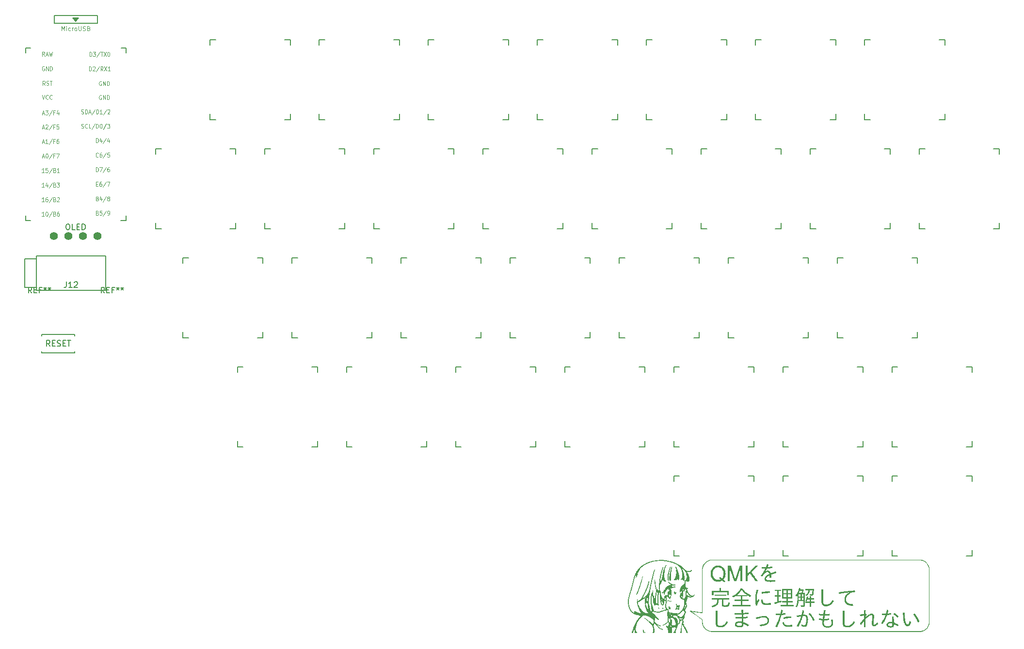
<source format=gto>
%TF.GenerationSoftware,KiCad,Pcbnew,7.0.10*%
%TF.CreationDate,2024-02-19T14:08:03+09:00*%
%TF.ProjectId,keyball-row-staggered-right,6b657962-616c-46c2-9d72-6f772d737461,rev?*%
%TF.SameCoordinates,Original*%
%TF.FileFunction,Legend,Top*%
%TF.FilePolarity,Positive*%
%FSLAX46Y46*%
G04 Gerber Fmt 4.6, Leading zero omitted, Abs format (unit mm)*
G04 Created by KiCad (PCBNEW 7.0.10) date 2024-02-19 14:08:03*
%MOMM*%
%LPD*%
G01*
G04 APERTURE LIST*
%ADD10C,0.150000*%
%ADD11C,0.125000*%
%ADD12C,0.120000*%
%ADD13C,1.397000*%
G04 APERTURE END LIST*
D10*
X53606476Y-82945019D02*
X53606476Y-83659304D01*
X53606476Y-83659304D02*
X53558857Y-83802161D01*
X53558857Y-83802161D02*
X53463619Y-83897400D01*
X53463619Y-83897400D02*
X53320762Y-83945019D01*
X53320762Y-83945019D02*
X53225524Y-83945019D01*
X54606476Y-83945019D02*
X54035048Y-83945019D01*
X54320762Y-83945019D02*
X54320762Y-82945019D01*
X54320762Y-82945019D02*
X54225524Y-83087876D01*
X54225524Y-83087876D02*
X54130286Y-83183114D01*
X54130286Y-83183114D02*
X54035048Y-83230733D01*
X54987429Y-83040257D02*
X55035048Y-82992638D01*
X55035048Y-82992638D02*
X55130286Y-82945019D01*
X55130286Y-82945019D02*
X55368381Y-82945019D01*
X55368381Y-82945019D02*
X55463619Y-82992638D01*
X55463619Y-82992638D02*
X55511238Y-83040257D01*
X55511238Y-83040257D02*
X55558857Y-83135495D01*
X55558857Y-83135495D02*
X55558857Y-83230733D01*
X55558857Y-83230733D02*
X55511238Y-83373590D01*
X55511238Y-83373590D02*
X54939810Y-83945019D01*
X54939810Y-83945019D02*
X55558857Y-83945019D01*
X60267666Y-84884819D02*
X59934333Y-84408628D01*
X59696238Y-84884819D02*
X59696238Y-83884819D01*
X59696238Y-83884819D02*
X60077190Y-83884819D01*
X60077190Y-83884819D02*
X60172428Y-83932438D01*
X60172428Y-83932438D02*
X60220047Y-83980057D01*
X60220047Y-83980057D02*
X60267666Y-84075295D01*
X60267666Y-84075295D02*
X60267666Y-84218152D01*
X60267666Y-84218152D02*
X60220047Y-84313390D01*
X60220047Y-84313390D02*
X60172428Y-84361009D01*
X60172428Y-84361009D02*
X60077190Y-84408628D01*
X60077190Y-84408628D02*
X59696238Y-84408628D01*
X60696238Y-84361009D02*
X61029571Y-84361009D01*
X61172428Y-84884819D02*
X60696238Y-84884819D01*
X60696238Y-84884819D02*
X60696238Y-83884819D01*
X60696238Y-83884819D02*
X61172428Y-83884819D01*
X61934333Y-84361009D02*
X61601000Y-84361009D01*
X61601000Y-84884819D02*
X61601000Y-83884819D01*
X61601000Y-83884819D02*
X62077190Y-83884819D01*
X62601000Y-83884819D02*
X62601000Y-84122914D01*
X62362905Y-84027676D02*
X62601000Y-84122914D01*
X62601000Y-84122914D02*
X62839095Y-84027676D01*
X62458143Y-84313390D02*
X62601000Y-84122914D01*
X62601000Y-84122914D02*
X62743857Y-84313390D01*
X63362905Y-83884819D02*
X63362905Y-84122914D01*
X63124810Y-84027676D02*
X63362905Y-84122914D01*
X63362905Y-84122914D02*
X63601000Y-84027676D01*
X63220048Y-84313390D02*
X63362905Y-84122914D01*
X63362905Y-84122914D02*
X63505762Y-84313390D01*
D11*
X49430886Y-56034178D02*
X49749933Y-56034178D01*
X49367076Y-56248464D02*
X49590409Y-55498464D01*
X49590409Y-55498464D02*
X49813743Y-56248464D01*
X50005172Y-55569892D02*
X50037076Y-55534178D01*
X50037076Y-55534178D02*
X50100886Y-55498464D01*
X50100886Y-55498464D02*
X50260410Y-55498464D01*
X50260410Y-55498464D02*
X50324219Y-55534178D01*
X50324219Y-55534178D02*
X50356124Y-55569892D01*
X50356124Y-55569892D02*
X50388029Y-55641321D01*
X50388029Y-55641321D02*
X50388029Y-55712750D01*
X50388029Y-55712750D02*
X50356124Y-55819892D01*
X50356124Y-55819892D02*
X49973267Y-56248464D01*
X49973267Y-56248464D02*
X50388029Y-56248464D01*
X51153743Y-55462750D02*
X50579457Y-56427035D01*
X51600410Y-55855607D02*
X51377076Y-55855607D01*
X51377076Y-56248464D02*
X51377076Y-55498464D01*
X51377076Y-55498464D02*
X51696124Y-55498464D01*
X52270410Y-55498464D02*
X51951362Y-55498464D01*
X51951362Y-55498464D02*
X51919458Y-55855607D01*
X51919458Y-55855607D02*
X51951362Y-55819892D01*
X51951362Y-55819892D02*
X52015172Y-55784178D01*
X52015172Y-55784178D02*
X52174696Y-55784178D01*
X52174696Y-55784178D02*
X52238505Y-55819892D01*
X52238505Y-55819892D02*
X52270410Y-55855607D01*
X52270410Y-55855607D02*
X52302315Y-55927035D01*
X52302315Y-55927035D02*
X52302315Y-56105607D01*
X52302315Y-56105607D02*
X52270410Y-56177035D01*
X52270410Y-56177035D02*
X52238505Y-56212750D01*
X52238505Y-56212750D02*
X52174696Y-56248464D01*
X52174696Y-56248464D02*
X52015172Y-56248464D01*
X52015172Y-56248464D02*
X51951362Y-56212750D01*
X51951362Y-56212750D02*
X51919458Y-56177035D01*
X59706124Y-50384178D02*
X59642314Y-50348464D01*
X59642314Y-50348464D02*
X59546600Y-50348464D01*
X59546600Y-50348464D02*
X59450886Y-50384178D01*
X59450886Y-50384178D02*
X59387076Y-50455607D01*
X59387076Y-50455607D02*
X59355171Y-50527035D01*
X59355171Y-50527035D02*
X59323267Y-50669892D01*
X59323267Y-50669892D02*
X59323267Y-50777035D01*
X59323267Y-50777035D02*
X59355171Y-50919892D01*
X59355171Y-50919892D02*
X59387076Y-50991321D01*
X59387076Y-50991321D02*
X59450886Y-51062750D01*
X59450886Y-51062750D02*
X59546600Y-51098464D01*
X59546600Y-51098464D02*
X59610409Y-51098464D01*
X59610409Y-51098464D02*
X59706124Y-51062750D01*
X59706124Y-51062750D02*
X59738028Y-51027035D01*
X59738028Y-51027035D02*
X59738028Y-50777035D01*
X59738028Y-50777035D02*
X59610409Y-50777035D01*
X60025171Y-51098464D02*
X60025171Y-50348464D01*
X60025171Y-50348464D02*
X60408028Y-51098464D01*
X60408028Y-51098464D02*
X60408028Y-50348464D01*
X60727076Y-51098464D02*
X60727076Y-50348464D01*
X60727076Y-50348464D02*
X60886600Y-50348464D01*
X60886600Y-50348464D02*
X60982314Y-50384178D01*
X60982314Y-50384178D02*
X61046124Y-50455607D01*
X61046124Y-50455607D02*
X61078029Y-50527035D01*
X61078029Y-50527035D02*
X61109933Y-50669892D01*
X61109933Y-50669892D02*
X61109933Y-50777035D01*
X61109933Y-50777035D02*
X61078029Y-50919892D01*
X61078029Y-50919892D02*
X61046124Y-50991321D01*
X61046124Y-50991321D02*
X60982314Y-51062750D01*
X60982314Y-51062750D02*
X60886600Y-51098464D01*
X60886600Y-51098464D02*
X60727076Y-51098464D01*
X58833981Y-65855607D02*
X59057315Y-65855607D01*
X59153029Y-66248464D02*
X58833981Y-66248464D01*
X58833981Y-66248464D02*
X58833981Y-65498464D01*
X58833981Y-65498464D02*
X59153029Y-65498464D01*
X59727314Y-65498464D02*
X59599695Y-65498464D01*
X59599695Y-65498464D02*
X59535886Y-65534178D01*
X59535886Y-65534178D02*
X59503981Y-65569892D01*
X59503981Y-65569892D02*
X59440171Y-65677035D01*
X59440171Y-65677035D02*
X59408267Y-65819892D01*
X59408267Y-65819892D02*
X59408267Y-66105607D01*
X59408267Y-66105607D02*
X59440171Y-66177035D01*
X59440171Y-66177035D02*
X59472076Y-66212750D01*
X59472076Y-66212750D02*
X59535886Y-66248464D01*
X59535886Y-66248464D02*
X59663505Y-66248464D01*
X59663505Y-66248464D02*
X59727314Y-66212750D01*
X59727314Y-66212750D02*
X59759219Y-66177035D01*
X59759219Y-66177035D02*
X59791124Y-66105607D01*
X59791124Y-66105607D02*
X59791124Y-65927035D01*
X59791124Y-65927035D02*
X59759219Y-65855607D01*
X59759219Y-65855607D02*
X59727314Y-65819892D01*
X59727314Y-65819892D02*
X59663505Y-65784178D01*
X59663505Y-65784178D02*
X59535886Y-65784178D01*
X59535886Y-65784178D02*
X59472076Y-65819892D01*
X59472076Y-65819892D02*
X59440171Y-65855607D01*
X59440171Y-65855607D02*
X59408267Y-65927035D01*
X60556838Y-65462750D02*
X59982552Y-66427035D01*
X60716362Y-65498464D02*
X61163028Y-65498464D01*
X61163028Y-65498464D02*
X60875886Y-66248464D01*
X59025410Y-70905607D02*
X59121124Y-70941321D01*
X59121124Y-70941321D02*
X59153029Y-70977035D01*
X59153029Y-70977035D02*
X59184933Y-71048464D01*
X59184933Y-71048464D02*
X59184933Y-71155607D01*
X59184933Y-71155607D02*
X59153029Y-71227035D01*
X59153029Y-71227035D02*
X59121124Y-71262750D01*
X59121124Y-71262750D02*
X59057314Y-71298464D01*
X59057314Y-71298464D02*
X58802076Y-71298464D01*
X58802076Y-71298464D02*
X58802076Y-70548464D01*
X58802076Y-70548464D02*
X59025410Y-70548464D01*
X59025410Y-70548464D02*
X59089219Y-70584178D01*
X59089219Y-70584178D02*
X59121124Y-70619892D01*
X59121124Y-70619892D02*
X59153029Y-70691321D01*
X59153029Y-70691321D02*
X59153029Y-70762750D01*
X59153029Y-70762750D02*
X59121124Y-70834178D01*
X59121124Y-70834178D02*
X59089219Y-70869892D01*
X59089219Y-70869892D02*
X59025410Y-70905607D01*
X59025410Y-70905607D02*
X58802076Y-70905607D01*
X59791124Y-70548464D02*
X59472076Y-70548464D01*
X59472076Y-70548464D02*
X59440172Y-70905607D01*
X59440172Y-70905607D02*
X59472076Y-70869892D01*
X59472076Y-70869892D02*
X59535886Y-70834178D01*
X59535886Y-70834178D02*
X59695410Y-70834178D01*
X59695410Y-70834178D02*
X59759219Y-70869892D01*
X59759219Y-70869892D02*
X59791124Y-70905607D01*
X59791124Y-70905607D02*
X59823029Y-70977035D01*
X59823029Y-70977035D02*
X59823029Y-71155607D01*
X59823029Y-71155607D02*
X59791124Y-71227035D01*
X59791124Y-71227035D02*
X59759219Y-71262750D01*
X59759219Y-71262750D02*
X59695410Y-71298464D01*
X59695410Y-71298464D02*
X59535886Y-71298464D01*
X59535886Y-71298464D02*
X59472076Y-71262750D01*
X59472076Y-71262750D02*
X59440172Y-71227035D01*
X60588743Y-70512750D02*
X60014457Y-71477035D01*
X60843981Y-71298464D02*
X60971600Y-71298464D01*
X60971600Y-71298464D02*
X61035410Y-71262750D01*
X61035410Y-71262750D02*
X61067314Y-71227035D01*
X61067314Y-71227035D02*
X61131124Y-71119892D01*
X61131124Y-71119892D02*
X61163029Y-70977035D01*
X61163029Y-70977035D02*
X61163029Y-70691321D01*
X61163029Y-70691321D02*
X61131124Y-70619892D01*
X61131124Y-70619892D02*
X61099219Y-70584178D01*
X61099219Y-70584178D02*
X61035410Y-70548464D01*
X61035410Y-70548464D02*
X60907791Y-70548464D01*
X60907791Y-70548464D02*
X60843981Y-70584178D01*
X60843981Y-70584178D02*
X60812076Y-70619892D01*
X60812076Y-70619892D02*
X60780172Y-70691321D01*
X60780172Y-70691321D02*
X60780172Y-70869892D01*
X60780172Y-70869892D02*
X60812076Y-70941321D01*
X60812076Y-70941321D02*
X60843981Y-70977035D01*
X60843981Y-70977035D02*
X60907791Y-71012750D01*
X60907791Y-71012750D02*
X61035410Y-71012750D01*
X61035410Y-71012750D02*
X61099219Y-70977035D01*
X61099219Y-70977035D02*
X61131124Y-70941321D01*
X61131124Y-70941321D02*
X61163029Y-70869892D01*
X49803980Y-43498464D02*
X49580647Y-43141321D01*
X49421123Y-43498464D02*
X49421123Y-42748464D01*
X49421123Y-42748464D02*
X49676361Y-42748464D01*
X49676361Y-42748464D02*
X49740171Y-42784178D01*
X49740171Y-42784178D02*
X49772076Y-42819892D01*
X49772076Y-42819892D02*
X49803980Y-42891321D01*
X49803980Y-42891321D02*
X49803980Y-42998464D01*
X49803980Y-42998464D02*
X49772076Y-43069892D01*
X49772076Y-43069892D02*
X49740171Y-43105607D01*
X49740171Y-43105607D02*
X49676361Y-43141321D01*
X49676361Y-43141321D02*
X49421123Y-43141321D01*
X50059219Y-43284178D02*
X50378266Y-43284178D01*
X49995409Y-43498464D02*
X50218742Y-42748464D01*
X50218742Y-42748464D02*
X50442076Y-43498464D01*
X50601600Y-42748464D02*
X50761124Y-43498464D01*
X50761124Y-43498464D02*
X50888743Y-42962750D01*
X50888743Y-42962750D02*
X51016362Y-43498464D01*
X51016362Y-43498464D02*
X51175886Y-42748464D01*
X58802076Y-58598464D02*
X58802076Y-57848464D01*
X58802076Y-57848464D02*
X58961600Y-57848464D01*
X58961600Y-57848464D02*
X59057314Y-57884178D01*
X59057314Y-57884178D02*
X59121124Y-57955607D01*
X59121124Y-57955607D02*
X59153029Y-58027035D01*
X59153029Y-58027035D02*
X59184933Y-58169892D01*
X59184933Y-58169892D02*
X59184933Y-58277035D01*
X59184933Y-58277035D02*
X59153029Y-58419892D01*
X59153029Y-58419892D02*
X59121124Y-58491321D01*
X59121124Y-58491321D02*
X59057314Y-58562750D01*
X59057314Y-58562750D02*
X58961600Y-58598464D01*
X58961600Y-58598464D02*
X58802076Y-58598464D01*
X59759219Y-58098464D02*
X59759219Y-58598464D01*
X59599695Y-57812750D02*
X59440172Y-58348464D01*
X59440172Y-58348464D02*
X59854933Y-58348464D01*
X60588743Y-57812750D02*
X60014457Y-58777035D01*
X61099219Y-58098464D02*
X61099219Y-58598464D01*
X60939695Y-57812750D02*
X60780172Y-58348464D01*
X60780172Y-58348464D02*
X61194933Y-58348464D01*
X49430886Y-53534178D02*
X49749933Y-53534178D01*
X49367076Y-53748464D02*
X49590409Y-52998464D01*
X49590409Y-52998464D02*
X49813743Y-53748464D01*
X49973267Y-52998464D02*
X50388029Y-52998464D01*
X50388029Y-52998464D02*
X50164695Y-53284178D01*
X50164695Y-53284178D02*
X50260410Y-53284178D01*
X50260410Y-53284178D02*
X50324219Y-53319892D01*
X50324219Y-53319892D02*
X50356124Y-53355607D01*
X50356124Y-53355607D02*
X50388029Y-53427035D01*
X50388029Y-53427035D02*
X50388029Y-53605607D01*
X50388029Y-53605607D02*
X50356124Y-53677035D01*
X50356124Y-53677035D02*
X50324219Y-53712750D01*
X50324219Y-53712750D02*
X50260410Y-53748464D01*
X50260410Y-53748464D02*
X50068981Y-53748464D01*
X50068981Y-53748464D02*
X50005172Y-53712750D01*
X50005172Y-53712750D02*
X49973267Y-53677035D01*
X51153743Y-52962750D02*
X50579457Y-53927035D01*
X51600410Y-53355607D02*
X51377076Y-53355607D01*
X51377076Y-53748464D02*
X51377076Y-52998464D01*
X51377076Y-52998464D02*
X51696124Y-52998464D01*
X52238505Y-53248464D02*
X52238505Y-53748464D01*
X52078981Y-52962750D02*
X51919458Y-53498464D01*
X51919458Y-53498464D02*
X52334219Y-53498464D01*
X49899695Y-48598464D02*
X49676362Y-48241321D01*
X49516838Y-48598464D02*
X49516838Y-47848464D01*
X49516838Y-47848464D02*
X49772076Y-47848464D01*
X49772076Y-47848464D02*
X49835886Y-47884178D01*
X49835886Y-47884178D02*
X49867791Y-47919892D01*
X49867791Y-47919892D02*
X49899695Y-47991321D01*
X49899695Y-47991321D02*
X49899695Y-48098464D01*
X49899695Y-48098464D02*
X49867791Y-48169892D01*
X49867791Y-48169892D02*
X49835886Y-48205607D01*
X49835886Y-48205607D02*
X49772076Y-48241321D01*
X49772076Y-48241321D02*
X49516838Y-48241321D01*
X50154934Y-48562750D02*
X50250648Y-48598464D01*
X50250648Y-48598464D02*
X50410172Y-48598464D01*
X50410172Y-48598464D02*
X50473981Y-48562750D01*
X50473981Y-48562750D02*
X50505886Y-48527035D01*
X50505886Y-48527035D02*
X50537791Y-48455607D01*
X50537791Y-48455607D02*
X50537791Y-48384178D01*
X50537791Y-48384178D02*
X50505886Y-48312750D01*
X50505886Y-48312750D02*
X50473981Y-48277035D01*
X50473981Y-48277035D02*
X50410172Y-48241321D01*
X50410172Y-48241321D02*
X50282553Y-48205607D01*
X50282553Y-48205607D02*
X50218743Y-48169892D01*
X50218743Y-48169892D02*
X50186838Y-48134178D01*
X50186838Y-48134178D02*
X50154934Y-48062750D01*
X50154934Y-48062750D02*
X50154934Y-47991321D01*
X50154934Y-47991321D02*
X50186838Y-47919892D01*
X50186838Y-47919892D02*
X50218743Y-47884178D01*
X50218743Y-47884178D02*
X50282553Y-47848464D01*
X50282553Y-47848464D02*
X50442076Y-47848464D01*
X50442076Y-47848464D02*
X50537791Y-47884178D01*
X50729219Y-47848464D02*
X51112076Y-47848464D01*
X50920648Y-48598464D02*
X50920648Y-47848464D01*
X57677790Y-43548464D02*
X57677790Y-42798464D01*
X57677790Y-42798464D02*
X57837314Y-42798464D01*
X57837314Y-42798464D02*
X57933028Y-42834178D01*
X57933028Y-42834178D02*
X57996838Y-42905607D01*
X57996838Y-42905607D02*
X58028743Y-42977035D01*
X58028743Y-42977035D02*
X58060647Y-43119892D01*
X58060647Y-43119892D02*
X58060647Y-43227035D01*
X58060647Y-43227035D02*
X58028743Y-43369892D01*
X58028743Y-43369892D02*
X57996838Y-43441321D01*
X57996838Y-43441321D02*
X57933028Y-43512750D01*
X57933028Y-43512750D02*
X57837314Y-43548464D01*
X57837314Y-43548464D02*
X57677790Y-43548464D01*
X58283981Y-42798464D02*
X58698743Y-42798464D01*
X58698743Y-42798464D02*
X58475409Y-43084178D01*
X58475409Y-43084178D02*
X58571124Y-43084178D01*
X58571124Y-43084178D02*
X58634933Y-43119892D01*
X58634933Y-43119892D02*
X58666838Y-43155607D01*
X58666838Y-43155607D02*
X58698743Y-43227035D01*
X58698743Y-43227035D02*
X58698743Y-43405607D01*
X58698743Y-43405607D02*
X58666838Y-43477035D01*
X58666838Y-43477035D02*
X58634933Y-43512750D01*
X58634933Y-43512750D02*
X58571124Y-43548464D01*
X58571124Y-43548464D02*
X58379695Y-43548464D01*
X58379695Y-43548464D02*
X58315886Y-43512750D01*
X58315886Y-43512750D02*
X58283981Y-43477035D01*
X59464457Y-42762750D02*
X58890171Y-43727035D01*
X59592076Y-42798464D02*
X59974933Y-42798464D01*
X59783505Y-43548464D02*
X59783505Y-42798464D01*
X60134457Y-42798464D02*
X60581123Y-43548464D01*
X60581123Y-42798464D02*
X60134457Y-43548464D01*
X60963980Y-42798464D02*
X61027790Y-42798464D01*
X61027790Y-42798464D02*
X61091599Y-42834178D01*
X61091599Y-42834178D02*
X61123504Y-42869892D01*
X61123504Y-42869892D02*
X61155409Y-42941321D01*
X61155409Y-42941321D02*
X61187314Y-43084178D01*
X61187314Y-43084178D02*
X61187314Y-43262750D01*
X61187314Y-43262750D02*
X61155409Y-43405607D01*
X61155409Y-43405607D02*
X61123504Y-43477035D01*
X61123504Y-43477035D02*
X61091599Y-43512750D01*
X61091599Y-43512750D02*
X61027790Y-43548464D01*
X61027790Y-43548464D02*
X60963980Y-43548464D01*
X60963980Y-43548464D02*
X60900171Y-43512750D01*
X60900171Y-43512750D02*
X60868266Y-43477035D01*
X60868266Y-43477035D02*
X60836361Y-43405607D01*
X60836361Y-43405607D02*
X60804457Y-43262750D01*
X60804457Y-43262750D02*
X60804457Y-43084178D01*
X60804457Y-43084178D02*
X60836361Y-42941321D01*
X60836361Y-42941321D02*
X60868266Y-42869892D01*
X60868266Y-42869892D02*
X60900171Y-42834178D01*
X60900171Y-42834178D02*
X60963980Y-42798464D01*
X49373266Y-50298464D02*
X49596599Y-51048464D01*
X49596599Y-51048464D02*
X49819933Y-50298464D01*
X50426123Y-50977035D02*
X50394219Y-51012750D01*
X50394219Y-51012750D02*
X50298504Y-51048464D01*
X50298504Y-51048464D02*
X50234695Y-51048464D01*
X50234695Y-51048464D02*
X50138981Y-51012750D01*
X50138981Y-51012750D02*
X50075171Y-50941321D01*
X50075171Y-50941321D02*
X50043266Y-50869892D01*
X50043266Y-50869892D02*
X50011362Y-50727035D01*
X50011362Y-50727035D02*
X50011362Y-50619892D01*
X50011362Y-50619892D02*
X50043266Y-50477035D01*
X50043266Y-50477035D02*
X50075171Y-50405607D01*
X50075171Y-50405607D02*
X50138981Y-50334178D01*
X50138981Y-50334178D02*
X50234695Y-50298464D01*
X50234695Y-50298464D02*
X50298504Y-50298464D01*
X50298504Y-50298464D02*
X50394219Y-50334178D01*
X50394219Y-50334178D02*
X50426123Y-50369892D01*
X51096123Y-50977035D02*
X51064219Y-51012750D01*
X51064219Y-51012750D02*
X50968504Y-51048464D01*
X50968504Y-51048464D02*
X50904695Y-51048464D01*
X50904695Y-51048464D02*
X50808981Y-51012750D01*
X50808981Y-51012750D02*
X50745171Y-50941321D01*
X50745171Y-50941321D02*
X50713266Y-50869892D01*
X50713266Y-50869892D02*
X50681362Y-50727035D01*
X50681362Y-50727035D02*
X50681362Y-50619892D01*
X50681362Y-50619892D02*
X50713266Y-50477035D01*
X50713266Y-50477035D02*
X50745171Y-50405607D01*
X50745171Y-50405607D02*
X50808981Y-50334178D01*
X50808981Y-50334178D02*
X50904695Y-50298464D01*
X50904695Y-50298464D02*
X50968504Y-50298464D01*
X50968504Y-50298464D02*
X51064219Y-50334178D01*
X51064219Y-50334178D02*
X51096123Y-50369892D01*
X59706124Y-47934178D02*
X59642314Y-47898464D01*
X59642314Y-47898464D02*
X59546600Y-47898464D01*
X59546600Y-47898464D02*
X59450886Y-47934178D01*
X59450886Y-47934178D02*
X59387076Y-48005607D01*
X59387076Y-48005607D02*
X59355171Y-48077035D01*
X59355171Y-48077035D02*
X59323267Y-48219892D01*
X59323267Y-48219892D02*
X59323267Y-48327035D01*
X59323267Y-48327035D02*
X59355171Y-48469892D01*
X59355171Y-48469892D02*
X59387076Y-48541321D01*
X59387076Y-48541321D02*
X59450886Y-48612750D01*
X59450886Y-48612750D02*
X59546600Y-48648464D01*
X59546600Y-48648464D02*
X59610409Y-48648464D01*
X59610409Y-48648464D02*
X59706124Y-48612750D01*
X59706124Y-48612750D02*
X59738028Y-48577035D01*
X59738028Y-48577035D02*
X59738028Y-48327035D01*
X59738028Y-48327035D02*
X59610409Y-48327035D01*
X60025171Y-48648464D02*
X60025171Y-47898464D01*
X60025171Y-47898464D02*
X60408028Y-48648464D01*
X60408028Y-48648464D02*
X60408028Y-47898464D01*
X60727076Y-48648464D02*
X60727076Y-47898464D01*
X60727076Y-47898464D02*
X60886600Y-47898464D01*
X60886600Y-47898464D02*
X60982314Y-47934178D01*
X60982314Y-47934178D02*
X61046124Y-48005607D01*
X61046124Y-48005607D02*
X61078029Y-48077035D01*
X61078029Y-48077035D02*
X61109933Y-48219892D01*
X61109933Y-48219892D02*
X61109933Y-48327035D01*
X61109933Y-48327035D02*
X61078029Y-48469892D01*
X61078029Y-48469892D02*
X61046124Y-48541321D01*
X61046124Y-48541321D02*
X60982314Y-48612750D01*
X60982314Y-48612750D02*
X60886600Y-48648464D01*
X60886600Y-48648464D02*
X60727076Y-48648464D01*
D12*
X52765171Y-39048724D02*
X52765171Y-38298724D01*
X52765171Y-38298724D02*
X53015171Y-38834438D01*
X53015171Y-38834438D02*
X53265171Y-38298724D01*
X53265171Y-38298724D02*
X53265171Y-39048724D01*
X53622314Y-39048724D02*
X53622314Y-38548724D01*
X53622314Y-38298724D02*
X53586600Y-38334438D01*
X53586600Y-38334438D02*
X53622314Y-38370152D01*
X53622314Y-38370152D02*
X53658028Y-38334438D01*
X53658028Y-38334438D02*
X53622314Y-38298724D01*
X53622314Y-38298724D02*
X53622314Y-38370152D01*
X54300886Y-39013010D02*
X54229457Y-39048724D01*
X54229457Y-39048724D02*
X54086600Y-39048724D01*
X54086600Y-39048724D02*
X54015171Y-39013010D01*
X54015171Y-39013010D02*
X53979457Y-38977295D01*
X53979457Y-38977295D02*
X53943743Y-38905867D01*
X53943743Y-38905867D02*
X53943743Y-38691581D01*
X53943743Y-38691581D02*
X53979457Y-38620152D01*
X53979457Y-38620152D02*
X54015171Y-38584438D01*
X54015171Y-38584438D02*
X54086600Y-38548724D01*
X54086600Y-38548724D02*
X54229457Y-38548724D01*
X54229457Y-38548724D02*
X54300886Y-38584438D01*
X54622314Y-39048724D02*
X54622314Y-38548724D01*
X54622314Y-38691581D02*
X54658028Y-38620152D01*
X54658028Y-38620152D02*
X54693743Y-38584438D01*
X54693743Y-38584438D02*
X54765171Y-38548724D01*
X54765171Y-38548724D02*
X54836600Y-38548724D01*
X55193743Y-39048724D02*
X55122314Y-39013010D01*
X55122314Y-39013010D02*
X55086600Y-38977295D01*
X55086600Y-38977295D02*
X55050886Y-38905867D01*
X55050886Y-38905867D02*
X55050886Y-38691581D01*
X55050886Y-38691581D02*
X55086600Y-38620152D01*
X55086600Y-38620152D02*
X55122314Y-38584438D01*
X55122314Y-38584438D02*
X55193743Y-38548724D01*
X55193743Y-38548724D02*
X55300886Y-38548724D01*
X55300886Y-38548724D02*
X55372314Y-38584438D01*
X55372314Y-38584438D02*
X55408029Y-38620152D01*
X55408029Y-38620152D02*
X55443743Y-38691581D01*
X55443743Y-38691581D02*
X55443743Y-38905867D01*
X55443743Y-38905867D02*
X55408029Y-38977295D01*
X55408029Y-38977295D02*
X55372314Y-39013010D01*
X55372314Y-39013010D02*
X55300886Y-39048724D01*
X55300886Y-39048724D02*
X55193743Y-39048724D01*
X55765171Y-38298724D02*
X55765171Y-38905867D01*
X55765171Y-38905867D02*
X55800885Y-38977295D01*
X55800885Y-38977295D02*
X55836600Y-39013010D01*
X55836600Y-39013010D02*
X55908028Y-39048724D01*
X55908028Y-39048724D02*
X56050885Y-39048724D01*
X56050885Y-39048724D02*
X56122314Y-39013010D01*
X56122314Y-39013010D02*
X56158028Y-38977295D01*
X56158028Y-38977295D02*
X56193742Y-38905867D01*
X56193742Y-38905867D02*
X56193742Y-38298724D01*
X56515171Y-39013010D02*
X56622314Y-39048724D01*
X56622314Y-39048724D02*
X56800885Y-39048724D01*
X56800885Y-39048724D02*
X56872314Y-39013010D01*
X56872314Y-39013010D02*
X56908028Y-38977295D01*
X56908028Y-38977295D02*
X56943742Y-38905867D01*
X56943742Y-38905867D02*
X56943742Y-38834438D01*
X56943742Y-38834438D02*
X56908028Y-38763010D01*
X56908028Y-38763010D02*
X56872314Y-38727295D01*
X56872314Y-38727295D02*
X56800885Y-38691581D01*
X56800885Y-38691581D02*
X56658028Y-38655867D01*
X56658028Y-38655867D02*
X56586599Y-38620152D01*
X56586599Y-38620152D02*
X56550885Y-38584438D01*
X56550885Y-38584438D02*
X56515171Y-38513010D01*
X56515171Y-38513010D02*
X56515171Y-38441581D01*
X56515171Y-38441581D02*
X56550885Y-38370152D01*
X56550885Y-38370152D02*
X56586599Y-38334438D01*
X56586599Y-38334438D02*
X56658028Y-38298724D01*
X56658028Y-38298724D02*
X56836599Y-38298724D01*
X56836599Y-38298724D02*
X56943742Y-38334438D01*
X57515171Y-38655867D02*
X57622314Y-38691581D01*
X57622314Y-38691581D02*
X57658028Y-38727295D01*
X57658028Y-38727295D02*
X57693742Y-38798724D01*
X57693742Y-38798724D02*
X57693742Y-38905867D01*
X57693742Y-38905867D02*
X57658028Y-38977295D01*
X57658028Y-38977295D02*
X57622314Y-39013010D01*
X57622314Y-39013010D02*
X57550885Y-39048724D01*
X57550885Y-39048724D02*
X57265171Y-39048724D01*
X57265171Y-39048724D02*
X57265171Y-38298724D01*
X57265171Y-38298724D02*
X57515171Y-38298724D01*
X57515171Y-38298724D02*
X57586600Y-38334438D01*
X57586600Y-38334438D02*
X57622314Y-38370152D01*
X57622314Y-38370152D02*
X57658028Y-38441581D01*
X57658028Y-38441581D02*
X57658028Y-38513010D01*
X57658028Y-38513010D02*
X57622314Y-38584438D01*
X57622314Y-38584438D02*
X57586600Y-38620152D01*
X57586600Y-38620152D02*
X57515171Y-38655867D01*
X57515171Y-38655867D02*
X57265171Y-38655867D01*
D11*
X58802076Y-63698464D02*
X58802076Y-62948464D01*
X58802076Y-62948464D02*
X58961600Y-62948464D01*
X58961600Y-62948464D02*
X59057314Y-62984178D01*
X59057314Y-62984178D02*
X59121124Y-63055607D01*
X59121124Y-63055607D02*
X59153029Y-63127035D01*
X59153029Y-63127035D02*
X59184933Y-63269892D01*
X59184933Y-63269892D02*
X59184933Y-63377035D01*
X59184933Y-63377035D02*
X59153029Y-63519892D01*
X59153029Y-63519892D02*
X59121124Y-63591321D01*
X59121124Y-63591321D02*
X59057314Y-63662750D01*
X59057314Y-63662750D02*
X58961600Y-63698464D01*
X58961600Y-63698464D02*
X58802076Y-63698464D01*
X59408267Y-62948464D02*
X59854933Y-62948464D01*
X59854933Y-62948464D02*
X59567791Y-63698464D01*
X60588743Y-62912750D02*
X60014457Y-63877035D01*
X61099219Y-62948464D02*
X60971600Y-62948464D01*
X60971600Y-62948464D02*
X60907791Y-62984178D01*
X60907791Y-62984178D02*
X60875886Y-63019892D01*
X60875886Y-63019892D02*
X60812076Y-63127035D01*
X60812076Y-63127035D02*
X60780172Y-63269892D01*
X60780172Y-63269892D02*
X60780172Y-63555607D01*
X60780172Y-63555607D02*
X60812076Y-63627035D01*
X60812076Y-63627035D02*
X60843981Y-63662750D01*
X60843981Y-63662750D02*
X60907791Y-63698464D01*
X60907791Y-63698464D02*
X61035410Y-63698464D01*
X61035410Y-63698464D02*
X61099219Y-63662750D01*
X61099219Y-63662750D02*
X61131124Y-63627035D01*
X61131124Y-63627035D02*
X61163029Y-63555607D01*
X61163029Y-63555607D02*
X61163029Y-63377035D01*
X61163029Y-63377035D02*
X61131124Y-63305607D01*
X61131124Y-63305607D02*
X61099219Y-63269892D01*
X61099219Y-63269892D02*
X61035410Y-63234178D01*
X61035410Y-63234178D02*
X60907791Y-63234178D01*
X60907791Y-63234178D02*
X60843981Y-63269892D01*
X60843981Y-63269892D02*
X60812076Y-63305607D01*
X60812076Y-63305607D02*
X60780172Y-63377035D01*
X49430886Y-61084178D02*
X49749933Y-61084178D01*
X49367076Y-61298464D02*
X49590409Y-60548464D01*
X49590409Y-60548464D02*
X49813743Y-61298464D01*
X50164695Y-60548464D02*
X50228505Y-60548464D01*
X50228505Y-60548464D02*
X50292314Y-60584178D01*
X50292314Y-60584178D02*
X50324219Y-60619892D01*
X50324219Y-60619892D02*
X50356124Y-60691321D01*
X50356124Y-60691321D02*
X50388029Y-60834178D01*
X50388029Y-60834178D02*
X50388029Y-61012750D01*
X50388029Y-61012750D02*
X50356124Y-61155607D01*
X50356124Y-61155607D02*
X50324219Y-61227035D01*
X50324219Y-61227035D02*
X50292314Y-61262750D01*
X50292314Y-61262750D02*
X50228505Y-61298464D01*
X50228505Y-61298464D02*
X50164695Y-61298464D01*
X50164695Y-61298464D02*
X50100886Y-61262750D01*
X50100886Y-61262750D02*
X50068981Y-61227035D01*
X50068981Y-61227035D02*
X50037076Y-61155607D01*
X50037076Y-61155607D02*
X50005172Y-61012750D01*
X50005172Y-61012750D02*
X50005172Y-60834178D01*
X50005172Y-60834178D02*
X50037076Y-60691321D01*
X50037076Y-60691321D02*
X50068981Y-60619892D01*
X50068981Y-60619892D02*
X50100886Y-60584178D01*
X50100886Y-60584178D02*
X50164695Y-60548464D01*
X51153743Y-60512750D02*
X50579457Y-61477035D01*
X51600410Y-60905607D02*
X51377076Y-60905607D01*
X51377076Y-61298464D02*
X51377076Y-60548464D01*
X51377076Y-60548464D02*
X51696124Y-60548464D01*
X51887553Y-60548464D02*
X52334219Y-60548464D01*
X52334219Y-60548464D02*
X52047077Y-61298464D01*
X49733981Y-68948464D02*
X49351124Y-68948464D01*
X49542552Y-68948464D02*
X49542552Y-68198464D01*
X49542552Y-68198464D02*
X49478743Y-68305607D01*
X49478743Y-68305607D02*
X49414933Y-68377035D01*
X49414933Y-68377035D02*
X49351124Y-68412750D01*
X50308266Y-68198464D02*
X50180647Y-68198464D01*
X50180647Y-68198464D02*
X50116838Y-68234178D01*
X50116838Y-68234178D02*
X50084933Y-68269892D01*
X50084933Y-68269892D02*
X50021123Y-68377035D01*
X50021123Y-68377035D02*
X49989219Y-68519892D01*
X49989219Y-68519892D02*
X49989219Y-68805607D01*
X49989219Y-68805607D02*
X50021123Y-68877035D01*
X50021123Y-68877035D02*
X50053028Y-68912750D01*
X50053028Y-68912750D02*
X50116838Y-68948464D01*
X50116838Y-68948464D02*
X50244457Y-68948464D01*
X50244457Y-68948464D02*
X50308266Y-68912750D01*
X50308266Y-68912750D02*
X50340171Y-68877035D01*
X50340171Y-68877035D02*
X50372076Y-68805607D01*
X50372076Y-68805607D02*
X50372076Y-68627035D01*
X50372076Y-68627035D02*
X50340171Y-68555607D01*
X50340171Y-68555607D02*
X50308266Y-68519892D01*
X50308266Y-68519892D02*
X50244457Y-68484178D01*
X50244457Y-68484178D02*
X50116838Y-68484178D01*
X50116838Y-68484178D02*
X50053028Y-68519892D01*
X50053028Y-68519892D02*
X50021123Y-68555607D01*
X50021123Y-68555607D02*
X49989219Y-68627035D01*
X51137790Y-68162750D02*
X50563504Y-69127035D01*
X51584457Y-68555607D02*
X51680171Y-68591321D01*
X51680171Y-68591321D02*
X51712076Y-68627035D01*
X51712076Y-68627035D02*
X51743980Y-68698464D01*
X51743980Y-68698464D02*
X51743980Y-68805607D01*
X51743980Y-68805607D02*
X51712076Y-68877035D01*
X51712076Y-68877035D02*
X51680171Y-68912750D01*
X51680171Y-68912750D02*
X51616361Y-68948464D01*
X51616361Y-68948464D02*
X51361123Y-68948464D01*
X51361123Y-68948464D02*
X51361123Y-68198464D01*
X51361123Y-68198464D02*
X51584457Y-68198464D01*
X51584457Y-68198464D02*
X51648266Y-68234178D01*
X51648266Y-68234178D02*
X51680171Y-68269892D01*
X51680171Y-68269892D02*
X51712076Y-68341321D01*
X51712076Y-68341321D02*
X51712076Y-68412750D01*
X51712076Y-68412750D02*
X51680171Y-68484178D01*
X51680171Y-68484178D02*
X51648266Y-68519892D01*
X51648266Y-68519892D02*
X51584457Y-68555607D01*
X51584457Y-68555607D02*
X51361123Y-68555607D01*
X51999219Y-68269892D02*
X52031123Y-68234178D01*
X52031123Y-68234178D02*
X52094933Y-68198464D01*
X52094933Y-68198464D02*
X52254457Y-68198464D01*
X52254457Y-68198464D02*
X52318266Y-68234178D01*
X52318266Y-68234178D02*
X52350171Y-68269892D01*
X52350171Y-68269892D02*
X52382076Y-68341321D01*
X52382076Y-68341321D02*
X52382076Y-68412750D01*
X52382076Y-68412750D02*
X52350171Y-68519892D01*
X52350171Y-68519892D02*
X51967314Y-68948464D01*
X51967314Y-68948464D02*
X52382076Y-68948464D01*
X59025410Y-68405607D02*
X59121124Y-68441321D01*
X59121124Y-68441321D02*
X59153029Y-68477035D01*
X59153029Y-68477035D02*
X59184933Y-68548464D01*
X59184933Y-68548464D02*
X59184933Y-68655607D01*
X59184933Y-68655607D02*
X59153029Y-68727035D01*
X59153029Y-68727035D02*
X59121124Y-68762750D01*
X59121124Y-68762750D02*
X59057314Y-68798464D01*
X59057314Y-68798464D02*
X58802076Y-68798464D01*
X58802076Y-68798464D02*
X58802076Y-68048464D01*
X58802076Y-68048464D02*
X59025410Y-68048464D01*
X59025410Y-68048464D02*
X59089219Y-68084178D01*
X59089219Y-68084178D02*
X59121124Y-68119892D01*
X59121124Y-68119892D02*
X59153029Y-68191321D01*
X59153029Y-68191321D02*
X59153029Y-68262750D01*
X59153029Y-68262750D02*
X59121124Y-68334178D01*
X59121124Y-68334178D02*
X59089219Y-68369892D01*
X59089219Y-68369892D02*
X59025410Y-68405607D01*
X59025410Y-68405607D02*
X58802076Y-68405607D01*
X59759219Y-68298464D02*
X59759219Y-68798464D01*
X59599695Y-68012750D02*
X59440172Y-68548464D01*
X59440172Y-68548464D02*
X59854933Y-68548464D01*
X60588743Y-68012750D02*
X60014457Y-68977035D01*
X60907791Y-68369892D02*
X60843981Y-68334178D01*
X60843981Y-68334178D02*
X60812076Y-68298464D01*
X60812076Y-68298464D02*
X60780172Y-68227035D01*
X60780172Y-68227035D02*
X60780172Y-68191321D01*
X60780172Y-68191321D02*
X60812076Y-68119892D01*
X60812076Y-68119892D02*
X60843981Y-68084178D01*
X60843981Y-68084178D02*
X60907791Y-68048464D01*
X60907791Y-68048464D02*
X61035410Y-68048464D01*
X61035410Y-68048464D02*
X61099219Y-68084178D01*
X61099219Y-68084178D02*
X61131124Y-68119892D01*
X61131124Y-68119892D02*
X61163029Y-68191321D01*
X61163029Y-68191321D02*
X61163029Y-68227035D01*
X61163029Y-68227035D02*
X61131124Y-68298464D01*
X61131124Y-68298464D02*
X61099219Y-68334178D01*
X61099219Y-68334178D02*
X61035410Y-68369892D01*
X61035410Y-68369892D02*
X60907791Y-68369892D01*
X60907791Y-68369892D02*
X60843981Y-68405607D01*
X60843981Y-68405607D02*
X60812076Y-68441321D01*
X60812076Y-68441321D02*
X60780172Y-68512750D01*
X60780172Y-68512750D02*
X60780172Y-68655607D01*
X60780172Y-68655607D02*
X60812076Y-68727035D01*
X60812076Y-68727035D02*
X60843981Y-68762750D01*
X60843981Y-68762750D02*
X60907791Y-68798464D01*
X60907791Y-68798464D02*
X61035410Y-68798464D01*
X61035410Y-68798464D02*
X61099219Y-68762750D01*
X61099219Y-68762750D02*
X61131124Y-68727035D01*
X61131124Y-68727035D02*
X61163029Y-68655607D01*
X61163029Y-68655607D02*
X61163029Y-68512750D01*
X61163029Y-68512750D02*
X61131124Y-68441321D01*
X61131124Y-68441321D02*
X61099219Y-68405607D01*
X61099219Y-68405607D02*
X61035410Y-68369892D01*
X49756124Y-45334178D02*
X49692314Y-45298464D01*
X49692314Y-45298464D02*
X49596600Y-45298464D01*
X49596600Y-45298464D02*
X49500886Y-45334178D01*
X49500886Y-45334178D02*
X49437076Y-45405607D01*
X49437076Y-45405607D02*
X49405171Y-45477035D01*
X49405171Y-45477035D02*
X49373267Y-45619892D01*
X49373267Y-45619892D02*
X49373267Y-45727035D01*
X49373267Y-45727035D02*
X49405171Y-45869892D01*
X49405171Y-45869892D02*
X49437076Y-45941321D01*
X49437076Y-45941321D02*
X49500886Y-46012750D01*
X49500886Y-46012750D02*
X49596600Y-46048464D01*
X49596600Y-46048464D02*
X49660409Y-46048464D01*
X49660409Y-46048464D02*
X49756124Y-46012750D01*
X49756124Y-46012750D02*
X49788028Y-45977035D01*
X49788028Y-45977035D02*
X49788028Y-45727035D01*
X49788028Y-45727035D02*
X49660409Y-45727035D01*
X50075171Y-46048464D02*
X50075171Y-45298464D01*
X50075171Y-45298464D02*
X50458028Y-46048464D01*
X50458028Y-46048464D02*
X50458028Y-45298464D01*
X50777076Y-46048464D02*
X50777076Y-45298464D01*
X50777076Y-45298464D02*
X50936600Y-45298464D01*
X50936600Y-45298464D02*
X51032314Y-45334178D01*
X51032314Y-45334178D02*
X51096124Y-45405607D01*
X51096124Y-45405607D02*
X51128029Y-45477035D01*
X51128029Y-45477035D02*
X51159933Y-45619892D01*
X51159933Y-45619892D02*
X51159933Y-45727035D01*
X51159933Y-45727035D02*
X51128029Y-45869892D01*
X51128029Y-45869892D02*
X51096124Y-45941321D01*
X51096124Y-45941321D02*
X51032314Y-46012750D01*
X51032314Y-46012750D02*
X50936600Y-46048464D01*
X50936600Y-46048464D02*
X50777076Y-46048464D01*
X49733981Y-66398464D02*
X49351124Y-66398464D01*
X49542552Y-66398464D02*
X49542552Y-65648464D01*
X49542552Y-65648464D02*
X49478743Y-65755607D01*
X49478743Y-65755607D02*
X49414933Y-65827035D01*
X49414933Y-65827035D02*
X49351124Y-65862750D01*
X50308266Y-65898464D02*
X50308266Y-66398464D01*
X50148742Y-65612750D02*
X49989219Y-66148464D01*
X49989219Y-66148464D02*
X50403980Y-66148464D01*
X51137790Y-65612750D02*
X50563504Y-66577035D01*
X51584457Y-66005607D02*
X51680171Y-66041321D01*
X51680171Y-66041321D02*
X51712076Y-66077035D01*
X51712076Y-66077035D02*
X51743980Y-66148464D01*
X51743980Y-66148464D02*
X51743980Y-66255607D01*
X51743980Y-66255607D02*
X51712076Y-66327035D01*
X51712076Y-66327035D02*
X51680171Y-66362750D01*
X51680171Y-66362750D02*
X51616361Y-66398464D01*
X51616361Y-66398464D02*
X51361123Y-66398464D01*
X51361123Y-66398464D02*
X51361123Y-65648464D01*
X51361123Y-65648464D02*
X51584457Y-65648464D01*
X51584457Y-65648464D02*
X51648266Y-65684178D01*
X51648266Y-65684178D02*
X51680171Y-65719892D01*
X51680171Y-65719892D02*
X51712076Y-65791321D01*
X51712076Y-65791321D02*
X51712076Y-65862750D01*
X51712076Y-65862750D02*
X51680171Y-65934178D01*
X51680171Y-65934178D02*
X51648266Y-65969892D01*
X51648266Y-65969892D02*
X51584457Y-66005607D01*
X51584457Y-66005607D02*
X51361123Y-66005607D01*
X51967314Y-65648464D02*
X52382076Y-65648464D01*
X52382076Y-65648464D02*
X52158742Y-65934178D01*
X52158742Y-65934178D02*
X52254457Y-65934178D01*
X52254457Y-65934178D02*
X52318266Y-65969892D01*
X52318266Y-65969892D02*
X52350171Y-66005607D01*
X52350171Y-66005607D02*
X52382076Y-66077035D01*
X52382076Y-66077035D02*
X52382076Y-66255607D01*
X52382076Y-66255607D02*
X52350171Y-66327035D01*
X52350171Y-66327035D02*
X52318266Y-66362750D01*
X52318266Y-66362750D02*
X52254457Y-66398464D01*
X52254457Y-66398464D02*
X52063028Y-66398464D01*
X52063028Y-66398464D02*
X51999219Y-66362750D01*
X51999219Y-66362750D02*
X51967314Y-66327035D01*
X59184933Y-61077035D02*
X59153029Y-61112750D01*
X59153029Y-61112750D02*
X59057314Y-61148464D01*
X59057314Y-61148464D02*
X58993505Y-61148464D01*
X58993505Y-61148464D02*
X58897791Y-61112750D01*
X58897791Y-61112750D02*
X58833981Y-61041321D01*
X58833981Y-61041321D02*
X58802076Y-60969892D01*
X58802076Y-60969892D02*
X58770172Y-60827035D01*
X58770172Y-60827035D02*
X58770172Y-60719892D01*
X58770172Y-60719892D02*
X58802076Y-60577035D01*
X58802076Y-60577035D02*
X58833981Y-60505607D01*
X58833981Y-60505607D02*
X58897791Y-60434178D01*
X58897791Y-60434178D02*
X58993505Y-60398464D01*
X58993505Y-60398464D02*
X59057314Y-60398464D01*
X59057314Y-60398464D02*
X59153029Y-60434178D01*
X59153029Y-60434178D02*
X59184933Y-60469892D01*
X59759219Y-60398464D02*
X59631600Y-60398464D01*
X59631600Y-60398464D02*
X59567791Y-60434178D01*
X59567791Y-60434178D02*
X59535886Y-60469892D01*
X59535886Y-60469892D02*
X59472076Y-60577035D01*
X59472076Y-60577035D02*
X59440172Y-60719892D01*
X59440172Y-60719892D02*
X59440172Y-61005607D01*
X59440172Y-61005607D02*
X59472076Y-61077035D01*
X59472076Y-61077035D02*
X59503981Y-61112750D01*
X59503981Y-61112750D02*
X59567791Y-61148464D01*
X59567791Y-61148464D02*
X59695410Y-61148464D01*
X59695410Y-61148464D02*
X59759219Y-61112750D01*
X59759219Y-61112750D02*
X59791124Y-61077035D01*
X59791124Y-61077035D02*
X59823029Y-61005607D01*
X59823029Y-61005607D02*
X59823029Y-60827035D01*
X59823029Y-60827035D02*
X59791124Y-60755607D01*
X59791124Y-60755607D02*
X59759219Y-60719892D01*
X59759219Y-60719892D02*
X59695410Y-60684178D01*
X59695410Y-60684178D02*
X59567791Y-60684178D01*
X59567791Y-60684178D02*
X59503981Y-60719892D01*
X59503981Y-60719892D02*
X59472076Y-60755607D01*
X59472076Y-60755607D02*
X59440172Y-60827035D01*
X60588743Y-60362750D02*
X60014457Y-61327035D01*
X61131124Y-60398464D02*
X60812076Y-60398464D01*
X60812076Y-60398464D02*
X60780172Y-60755607D01*
X60780172Y-60755607D02*
X60812076Y-60719892D01*
X60812076Y-60719892D02*
X60875886Y-60684178D01*
X60875886Y-60684178D02*
X61035410Y-60684178D01*
X61035410Y-60684178D02*
X61099219Y-60719892D01*
X61099219Y-60719892D02*
X61131124Y-60755607D01*
X61131124Y-60755607D02*
X61163029Y-60827035D01*
X61163029Y-60827035D02*
X61163029Y-61005607D01*
X61163029Y-61005607D02*
X61131124Y-61077035D01*
X61131124Y-61077035D02*
X61099219Y-61112750D01*
X61099219Y-61112750D02*
X61035410Y-61148464D01*
X61035410Y-61148464D02*
X60875886Y-61148464D01*
X60875886Y-61148464D02*
X60812076Y-61112750D01*
X60812076Y-61112750D02*
X60780172Y-61077035D01*
X56243981Y-56062750D02*
X56339695Y-56098464D01*
X56339695Y-56098464D02*
X56499219Y-56098464D01*
X56499219Y-56098464D02*
X56563028Y-56062750D01*
X56563028Y-56062750D02*
X56594933Y-56027035D01*
X56594933Y-56027035D02*
X56626838Y-55955607D01*
X56626838Y-55955607D02*
X56626838Y-55884178D01*
X56626838Y-55884178D02*
X56594933Y-55812750D01*
X56594933Y-55812750D02*
X56563028Y-55777035D01*
X56563028Y-55777035D02*
X56499219Y-55741321D01*
X56499219Y-55741321D02*
X56371600Y-55705607D01*
X56371600Y-55705607D02*
X56307790Y-55669892D01*
X56307790Y-55669892D02*
X56275885Y-55634178D01*
X56275885Y-55634178D02*
X56243981Y-55562750D01*
X56243981Y-55562750D02*
X56243981Y-55491321D01*
X56243981Y-55491321D02*
X56275885Y-55419892D01*
X56275885Y-55419892D02*
X56307790Y-55384178D01*
X56307790Y-55384178D02*
X56371600Y-55348464D01*
X56371600Y-55348464D02*
X56531123Y-55348464D01*
X56531123Y-55348464D02*
X56626838Y-55384178D01*
X57296837Y-56027035D02*
X57264933Y-56062750D01*
X57264933Y-56062750D02*
X57169218Y-56098464D01*
X57169218Y-56098464D02*
X57105409Y-56098464D01*
X57105409Y-56098464D02*
X57009695Y-56062750D01*
X57009695Y-56062750D02*
X56945885Y-55991321D01*
X56945885Y-55991321D02*
X56913980Y-55919892D01*
X56913980Y-55919892D02*
X56882076Y-55777035D01*
X56882076Y-55777035D02*
X56882076Y-55669892D01*
X56882076Y-55669892D02*
X56913980Y-55527035D01*
X56913980Y-55527035D02*
X56945885Y-55455607D01*
X56945885Y-55455607D02*
X57009695Y-55384178D01*
X57009695Y-55384178D02*
X57105409Y-55348464D01*
X57105409Y-55348464D02*
X57169218Y-55348464D01*
X57169218Y-55348464D02*
X57264933Y-55384178D01*
X57264933Y-55384178D02*
X57296837Y-55419892D01*
X57903028Y-56098464D02*
X57583980Y-56098464D01*
X57583980Y-56098464D02*
X57583980Y-55348464D01*
X58604933Y-55312750D02*
X58030647Y-56277035D01*
X58828266Y-56098464D02*
X58828266Y-55348464D01*
X58828266Y-55348464D02*
X58987790Y-55348464D01*
X58987790Y-55348464D02*
X59083504Y-55384178D01*
X59083504Y-55384178D02*
X59147314Y-55455607D01*
X59147314Y-55455607D02*
X59179219Y-55527035D01*
X59179219Y-55527035D02*
X59211123Y-55669892D01*
X59211123Y-55669892D02*
X59211123Y-55777035D01*
X59211123Y-55777035D02*
X59179219Y-55919892D01*
X59179219Y-55919892D02*
X59147314Y-55991321D01*
X59147314Y-55991321D02*
X59083504Y-56062750D01*
X59083504Y-56062750D02*
X58987790Y-56098464D01*
X58987790Y-56098464D02*
X58828266Y-56098464D01*
X59625885Y-55348464D02*
X59689695Y-55348464D01*
X59689695Y-55348464D02*
X59753504Y-55384178D01*
X59753504Y-55384178D02*
X59785409Y-55419892D01*
X59785409Y-55419892D02*
X59817314Y-55491321D01*
X59817314Y-55491321D02*
X59849219Y-55634178D01*
X59849219Y-55634178D02*
X59849219Y-55812750D01*
X59849219Y-55812750D02*
X59817314Y-55955607D01*
X59817314Y-55955607D02*
X59785409Y-56027035D01*
X59785409Y-56027035D02*
X59753504Y-56062750D01*
X59753504Y-56062750D02*
X59689695Y-56098464D01*
X59689695Y-56098464D02*
X59625885Y-56098464D01*
X59625885Y-56098464D02*
X59562076Y-56062750D01*
X59562076Y-56062750D02*
X59530171Y-56027035D01*
X59530171Y-56027035D02*
X59498266Y-55955607D01*
X59498266Y-55955607D02*
X59466362Y-55812750D01*
X59466362Y-55812750D02*
X59466362Y-55634178D01*
X59466362Y-55634178D02*
X59498266Y-55491321D01*
X59498266Y-55491321D02*
X59530171Y-55419892D01*
X59530171Y-55419892D02*
X59562076Y-55384178D01*
X59562076Y-55384178D02*
X59625885Y-55348464D01*
X60614933Y-55312750D02*
X60040647Y-56277035D01*
X60774457Y-55348464D02*
X61189219Y-55348464D01*
X61189219Y-55348464D02*
X60965885Y-55634178D01*
X60965885Y-55634178D02*
X61061600Y-55634178D01*
X61061600Y-55634178D02*
X61125409Y-55669892D01*
X61125409Y-55669892D02*
X61157314Y-55705607D01*
X61157314Y-55705607D02*
X61189219Y-55777035D01*
X61189219Y-55777035D02*
X61189219Y-55955607D01*
X61189219Y-55955607D02*
X61157314Y-56027035D01*
X61157314Y-56027035D02*
X61125409Y-56062750D01*
X61125409Y-56062750D02*
X61061600Y-56098464D01*
X61061600Y-56098464D02*
X60870171Y-56098464D01*
X60870171Y-56098464D02*
X60806362Y-56062750D01*
X60806362Y-56062750D02*
X60774457Y-56027035D01*
X56228029Y-53562750D02*
X56323743Y-53598464D01*
X56323743Y-53598464D02*
X56483267Y-53598464D01*
X56483267Y-53598464D02*
X56547076Y-53562750D01*
X56547076Y-53562750D02*
X56578981Y-53527035D01*
X56578981Y-53527035D02*
X56610886Y-53455607D01*
X56610886Y-53455607D02*
X56610886Y-53384178D01*
X56610886Y-53384178D02*
X56578981Y-53312750D01*
X56578981Y-53312750D02*
X56547076Y-53277035D01*
X56547076Y-53277035D02*
X56483267Y-53241321D01*
X56483267Y-53241321D02*
X56355648Y-53205607D01*
X56355648Y-53205607D02*
X56291838Y-53169892D01*
X56291838Y-53169892D02*
X56259933Y-53134178D01*
X56259933Y-53134178D02*
X56228029Y-53062750D01*
X56228029Y-53062750D02*
X56228029Y-52991321D01*
X56228029Y-52991321D02*
X56259933Y-52919892D01*
X56259933Y-52919892D02*
X56291838Y-52884178D01*
X56291838Y-52884178D02*
X56355648Y-52848464D01*
X56355648Y-52848464D02*
X56515171Y-52848464D01*
X56515171Y-52848464D02*
X56610886Y-52884178D01*
X56898028Y-53598464D02*
X56898028Y-52848464D01*
X56898028Y-52848464D02*
X57057552Y-52848464D01*
X57057552Y-52848464D02*
X57153266Y-52884178D01*
X57153266Y-52884178D02*
X57217076Y-52955607D01*
X57217076Y-52955607D02*
X57248981Y-53027035D01*
X57248981Y-53027035D02*
X57280885Y-53169892D01*
X57280885Y-53169892D02*
X57280885Y-53277035D01*
X57280885Y-53277035D02*
X57248981Y-53419892D01*
X57248981Y-53419892D02*
X57217076Y-53491321D01*
X57217076Y-53491321D02*
X57153266Y-53562750D01*
X57153266Y-53562750D02*
X57057552Y-53598464D01*
X57057552Y-53598464D02*
X56898028Y-53598464D01*
X57536124Y-53384178D02*
X57855171Y-53384178D01*
X57472314Y-53598464D02*
X57695647Y-52848464D01*
X57695647Y-52848464D02*
X57918981Y-53598464D01*
X58620886Y-52812750D02*
X58046600Y-53777035D01*
X58844219Y-53598464D02*
X58844219Y-52848464D01*
X58844219Y-52848464D02*
X59003743Y-52848464D01*
X59003743Y-52848464D02*
X59099457Y-52884178D01*
X59099457Y-52884178D02*
X59163267Y-52955607D01*
X59163267Y-52955607D02*
X59195172Y-53027035D01*
X59195172Y-53027035D02*
X59227076Y-53169892D01*
X59227076Y-53169892D02*
X59227076Y-53277035D01*
X59227076Y-53277035D02*
X59195172Y-53419892D01*
X59195172Y-53419892D02*
X59163267Y-53491321D01*
X59163267Y-53491321D02*
X59099457Y-53562750D01*
X59099457Y-53562750D02*
X59003743Y-53598464D01*
X59003743Y-53598464D02*
X58844219Y-53598464D01*
X59865172Y-53598464D02*
X59482315Y-53598464D01*
X59673743Y-53598464D02*
X59673743Y-52848464D01*
X59673743Y-52848464D02*
X59609934Y-52955607D01*
X59609934Y-52955607D02*
X59546124Y-53027035D01*
X59546124Y-53027035D02*
X59482315Y-53062750D01*
X60630886Y-52812750D02*
X60056600Y-53777035D01*
X60822315Y-52919892D02*
X60854219Y-52884178D01*
X60854219Y-52884178D02*
X60918029Y-52848464D01*
X60918029Y-52848464D02*
X61077553Y-52848464D01*
X61077553Y-52848464D02*
X61141362Y-52884178D01*
X61141362Y-52884178D02*
X61173267Y-52919892D01*
X61173267Y-52919892D02*
X61205172Y-52991321D01*
X61205172Y-52991321D02*
X61205172Y-53062750D01*
X61205172Y-53062750D02*
X61173267Y-53169892D01*
X61173267Y-53169892D02*
X60790410Y-53598464D01*
X60790410Y-53598464D02*
X61205172Y-53598464D01*
X49430886Y-58534178D02*
X49749933Y-58534178D01*
X49367076Y-58748464D02*
X49590409Y-57998464D01*
X49590409Y-57998464D02*
X49813743Y-58748464D01*
X50388029Y-58748464D02*
X50005172Y-58748464D01*
X50196600Y-58748464D02*
X50196600Y-57998464D01*
X50196600Y-57998464D02*
X50132791Y-58105607D01*
X50132791Y-58105607D02*
X50068981Y-58177035D01*
X50068981Y-58177035D02*
X50005172Y-58212750D01*
X51153743Y-57962750D02*
X50579457Y-58927035D01*
X51600410Y-58355607D02*
X51377076Y-58355607D01*
X51377076Y-58748464D02*
X51377076Y-57998464D01*
X51377076Y-57998464D02*
X51696124Y-57998464D01*
X52238505Y-57998464D02*
X52110886Y-57998464D01*
X52110886Y-57998464D02*
X52047077Y-58034178D01*
X52047077Y-58034178D02*
X52015172Y-58069892D01*
X52015172Y-58069892D02*
X51951362Y-58177035D01*
X51951362Y-58177035D02*
X51919458Y-58319892D01*
X51919458Y-58319892D02*
X51919458Y-58605607D01*
X51919458Y-58605607D02*
X51951362Y-58677035D01*
X51951362Y-58677035D02*
X51983267Y-58712750D01*
X51983267Y-58712750D02*
X52047077Y-58748464D01*
X52047077Y-58748464D02*
X52174696Y-58748464D01*
X52174696Y-58748464D02*
X52238505Y-58712750D01*
X52238505Y-58712750D02*
X52270410Y-58677035D01*
X52270410Y-58677035D02*
X52302315Y-58605607D01*
X52302315Y-58605607D02*
X52302315Y-58427035D01*
X52302315Y-58427035D02*
X52270410Y-58355607D01*
X52270410Y-58355607D02*
X52238505Y-58319892D01*
X52238505Y-58319892D02*
X52174696Y-58284178D01*
X52174696Y-58284178D02*
X52047077Y-58284178D01*
X52047077Y-58284178D02*
X51983267Y-58319892D01*
X51983267Y-58319892D02*
X51951362Y-58355607D01*
X51951362Y-58355607D02*
X51919458Y-58427035D01*
D12*
X52765171Y-39048724D02*
X52765171Y-38298724D01*
X52765171Y-38298724D02*
X53015171Y-38834438D01*
X53015171Y-38834438D02*
X53265171Y-38298724D01*
X53265171Y-38298724D02*
X53265171Y-39048724D01*
X53622314Y-39048724D02*
X53622314Y-38548724D01*
X53622314Y-38298724D02*
X53586600Y-38334438D01*
X53586600Y-38334438D02*
X53622314Y-38370152D01*
X53622314Y-38370152D02*
X53658028Y-38334438D01*
X53658028Y-38334438D02*
X53622314Y-38298724D01*
X53622314Y-38298724D02*
X53622314Y-38370152D01*
X54300886Y-39013010D02*
X54229457Y-39048724D01*
X54229457Y-39048724D02*
X54086600Y-39048724D01*
X54086600Y-39048724D02*
X54015171Y-39013010D01*
X54015171Y-39013010D02*
X53979457Y-38977295D01*
X53979457Y-38977295D02*
X53943743Y-38905867D01*
X53943743Y-38905867D02*
X53943743Y-38691581D01*
X53943743Y-38691581D02*
X53979457Y-38620152D01*
X53979457Y-38620152D02*
X54015171Y-38584438D01*
X54015171Y-38584438D02*
X54086600Y-38548724D01*
X54086600Y-38548724D02*
X54229457Y-38548724D01*
X54229457Y-38548724D02*
X54300886Y-38584438D01*
X54622314Y-39048724D02*
X54622314Y-38548724D01*
X54622314Y-38691581D02*
X54658028Y-38620152D01*
X54658028Y-38620152D02*
X54693743Y-38584438D01*
X54693743Y-38584438D02*
X54765171Y-38548724D01*
X54765171Y-38548724D02*
X54836600Y-38548724D01*
X55193743Y-39048724D02*
X55122314Y-39013010D01*
X55122314Y-39013010D02*
X55086600Y-38977295D01*
X55086600Y-38977295D02*
X55050886Y-38905867D01*
X55050886Y-38905867D02*
X55050886Y-38691581D01*
X55050886Y-38691581D02*
X55086600Y-38620152D01*
X55086600Y-38620152D02*
X55122314Y-38584438D01*
X55122314Y-38584438D02*
X55193743Y-38548724D01*
X55193743Y-38548724D02*
X55300886Y-38548724D01*
X55300886Y-38548724D02*
X55372314Y-38584438D01*
X55372314Y-38584438D02*
X55408029Y-38620152D01*
X55408029Y-38620152D02*
X55443743Y-38691581D01*
X55443743Y-38691581D02*
X55443743Y-38905867D01*
X55443743Y-38905867D02*
X55408029Y-38977295D01*
X55408029Y-38977295D02*
X55372314Y-39013010D01*
X55372314Y-39013010D02*
X55300886Y-39048724D01*
X55300886Y-39048724D02*
X55193743Y-39048724D01*
X55765171Y-38298724D02*
X55765171Y-38905867D01*
X55765171Y-38905867D02*
X55800885Y-38977295D01*
X55800885Y-38977295D02*
X55836600Y-39013010D01*
X55836600Y-39013010D02*
X55908028Y-39048724D01*
X55908028Y-39048724D02*
X56050885Y-39048724D01*
X56050885Y-39048724D02*
X56122314Y-39013010D01*
X56122314Y-39013010D02*
X56158028Y-38977295D01*
X56158028Y-38977295D02*
X56193742Y-38905867D01*
X56193742Y-38905867D02*
X56193742Y-38298724D01*
X56515171Y-39013010D02*
X56622314Y-39048724D01*
X56622314Y-39048724D02*
X56800885Y-39048724D01*
X56800885Y-39048724D02*
X56872314Y-39013010D01*
X56872314Y-39013010D02*
X56908028Y-38977295D01*
X56908028Y-38977295D02*
X56943742Y-38905867D01*
X56943742Y-38905867D02*
X56943742Y-38834438D01*
X56943742Y-38834438D02*
X56908028Y-38763010D01*
X56908028Y-38763010D02*
X56872314Y-38727295D01*
X56872314Y-38727295D02*
X56800885Y-38691581D01*
X56800885Y-38691581D02*
X56658028Y-38655867D01*
X56658028Y-38655867D02*
X56586599Y-38620152D01*
X56586599Y-38620152D02*
X56550885Y-38584438D01*
X56550885Y-38584438D02*
X56515171Y-38513010D01*
X56515171Y-38513010D02*
X56515171Y-38441581D01*
X56515171Y-38441581D02*
X56550885Y-38370152D01*
X56550885Y-38370152D02*
X56586599Y-38334438D01*
X56586599Y-38334438D02*
X56658028Y-38298724D01*
X56658028Y-38298724D02*
X56836599Y-38298724D01*
X56836599Y-38298724D02*
X56943742Y-38334438D01*
X57515171Y-38655867D02*
X57622314Y-38691581D01*
X57622314Y-38691581D02*
X57658028Y-38727295D01*
X57658028Y-38727295D02*
X57693742Y-38798724D01*
X57693742Y-38798724D02*
X57693742Y-38905867D01*
X57693742Y-38905867D02*
X57658028Y-38977295D01*
X57658028Y-38977295D02*
X57622314Y-39013010D01*
X57622314Y-39013010D02*
X57550885Y-39048724D01*
X57550885Y-39048724D02*
X57265171Y-39048724D01*
X57265171Y-39048724D02*
X57265171Y-38298724D01*
X57265171Y-38298724D02*
X57515171Y-38298724D01*
X57515171Y-38298724D02*
X57586600Y-38334438D01*
X57586600Y-38334438D02*
X57622314Y-38370152D01*
X57622314Y-38370152D02*
X57658028Y-38441581D01*
X57658028Y-38441581D02*
X57658028Y-38513010D01*
X57658028Y-38513010D02*
X57622314Y-38584438D01*
X57622314Y-38584438D02*
X57586600Y-38620152D01*
X57586600Y-38620152D02*
X57515171Y-38655867D01*
X57515171Y-38655867D02*
X57265171Y-38655867D01*
D11*
X49733981Y-71448464D02*
X49351124Y-71448464D01*
X49542552Y-71448464D02*
X49542552Y-70698464D01*
X49542552Y-70698464D02*
X49478743Y-70805607D01*
X49478743Y-70805607D02*
X49414933Y-70877035D01*
X49414933Y-70877035D02*
X49351124Y-70912750D01*
X50148742Y-70698464D02*
X50212552Y-70698464D01*
X50212552Y-70698464D02*
X50276361Y-70734178D01*
X50276361Y-70734178D02*
X50308266Y-70769892D01*
X50308266Y-70769892D02*
X50340171Y-70841321D01*
X50340171Y-70841321D02*
X50372076Y-70984178D01*
X50372076Y-70984178D02*
X50372076Y-71162750D01*
X50372076Y-71162750D02*
X50340171Y-71305607D01*
X50340171Y-71305607D02*
X50308266Y-71377035D01*
X50308266Y-71377035D02*
X50276361Y-71412750D01*
X50276361Y-71412750D02*
X50212552Y-71448464D01*
X50212552Y-71448464D02*
X50148742Y-71448464D01*
X50148742Y-71448464D02*
X50084933Y-71412750D01*
X50084933Y-71412750D02*
X50053028Y-71377035D01*
X50053028Y-71377035D02*
X50021123Y-71305607D01*
X50021123Y-71305607D02*
X49989219Y-71162750D01*
X49989219Y-71162750D02*
X49989219Y-70984178D01*
X49989219Y-70984178D02*
X50021123Y-70841321D01*
X50021123Y-70841321D02*
X50053028Y-70769892D01*
X50053028Y-70769892D02*
X50084933Y-70734178D01*
X50084933Y-70734178D02*
X50148742Y-70698464D01*
X51137790Y-70662750D02*
X50563504Y-71627035D01*
X51584457Y-71055607D02*
X51680171Y-71091321D01*
X51680171Y-71091321D02*
X51712076Y-71127035D01*
X51712076Y-71127035D02*
X51743980Y-71198464D01*
X51743980Y-71198464D02*
X51743980Y-71305607D01*
X51743980Y-71305607D02*
X51712076Y-71377035D01*
X51712076Y-71377035D02*
X51680171Y-71412750D01*
X51680171Y-71412750D02*
X51616361Y-71448464D01*
X51616361Y-71448464D02*
X51361123Y-71448464D01*
X51361123Y-71448464D02*
X51361123Y-70698464D01*
X51361123Y-70698464D02*
X51584457Y-70698464D01*
X51584457Y-70698464D02*
X51648266Y-70734178D01*
X51648266Y-70734178D02*
X51680171Y-70769892D01*
X51680171Y-70769892D02*
X51712076Y-70841321D01*
X51712076Y-70841321D02*
X51712076Y-70912750D01*
X51712076Y-70912750D02*
X51680171Y-70984178D01*
X51680171Y-70984178D02*
X51648266Y-71019892D01*
X51648266Y-71019892D02*
X51584457Y-71055607D01*
X51584457Y-71055607D02*
X51361123Y-71055607D01*
X52318266Y-70698464D02*
X52190647Y-70698464D01*
X52190647Y-70698464D02*
X52126838Y-70734178D01*
X52126838Y-70734178D02*
X52094933Y-70769892D01*
X52094933Y-70769892D02*
X52031123Y-70877035D01*
X52031123Y-70877035D02*
X51999219Y-71019892D01*
X51999219Y-71019892D02*
X51999219Y-71305607D01*
X51999219Y-71305607D02*
X52031123Y-71377035D01*
X52031123Y-71377035D02*
X52063028Y-71412750D01*
X52063028Y-71412750D02*
X52126838Y-71448464D01*
X52126838Y-71448464D02*
X52254457Y-71448464D01*
X52254457Y-71448464D02*
X52318266Y-71412750D01*
X52318266Y-71412750D02*
X52350171Y-71377035D01*
X52350171Y-71377035D02*
X52382076Y-71305607D01*
X52382076Y-71305607D02*
X52382076Y-71127035D01*
X52382076Y-71127035D02*
X52350171Y-71055607D01*
X52350171Y-71055607D02*
X52318266Y-71019892D01*
X52318266Y-71019892D02*
X52254457Y-70984178D01*
X52254457Y-70984178D02*
X52126838Y-70984178D01*
X52126838Y-70984178D02*
X52063028Y-71019892D01*
X52063028Y-71019892D02*
X52031123Y-71055607D01*
X52031123Y-71055607D02*
X51999219Y-71127035D01*
X49733981Y-63848464D02*
X49351124Y-63848464D01*
X49542552Y-63848464D02*
X49542552Y-63098464D01*
X49542552Y-63098464D02*
X49478743Y-63205607D01*
X49478743Y-63205607D02*
X49414933Y-63277035D01*
X49414933Y-63277035D02*
X49351124Y-63312750D01*
X50340171Y-63098464D02*
X50021123Y-63098464D01*
X50021123Y-63098464D02*
X49989219Y-63455607D01*
X49989219Y-63455607D02*
X50021123Y-63419892D01*
X50021123Y-63419892D02*
X50084933Y-63384178D01*
X50084933Y-63384178D02*
X50244457Y-63384178D01*
X50244457Y-63384178D02*
X50308266Y-63419892D01*
X50308266Y-63419892D02*
X50340171Y-63455607D01*
X50340171Y-63455607D02*
X50372076Y-63527035D01*
X50372076Y-63527035D02*
X50372076Y-63705607D01*
X50372076Y-63705607D02*
X50340171Y-63777035D01*
X50340171Y-63777035D02*
X50308266Y-63812750D01*
X50308266Y-63812750D02*
X50244457Y-63848464D01*
X50244457Y-63848464D02*
X50084933Y-63848464D01*
X50084933Y-63848464D02*
X50021123Y-63812750D01*
X50021123Y-63812750D02*
X49989219Y-63777035D01*
X51137790Y-63062750D02*
X50563504Y-64027035D01*
X51584457Y-63455607D02*
X51680171Y-63491321D01*
X51680171Y-63491321D02*
X51712076Y-63527035D01*
X51712076Y-63527035D02*
X51743980Y-63598464D01*
X51743980Y-63598464D02*
X51743980Y-63705607D01*
X51743980Y-63705607D02*
X51712076Y-63777035D01*
X51712076Y-63777035D02*
X51680171Y-63812750D01*
X51680171Y-63812750D02*
X51616361Y-63848464D01*
X51616361Y-63848464D02*
X51361123Y-63848464D01*
X51361123Y-63848464D02*
X51361123Y-63098464D01*
X51361123Y-63098464D02*
X51584457Y-63098464D01*
X51584457Y-63098464D02*
X51648266Y-63134178D01*
X51648266Y-63134178D02*
X51680171Y-63169892D01*
X51680171Y-63169892D02*
X51712076Y-63241321D01*
X51712076Y-63241321D02*
X51712076Y-63312750D01*
X51712076Y-63312750D02*
X51680171Y-63384178D01*
X51680171Y-63384178D02*
X51648266Y-63419892D01*
X51648266Y-63419892D02*
X51584457Y-63455607D01*
X51584457Y-63455607D02*
X51361123Y-63455607D01*
X52382076Y-63848464D02*
X51999219Y-63848464D01*
X52190647Y-63848464D02*
X52190647Y-63098464D01*
X52190647Y-63098464D02*
X52126838Y-63205607D01*
X52126838Y-63205607D02*
X52063028Y-63277035D01*
X52063028Y-63277035D02*
X51999219Y-63312750D01*
X57598028Y-46098464D02*
X57598028Y-45348464D01*
X57598028Y-45348464D02*
X57757552Y-45348464D01*
X57757552Y-45348464D02*
X57853266Y-45384178D01*
X57853266Y-45384178D02*
X57917076Y-45455607D01*
X57917076Y-45455607D02*
X57948981Y-45527035D01*
X57948981Y-45527035D02*
X57980885Y-45669892D01*
X57980885Y-45669892D02*
X57980885Y-45777035D01*
X57980885Y-45777035D02*
X57948981Y-45919892D01*
X57948981Y-45919892D02*
X57917076Y-45991321D01*
X57917076Y-45991321D02*
X57853266Y-46062750D01*
X57853266Y-46062750D02*
X57757552Y-46098464D01*
X57757552Y-46098464D02*
X57598028Y-46098464D01*
X58236124Y-45419892D02*
X58268028Y-45384178D01*
X58268028Y-45384178D02*
X58331838Y-45348464D01*
X58331838Y-45348464D02*
X58491362Y-45348464D01*
X58491362Y-45348464D02*
X58555171Y-45384178D01*
X58555171Y-45384178D02*
X58587076Y-45419892D01*
X58587076Y-45419892D02*
X58618981Y-45491321D01*
X58618981Y-45491321D02*
X58618981Y-45562750D01*
X58618981Y-45562750D02*
X58587076Y-45669892D01*
X58587076Y-45669892D02*
X58204219Y-46098464D01*
X58204219Y-46098464D02*
X58618981Y-46098464D01*
X59384695Y-45312750D02*
X58810409Y-46277035D01*
X59990885Y-46098464D02*
X59767552Y-45741321D01*
X59608028Y-46098464D02*
X59608028Y-45348464D01*
X59608028Y-45348464D02*
X59863266Y-45348464D01*
X59863266Y-45348464D02*
X59927076Y-45384178D01*
X59927076Y-45384178D02*
X59958981Y-45419892D01*
X59958981Y-45419892D02*
X59990885Y-45491321D01*
X59990885Y-45491321D02*
X59990885Y-45598464D01*
X59990885Y-45598464D02*
X59958981Y-45669892D01*
X59958981Y-45669892D02*
X59927076Y-45705607D01*
X59927076Y-45705607D02*
X59863266Y-45741321D01*
X59863266Y-45741321D02*
X59608028Y-45741321D01*
X60214219Y-45348464D02*
X60660885Y-46098464D01*
X60660885Y-45348464D02*
X60214219Y-46098464D01*
X61267076Y-46098464D02*
X60884219Y-46098464D01*
X61075647Y-46098464D02*
X61075647Y-45348464D01*
X61075647Y-45348464D02*
X61011838Y-45455607D01*
X61011838Y-45455607D02*
X60948028Y-45527035D01*
X60948028Y-45527035D02*
X60884219Y-45562750D01*
D10*
X50750618Y-94180819D02*
X50417285Y-93704628D01*
X50179190Y-94180819D02*
X50179190Y-93180819D01*
X50179190Y-93180819D02*
X50560142Y-93180819D01*
X50560142Y-93180819D02*
X50655380Y-93228438D01*
X50655380Y-93228438D02*
X50702999Y-93276057D01*
X50702999Y-93276057D02*
X50750618Y-93371295D01*
X50750618Y-93371295D02*
X50750618Y-93514152D01*
X50750618Y-93514152D02*
X50702999Y-93609390D01*
X50702999Y-93609390D02*
X50655380Y-93657009D01*
X50655380Y-93657009D02*
X50560142Y-93704628D01*
X50560142Y-93704628D02*
X50179190Y-93704628D01*
X51179190Y-93657009D02*
X51512523Y-93657009D01*
X51655380Y-94180819D02*
X51179190Y-94180819D01*
X51179190Y-94180819D02*
X51179190Y-93180819D01*
X51179190Y-93180819D02*
X51655380Y-93180819D01*
X52036333Y-94133200D02*
X52179190Y-94180819D01*
X52179190Y-94180819D02*
X52417285Y-94180819D01*
X52417285Y-94180819D02*
X52512523Y-94133200D01*
X52512523Y-94133200D02*
X52560142Y-94085580D01*
X52560142Y-94085580D02*
X52607761Y-93990342D01*
X52607761Y-93990342D02*
X52607761Y-93895104D01*
X52607761Y-93895104D02*
X52560142Y-93799866D01*
X52560142Y-93799866D02*
X52512523Y-93752247D01*
X52512523Y-93752247D02*
X52417285Y-93704628D01*
X52417285Y-93704628D02*
X52226809Y-93657009D01*
X52226809Y-93657009D02*
X52131571Y-93609390D01*
X52131571Y-93609390D02*
X52083952Y-93561771D01*
X52083952Y-93561771D02*
X52036333Y-93466533D01*
X52036333Y-93466533D02*
X52036333Y-93371295D01*
X52036333Y-93371295D02*
X52083952Y-93276057D01*
X52083952Y-93276057D02*
X52131571Y-93228438D01*
X52131571Y-93228438D02*
X52226809Y-93180819D01*
X52226809Y-93180819D02*
X52464904Y-93180819D01*
X52464904Y-93180819D02*
X52607761Y-93228438D01*
X53036333Y-93657009D02*
X53369666Y-93657009D01*
X53512523Y-94180819D02*
X53036333Y-94180819D01*
X53036333Y-94180819D02*
X53036333Y-93180819D01*
X53036333Y-93180819D02*
X53512523Y-93180819D01*
X53798238Y-93180819D02*
X54369666Y-93180819D01*
X54083952Y-94180819D02*
X54083952Y-93180819D01*
X53798219Y-72834819D02*
X53988695Y-72834819D01*
X53988695Y-72834819D02*
X54083933Y-72882438D01*
X54083933Y-72882438D02*
X54179171Y-72977676D01*
X54179171Y-72977676D02*
X54226790Y-73168152D01*
X54226790Y-73168152D02*
X54226790Y-73501485D01*
X54226790Y-73501485D02*
X54179171Y-73691961D01*
X54179171Y-73691961D02*
X54083933Y-73787200D01*
X54083933Y-73787200D02*
X53988695Y-73834819D01*
X53988695Y-73834819D02*
X53798219Y-73834819D01*
X53798219Y-73834819D02*
X53702981Y-73787200D01*
X53702981Y-73787200D02*
X53607743Y-73691961D01*
X53607743Y-73691961D02*
X53560124Y-73501485D01*
X53560124Y-73501485D02*
X53560124Y-73168152D01*
X53560124Y-73168152D02*
X53607743Y-72977676D01*
X53607743Y-72977676D02*
X53702981Y-72882438D01*
X53702981Y-72882438D02*
X53798219Y-72834819D01*
X55131552Y-73834819D02*
X54655362Y-73834819D01*
X54655362Y-73834819D02*
X54655362Y-72834819D01*
X55464886Y-73311009D02*
X55798219Y-73311009D01*
X55941076Y-73834819D02*
X55464886Y-73834819D01*
X55464886Y-73834819D02*
X55464886Y-72834819D01*
X55464886Y-72834819D02*
X55941076Y-72834819D01*
X56369648Y-73834819D02*
X56369648Y-72834819D01*
X56369648Y-72834819D02*
X56607743Y-72834819D01*
X56607743Y-72834819D02*
X56750600Y-72882438D01*
X56750600Y-72882438D02*
X56845838Y-72977676D01*
X56845838Y-72977676D02*
X56893457Y-73072914D01*
X56893457Y-73072914D02*
X56941076Y-73263390D01*
X56941076Y-73263390D02*
X56941076Y-73406247D01*
X56941076Y-73406247D02*
X56893457Y-73596723D01*
X56893457Y-73596723D02*
X56845838Y-73691961D01*
X56845838Y-73691961D02*
X56750600Y-73787200D01*
X56750600Y-73787200D02*
X56607743Y-73834819D01*
X56607743Y-73834819D02*
X56369648Y-73834819D01*
X47567666Y-84884819D02*
X47234333Y-84408628D01*
X46996238Y-84884819D02*
X46996238Y-83884819D01*
X46996238Y-83884819D02*
X47377190Y-83884819D01*
X47377190Y-83884819D02*
X47472428Y-83932438D01*
X47472428Y-83932438D02*
X47520047Y-83980057D01*
X47520047Y-83980057D02*
X47567666Y-84075295D01*
X47567666Y-84075295D02*
X47567666Y-84218152D01*
X47567666Y-84218152D02*
X47520047Y-84313390D01*
X47520047Y-84313390D02*
X47472428Y-84361009D01*
X47472428Y-84361009D02*
X47377190Y-84408628D01*
X47377190Y-84408628D02*
X46996238Y-84408628D01*
X47996238Y-84361009D02*
X48329571Y-84361009D01*
X48472428Y-84884819D02*
X47996238Y-84884819D01*
X47996238Y-84884819D02*
X47996238Y-83884819D01*
X47996238Y-83884819D02*
X48472428Y-83884819D01*
X49234333Y-84361009D02*
X48901000Y-84361009D01*
X48901000Y-84884819D02*
X48901000Y-83884819D01*
X48901000Y-83884819D02*
X49377190Y-83884819D01*
X49901000Y-83884819D02*
X49901000Y-84122914D01*
X49662905Y-84027676D02*
X49901000Y-84122914D01*
X49901000Y-84122914D02*
X50139095Y-84027676D01*
X49758143Y-84313390D02*
X49901000Y-84122914D01*
X49901000Y-84122914D02*
X50043857Y-84313390D01*
X50662905Y-83884819D02*
X50662905Y-84122914D01*
X50424810Y-84027676D02*
X50662905Y-84122914D01*
X50662905Y-84122914D02*
X50901000Y-84027676D01*
X50520048Y-84313390D02*
X50662905Y-84122914D01*
X50662905Y-84122914D02*
X50805762Y-84313390D01*
%TO.C,G\u002A\u002A\u002A*%
G36*
X168864241Y-137673264D02*
G01*
X168864241Y-137789438D01*
X167839792Y-137789438D01*
X166815343Y-137789438D01*
X166815343Y-137673264D01*
X166815343Y-137557089D01*
X167839792Y-137557089D01*
X168864241Y-137557089D01*
X168864241Y-137673264D01*
G37*
G36*
X158614524Y-138663802D02*
G01*
X158628914Y-138676458D01*
X158634933Y-138690349D01*
X158638841Y-138724070D01*
X158624867Y-138747836D01*
X158594928Y-138759142D01*
X158572441Y-138757168D01*
X158558915Y-138740682D01*
X158555909Y-138733430D01*
X158546439Y-138696011D01*
X158552355Y-138672468D01*
X158574133Y-138661714D01*
X158587812Y-138660748D01*
X158614524Y-138663802D01*
G37*
G36*
X158998760Y-138570581D02*
G01*
X159012763Y-138588887D01*
X159014510Y-138593504D01*
X159019618Y-138620252D01*
X159017736Y-138638390D01*
X159002962Y-138651732D01*
X158979091Y-138654741D01*
X158955589Y-138647163D01*
X158947682Y-138640264D01*
X158939409Y-138618935D01*
X158938468Y-138595379D01*
X158944370Y-138573995D01*
X158960017Y-138566336D01*
X158973301Y-138565696D01*
X158998760Y-138570581D01*
G37*
G36*
X158711678Y-138568899D02*
G01*
X158740308Y-138590789D01*
X158759955Y-138622549D01*
X158765620Y-138658564D01*
X158765528Y-138659583D01*
X158759989Y-138683279D01*
X158745003Y-138693276D01*
X158730082Y-138695587D01*
X158691071Y-138689198D01*
X158668806Y-138675906D01*
X158649742Y-138657112D01*
X158642612Y-138635564D01*
X158642965Y-138609384D01*
X158646465Y-138581420D01*
X158654795Y-138568153D01*
X158672902Y-138563156D01*
X158679065Y-138562492D01*
X158711678Y-138568899D01*
G37*
G36*
X154244454Y-134348432D02*
G01*
X154270754Y-134352319D01*
X154282685Y-134362302D01*
X154287000Y-134384719D01*
X154287338Y-134388690D01*
X154285547Y-134419856D01*
X154277686Y-134459528D01*
X154270555Y-134483742D01*
X154257348Y-134517895D01*
X154244952Y-134536366D01*
X154229593Y-134544091D01*
X154223654Y-134545075D01*
X154200866Y-134543751D01*
X154189802Y-134537406D01*
X154180308Y-134508831D01*
X154176454Y-134468758D01*
X154178354Y-134426073D01*
X154186125Y-134389665D01*
X154187829Y-134385235D01*
X154200219Y-134359714D01*
X154213766Y-134348979D01*
X154236469Y-134347834D01*
X154244454Y-134348432D01*
G37*
G36*
X157794636Y-139854756D02*
G01*
X157812853Y-139873938D01*
X157825143Y-139908850D01*
X157832779Y-139961902D01*
X157833531Y-139970700D01*
X157835846Y-140032507D01*
X157831007Y-140075765D01*
X157818584Y-140101953D01*
X157798149Y-140112545D01*
X157792118Y-140112931D01*
X157765175Y-140106339D01*
X157741690Y-140092739D01*
X157729742Y-140081337D01*
X157722399Y-140067442D01*
X157718594Y-140046037D01*
X157717261Y-140012103D01*
X157717232Y-139977615D01*
X157719162Y-139921779D01*
X157725082Y-139883953D01*
X157736172Y-139861214D01*
X157753615Y-139850637D01*
X157769220Y-139848898D01*
X157794636Y-139854756D01*
G37*
G36*
X157093638Y-139766582D02*
G01*
X157125322Y-139769688D01*
X157134169Y-139899850D01*
X157137628Y-139955207D01*
X157138972Y-139993544D01*
X157137944Y-140018881D01*
X157134291Y-140035240D01*
X157127757Y-140046641D01*
X157124611Y-140050349D01*
X157099740Y-140065499D01*
X157067877Y-140070325D01*
X157038356Y-140064433D01*
X157024750Y-140054555D01*
X157018874Y-140041136D01*
X157015914Y-140016554D01*
X157015731Y-139977641D01*
X157018184Y-139921231D01*
X157018562Y-139914618D01*
X157022957Y-139854348D01*
X157028952Y-139812266D01*
X157038037Y-139785437D01*
X157051699Y-139770926D01*
X157071427Y-139765799D01*
X157093638Y-139766582D01*
G37*
G36*
X167966528Y-136675218D02*
G01*
X167966528Y-136933971D01*
X168642453Y-136933971D01*
X169318378Y-136933971D01*
X169318378Y-137298337D01*
X169318378Y-137662702D01*
X169175801Y-137662702D01*
X169033223Y-137662702D01*
X169033223Y-137414511D01*
X169033223Y-137166320D01*
X167834512Y-137166320D01*
X166635801Y-137166320D01*
X166635801Y-137414511D01*
X166635801Y-137662702D01*
X166498503Y-137662702D01*
X166361206Y-137662702D01*
X166361206Y-137298337D01*
X166361206Y-136933971D01*
X167021289Y-136933971D01*
X167681372Y-136933971D01*
X167681372Y-136675218D01*
X167681372Y-136416465D01*
X167823950Y-136416465D01*
X167966528Y-136416465D01*
X167966528Y-136675218D01*
G37*
G36*
X154688747Y-144107085D02*
G01*
X154703415Y-144116425D01*
X154716239Y-144138278D01*
X154722995Y-144153516D01*
X154735220Y-144185561D01*
X154742674Y-144211893D01*
X154743742Y-144220146D01*
X154749882Y-144242765D01*
X154759248Y-144258875D01*
X154772948Y-144280441D01*
X154773380Y-144294317D01*
X154758401Y-144302088D01*
X154725866Y-144305339D01*
X154695817Y-144305779D01*
X154655434Y-144305416D01*
X154631898Y-144303448D01*
X154620936Y-144298556D01*
X154618274Y-144289421D01*
X154618809Y-144282016D01*
X154618778Y-144258517D01*
X154615927Y-144223384D01*
X154612702Y-144197446D01*
X154609255Y-144152687D01*
X154615576Y-144124419D01*
X154633437Y-144109584D01*
X154664611Y-144105120D01*
X154666201Y-144105114D01*
X154688747Y-144107085D01*
G37*
G36*
X159213593Y-138607558D02*
G01*
X159234918Y-138624335D01*
X159246484Y-138638380D01*
X159263727Y-138663380D01*
X159273627Y-138682365D01*
X159274553Y-138686447D01*
X159282157Y-138697266D01*
X159285090Y-138697713D01*
X159298351Y-138704436D01*
X159320290Y-138721546D01*
X159333512Y-138733447D01*
X159361278Y-138765965D01*
X159370013Y-138792268D01*
X159359880Y-138811127D01*
X159331041Y-138821313D01*
X159321744Y-138822303D01*
X159288632Y-138821215D01*
X159265348Y-138809649D01*
X159255736Y-138800500D01*
X159239064Y-138775847D01*
X159232308Y-138752479D01*
X159226913Y-138734305D01*
X159218307Y-138729397D01*
X159195148Y-138720042D01*
X159174833Y-138696636D01*
X159162080Y-138666169D01*
X159160263Y-138643422D01*
X159165689Y-138618164D01*
X159178915Y-138607146D01*
X159191037Y-138604761D01*
X159213593Y-138607558D01*
G37*
G36*
X159091432Y-138680510D02*
G01*
X159112443Y-138688003D01*
X159136481Y-138708364D01*
X159159275Y-138739263D01*
X159175283Y-138772055D01*
X159179501Y-138792634D01*
X159188574Y-138810420D01*
X159203264Y-138815793D01*
X159220787Y-138823278D01*
X159226811Y-138842967D01*
X159227027Y-138850852D01*
X159223674Y-138874188D01*
X159210032Y-138883958D01*
X159200229Y-138885661D01*
X159177159Y-138885380D01*
X159165904Y-138881261D01*
X159159955Y-138865719D01*
X159158378Y-138849092D01*
X159153416Y-138830055D01*
X159134809Y-138824474D01*
X159132579Y-138824449D01*
X159106914Y-138819120D01*
X159075772Y-138805918D01*
X159068687Y-138801974D01*
X159045383Y-138786536D01*
X159034836Y-138771216D01*
X159032877Y-138747500D01*
X159033759Y-138730685D01*
X159037190Y-138700212D01*
X159044445Y-138684913D01*
X159058756Y-138678849D01*
X159062262Y-138678289D01*
X159091432Y-138680510D01*
G37*
G36*
X157584693Y-143504651D02*
G01*
X157625751Y-143532540D01*
X157658670Y-143561244D01*
X157708043Y-143607072D01*
X157744003Y-143641112D01*
X157768605Y-143665961D01*
X157783905Y-143684213D01*
X157791959Y-143698465D01*
X157794823Y-143711312D01*
X157794552Y-143725349D01*
X157794006Y-143732117D01*
X157790261Y-143758494D01*
X157780780Y-143770251D01*
X157759340Y-143773889D01*
X157753722Y-143774183D01*
X157719510Y-143770299D01*
X157683128Y-143758482D01*
X157677543Y-143755801D01*
X157645487Y-143734336D01*
X157617993Y-143707930D01*
X157614920Y-143704007D01*
X157581920Y-143675291D01*
X157553801Y-143666270D01*
X157512022Y-143657764D01*
X157486470Y-143646153D01*
X157472275Y-143627391D01*
X157464561Y-143597433D01*
X157463614Y-143591405D01*
X157460068Y-143559832D01*
X157463255Y-143540600D01*
X157475687Y-143525356D01*
X157486054Y-143516699D01*
X157517935Y-143497528D01*
X157549785Y-143493246D01*
X157584693Y-143504651D01*
G37*
G36*
X180196549Y-141519738D02*
G01*
X180196549Y-141662289D01*
X179982682Y-141668671D01*
X179720394Y-141683912D01*
X179466001Y-141714281D01*
X179212138Y-141760803D01*
X179053015Y-141797896D01*
X178993517Y-141812797D01*
X178951478Y-141823168D01*
X178923879Y-141829666D01*
X178907704Y-141832950D01*
X178899934Y-141833677D01*
X178897553Y-141832503D01*
X178897435Y-141831788D01*
X178895725Y-141820980D01*
X178891128Y-141793561D01*
X178884353Y-141753736D01*
X178876511Y-141708022D01*
X178868933Y-141659783D01*
X178863950Y-141619367D01*
X178862012Y-141591166D01*
X178863380Y-141579713D01*
X178876806Y-141573791D01*
X178906866Y-141563859D01*
X178949695Y-141551004D01*
X179001426Y-141536312D01*
X179058196Y-141520871D01*
X179116138Y-141505767D01*
X179171389Y-141492088D01*
X179193386Y-141486908D01*
X179392042Y-141447330D01*
X179606705Y-141416457D01*
X179833947Y-141394718D01*
X180014366Y-141384510D01*
X180196549Y-141377187D01*
X180196549Y-141519738D01*
G37*
G36*
X158840415Y-138585391D02*
G01*
X158862173Y-138596682D01*
X158891255Y-138619950D01*
X158914385Y-138641170D01*
X158946803Y-138672922D01*
X158966222Y-138696000D01*
X158975817Y-138715315D01*
X158978764Y-138735778D01*
X158978836Y-138740868D01*
X158981700Y-138768738D01*
X158992351Y-138782298D01*
X159000736Y-138785467D01*
X159017669Y-138798176D01*
X159021510Y-138818707D01*
X159013566Y-138839428D01*
X158995144Y-138852708D01*
X158989002Y-138853977D01*
X158965932Y-138853696D01*
X158954678Y-138849577D01*
X158948729Y-138834035D01*
X158947152Y-138817408D01*
X158942034Y-138798210D01*
X158923084Y-138792771D01*
X158922002Y-138792765D01*
X158895201Y-138782713D01*
X158869195Y-138756505D01*
X158852257Y-138733150D01*
X158842487Y-138717457D01*
X158841539Y-138714804D01*
X158835052Y-138704272D01*
X158819016Y-138685133D01*
X158814622Y-138680319D01*
X158794877Y-138649974D01*
X158789195Y-138620415D01*
X158797187Y-138596759D01*
X158818465Y-138584124D01*
X158821974Y-138583582D01*
X158840415Y-138585391D01*
G37*
G36*
X198243772Y-140799163D02*
G01*
X198284360Y-140821462D01*
X198334888Y-140853463D01*
X198393407Y-140893723D01*
X198457967Y-140940797D01*
X198526619Y-140993245D01*
X198597411Y-141049621D01*
X198668396Y-141108484D01*
X198737622Y-141168391D01*
X198803141Y-141227898D01*
X198839938Y-141262885D01*
X198881563Y-141303801D01*
X198917247Y-141339942D01*
X198944449Y-141368647D01*
X198960627Y-141387254D01*
X198964033Y-141392784D01*
X198957121Y-141403309D01*
X198938606Y-141425135D01*
X198911821Y-141454772D01*
X198880099Y-141488728D01*
X198846771Y-141523515D01*
X198815172Y-141555643D01*
X198788632Y-141581620D01*
X198770486Y-141597957D01*
X198764456Y-141601790D01*
X198755309Y-141594637D01*
X198733556Y-141574870D01*
X198701590Y-141544746D01*
X198661804Y-141506525D01*
X198616591Y-141462465D01*
X198610229Y-141456219D01*
X198415329Y-141275818D01*
X198218023Y-141115384D01*
X198126773Y-141048466D01*
X198023804Y-140975474D01*
X198105236Y-140890086D01*
X198139492Y-140854074D01*
X198169291Y-140822581D01*
X198191021Y-140799433D01*
X198200217Y-140789440D01*
X198215075Y-140788007D01*
X198243772Y-140799163D01*
G37*
G36*
X183468664Y-140791664D02*
G01*
X183484382Y-140807223D01*
X183510724Y-140836016D01*
X183544992Y-140874886D01*
X183584486Y-140920675D01*
X183626508Y-140970226D01*
X183668359Y-141020382D01*
X183707340Y-141067987D01*
X183740753Y-141109882D01*
X183741610Y-141110977D01*
X183876228Y-141292620D01*
X184007836Y-141488417D01*
X184131970Y-141691452D01*
X184229104Y-141866127D01*
X184293436Y-141987597D01*
X184167619Y-142085275D01*
X184123671Y-142119237D01*
X184085981Y-142148067D01*
X184057515Y-142169518D01*
X184041238Y-142181347D01*
X184038592Y-142182952D01*
X184033160Y-142173956D01*
X184020182Y-142149067D01*
X184001248Y-142111439D01*
X183977951Y-142064222D01*
X183959909Y-142027172D01*
X183814640Y-141750412D01*
X183653939Y-141488022D01*
X183477693Y-141239825D01*
X183319579Y-141044542D01*
X183285985Y-141004116D01*
X183259024Y-140969165D01*
X183240946Y-140942809D01*
X183234003Y-140928165D01*
X183234425Y-140926525D01*
X183246378Y-140917721D01*
X183272144Y-140899918D01*
X183307895Y-140875729D01*
X183348471Y-140848652D01*
X183394960Y-140818508D01*
X183427436Y-140799410D01*
X183448925Y-140789923D01*
X183462454Y-140788610D01*
X183468664Y-140791664D01*
G37*
G36*
X176450641Y-137047505D02*
G01*
X176454096Y-137075811D01*
X176458198Y-137117949D01*
X176462266Y-137166671D01*
X176463885Y-137188528D01*
X176471065Y-137289946D01*
X176224181Y-137297215D01*
X176015397Y-137305191D01*
X175823198Y-137316509D01*
X175643254Y-137331559D01*
X175471235Y-137350731D01*
X175302811Y-137374414D01*
X175223788Y-137387193D01*
X175150148Y-137398908D01*
X175096609Y-137405876D01*
X175062703Y-137408144D01*
X175047960Y-137405757D01*
X175047296Y-137404811D01*
X175044195Y-137388328D01*
X175039930Y-137356369D01*
X175035084Y-137314510D01*
X175030237Y-137268327D01*
X175025972Y-137223395D01*
X175022871Y-137185289D01*
X175021515Y-137159584D01*
X175021497Y-137157557D01*
X175021127Y-137147516D01*
X175021615Y-137139673D01*
X175025363Y-137133378D01*
X175034769Y-137127980D01*
X175052233Y-137122828D01*
X175080154Y-137117271D01*
X175120932Y-137110657D01*
X175176967Y-137102336D01*
X175250658Y-137091657D01*
X175280250Y-137087361D01*
X175425556Y-137068184D01*
X175583017Y-137050907D01*
X175746961Y-137035961D01*
X175911713Y-137023775D01*
X176071602Y-137014779D01*
X176220954Y-137009404D01*
X176327112Y-137008001D01*
X176444577Y-137007900D01*
X176450641Y-137047505D01*
G37*
G36*
X159860888Y-136980536D02*
G01*
X159878593Y-136995247D01*
X159889911Y-137022972D01*
X159895913Y-137066335D01*
X159897672Y-137127840D01*
X159899318Y-137183322D01*
X159903822Y-137233606D01*
X159910535Y-137274778D01*
X159918805Y-137302924D01*
X159927983Y-137314130D01*
X159928626Y-137314179D01*
X159936986Y-137305690D01*
X159950201Y-137284397D01*
X159955448Y-137274574D01*
X159981618Y-137229915D01*
X160006687Y-137202681D01*
X160034318Y-137189717D01*
X160056639Y-137187443D01*
X160089276Y-137191295D01*
X160108898Y-137205017D01*
X160117549Y-137231854D01*
X160117273Y-137275052D01*
X160116630Y-137282687D01*
X160099623Y-137356820D01*
X160063328Y-137423229D01*
X160019163Y-137471150D01*
X159992307Y-137491689D01*
X159966817Y-137501268D01*
X159932276Y-137503510D01*
X159926348Y-137503449D01*
X159891677Y-137501862D01*
X159864333Y-137498739D01*
X159855426Y-137496608D01*
X159827873Y-137478060D01*
X159799052Y-137445456D01*
X159776590Y-137409231D01*
X159764682Y-137374084D01*
X159755484Y-137323698D01*
X159749373Y-137263825D01*
X159746722Y-137200219D01*
X159747908Y-137138632D01*
X159753305Y-137084818D01*
X159754853Y-137075865D01*
X159766920Y-137027319D01*
X159782842Y-136996661D01*
X159805214Y-136980693D01*
X159835723Y-136976216D01*
X159860888Y-136980536D01*
G37*
G36*
X158902972Y-139655142D02*
G01*
X158905004Y-139656749D01*
X158916450Y-139668844D01*
X158924571Y-139686289D01*
X158930605Y-139713676D01*
X158935792Y-139755596D01*
X158938077Y-139779307D01*
X158943345Y-139826225D01*
X158949660Y-139867026D01*
X158956034Y-139895859D01*
X158959236Y-139904549D01*
X158966648Y-139915380D01*
X158973637Y-139913835D01*
X158983225Y-139897251D01*
X158993481Y-139874403D01*
X159013667Y-139829391D01*
X159029032Y-139800464D01*
X159042616Y-139784101D01*
X159057458Y-139776780D01*
X159076596Y-139774981D01*
X159079297Y-139774969D01*
X159112915Y-139783988D01*
X159136989Y-139808869D01*
X159150938Y-139846348D01*
X159154183Y-139893161D01*
X159146143Y-139946043D01*
X159126237Y-140001731D01*
X159121381Y-140011739D01*
X159087004Y-140066312D01*
X159047612Y-140101769D01*
X159000523Y-140119989D01*
X158961816Y-140123493D01*
X158927671Y-140121766D01*
X158903379Y-140113896D01*
X158879348Y-140095845D01*
X158865824Y-140083092D01*
X158837908Y-140050771D01*
X158817804Y-140013700D01*
X158804486Y-139968069D01*
X158796927Y-139910070D01*
X158794101Y-139835897D01*
X158794013Y-139816731D01*
X158794630Y-139760297D01*
X158796846Y-139720598D01*
X158801201Y-139693270D01*
X158808240Y-139673952D01*
X158812738Y-139666232D01*
X158838239Y-139642919D01*
X158869387Y-139639112D01*
X158902972Y-139655142D01*
G37*
G36*
X201863758Y-140949964D02*
G01*
X201902676Y-141001113D01*
X201949564Y-141066274D01*
X202001639Y-141141279D01*
X202056119Y-141221960D01*
X202110220Y-141304147D01*
X202161160Y-141383674D01*
X202206155Y-141456370D01*
X202239040Y-141512110D01*
X202269896Y-141568070D01*
X202304501Y-141634058D01*
X202341671Y-141707519D01*
X202380226Y-141785894D01*
X202418985Y-141866628D01*
X202456765Y-141947164D01*
X202492386Y-142024944D01*
X202524666Y-142097411D01*
X202552424Y-142162010D01*
X202574478Y-142216182D01*
X202589647Y-142257370D01*
X202596749Y-142283019D01*
X202597131Y-142287117D01*
X202588412Y-142294800D01*
X202564854Y-142310058D01*
X202530361Y-142330720D01*
X202488834Y-142354614D01*
X202444176Y-142379567D01*
X202400287Y-142403410D01*
X202361070Y-142423969D01*
X202330426Y-142439074D01*
X202312258Y-142446553D01*
X202309875Y-142446985D01*
X202301757Y-142438787D01*
X202301414Y-142435578D01*
X202297254Y-142418229D01*
X202285601Y-142384611D01*
X202267695Y-142337687D01*
X202244777Y-142280422D01*
X202218087Y-142215779D01*
X202188865Y-142146721D01*
X202158353Y-142076213D01*
X202127790Y-142007217D01*
X202098417Y-141942698D01*
X202071473Y-141885619D01*
X202069698Y-141881954D01*
X201911225Y-141579503D01*
X201733951Y-141286452D01*
X201585257Y-141068166D01*
X201531921Y-140993672D01*
X201663207Y-140928276D01*
X201794493Y-140862881D01*
X201863758Y-140949964D01*
G37*
G36*
X167314192Y-141499106D02*
G01*
X167317471Y-142621247D01*
X167341012Y-142704828D01*
X167373013Y-142794160D01*
X167414887Y-142866633D01*
X167468487Y-142923808D01*
X167535666Y-142967248D01*
X167618276Y-142998514D01*
X167713056Y-143018411D01*
X167834493Y-143026611D01*
X167960989Y-143016406D01*
X168089248Y-142988788D01*
X168215971Y-142944752D01*
X168337862Y-142885290D01*
X168451623Y-142811397D01*
X168484309Y-142786049D01*
X168585406Y-142694000D01*
X168683949Y-142584187D01*
X168777267Y-142459970D01*
X168862693Y-142324706D01*
X168890497Y-142274889D01*
X168912172Y-142236158D01*
X168930554Y-142205995D01*
X168943232Y-142188210D01*
X168947337Y-142185117D01*
X168956713Y-142193449D01*
X168977903Y-142214232D01*
X169008110Y-142244664D01*
X169044535Y-142281945D01*
X169059555Y-142297459D01*
X169165038Y-142406686D01*
X169134944Y-142461160D01*
X169042071Y-142610534D01*
X168934549Y-142750288D01*
X168814510Y-142878589D01*
X168684085Y-142993600D01*
X168545405Y-143093489D01*
X168400603Y-143176419D01*
X168251809Y-143240556D01*
X168214719Y-143253281D01*
X168097201Y-143283904D01*
X167969363Y-143303810D01*
X167838210Y-143312500D01*
X167710742Y-143309477D01*
X167606187Y-143296553D01*
X167480305Y-143264798D01*
X167368969Y-143217727D01*
X167272150Y-143155316D01*
X167189823Y-143077540D01*
X167121961Y-142984374D01*
X167068536Y-142875794D01*
X167035254Y-142774386D01*
X167011388Y-142684615D01*
X167008105Y-141530790D01*
X167004822Y-140376964D01*
X167157867Y-140376964D01*
X167310912Y-140376964D01*
X167314192Y-141499106D01*
G37*
G36*
X185796520Y-137792079D02*
G01*
X185799799Y-138914220D01*
X185823340Y-138997801D01*
X185855341Y-139087133D01*
X185897215Y-139159606D01*
X185950815Y-139216781D01*
X186017994Y-139260221D01*
X186100605Y-139291487D01*
X186195385Y-139311384D01*
X186316821Y-139319584D01*
X186443318Y-139309379D01*
X186571577Y-139281761D01*
X186698300Y-139237725D01*
X186820191Y-139178263D01*
X186933951Y-139104370D01*
X186966638Y-139079021D01*
X187067735Y-138986973D01*
X187166277Y-138877160D01*
X187259596Y-138752943D01*
X187345022Y-138617679D01*
X187372825Y-138567862D01*
X187394500Y-138529131D01*
X187412883Y-138498968D01*
X187425560Y-138481183D01*
X187429665Y-138478090D01*
X187439041Y-138486422D01*
X187460232Y-138507205D01*
X187490439Y-138537637D01*
X187526864Y-138574918D01*
X187541884Y-138590432D01*
X187647366Y-138699659D01*
X187617273Y-138754133D01*
X187524399Y-138903507D01*
X187416878Y-139043261D01*
X187296838Y-139171562D01*
X187166413Y-139286573D01*
X187027734Y-139386462D01*
X186882932Y-139469392D01*
X186734138Y-139533528D01*
X186697048Y-139546254D01*
X186579529Y-139576877D01*
X186451692Y-139596783D01*
X186320538Y-139605473D01*
X186193071Y-139602450D01*
X186088516Y-139589526D01*
X185962634Y-139557771D01*
X185851297Y-139510700D01*
X185754479Y-139448289D01*
X185672152Y-139370513D01*
X185604289Y-139277347D01*
X185550864Y-139168767D01*
X185517583Y-139067359D01*
X185493717Y-138977588D01*
X185490433Y-137823763D01*
X185487150Y-136669937D01*
X185640195Y-136669937D01*
X185793241Y-136669937D01*
X185796520Y-137792079D01*
G37*
G36*
X189492986Y-141499106D02*
G01*
X189496265Y-142621247D01*
X189519806Y-142704828D01*
X189551807Y-142794160D01*
X189593681Y-142866633D01*
X189647281Y-142923808D01*
X189714460Y-142967248D01*
X189797071Y-142998514D01*
X189891850Y-143018411D01*
X190013287Y-143026611D01*
X190139784Y-143016406D01*
X190268042Y-142988788D01*
X190394766Y-142944752D01*
X190516656Y-142885290D01*
X190630417Y-142811397D01*
X190663104Y-142786049D01*
X190764200Y-142694000D01*
X190862743Y-142584187D01*
X190956061Y-142459970D01*
X191041487Y-142324706D01*
X191069291Y-142274889D01*
X191090966Y-142236158D01*
X191109348Y-142205995D01*
X191122026Y-142188210D01*
X191126131Y-142185117D01*
X191135507Y-142193449D01*
X191156697Y-142214232D01*
X191186904Y-142244664D01*
X191223329Y-142281945D01*
X191238349Y-142297459D01*
X191343832Y-142406686D01*
X191313738Y-142461160D01*
X191220865Y-142610534D01*
X191113343Y-142750288D01*
X190993304Y-142878589D01*
X190862879Y-142993600D01*
X190724200Y-143093489D01*
X190579397Y-143176419D01*
X190430604Y-143240556D01*
X190393514Y-143253281D01*
X190275995Y-143283904D01*
X190148157Y-143303810D01*
X190017004Y-143312500D01*
X189889536Y-143309477D01*
X189784982Y-143296553D01*
X189659100Y-143264798D01*
X189547763Y-143217727D01*
X189450944Y-143155316D01*
X189368617Y-143077540D01*
X189300755Y-142984374D01*
X189247330Y-142875794D01*
X189214048Y-142774386D01*
X189190182Y-142684615D01*
X189186899Y-141530790D01*
X189183616Y-140376964D01*
X189336661Y-140376964D01*
X189489707Y-140376964D01*
X189492986Y-141499106D01*
G37*
G36*
X171684117Y-133886832D02*
G01*
X171684117Y-135233596D01*
X171515184Y-135233596D01*
X171346251Y-135233596D01*
X171343562Y-134124693D01*
X171340873Y-133015789D01*
X170969792Y-134122052D01*
X170598710Y-135228316D01*
X170414043Y-135231194D01*
X170229376Y-135234073D01*
X170038908Y-134671444D01*
X169995040Y-134541874D01*
X169946257Y-134397811D01*
X169894305Y-134244406D01*
X169840928Y-134086811D01*
X169787871Y-133930177D01*
X169736878Y-133779655D01*
X169689696Y-133640398D01*
X169659979Y-133552703D01*
X169471518Y-132996592D01*
X169468829Y-134115094D01*
X169466141Y-135233596D01*
X169302488Y-135233596D01*
X169138836Y-135233596D01*
X169138836Y-133887027D01*
X169138836Y-132540457D01*
X169379629Y-132540457D01*
X169620422Y-132540457D01*
X170015906Y-133702204D01*
X170067233Y-133852846D01*
X170116711Y-133997801D01*
X170163910Y-134135826D01*
X170208403Y-134265680D01*
X170249760Y-134386119D01*
X170287554Y-134495902D01*
X170321354Y-134593787D01*
X170350733Y-134678530D01*
X170375262Y-134748890D01*
X170394513Y-134803624D01*
X170408056Y-134841490D01*
X170415463Y-134861246D01*
X170416750Y-134863950D01*
X170420718Y-134854135D01*
X170430924Y-134825523D01*
X170446946Y-134779361D01*
X170468364Y-134716898D01*
X170494756Y-134639380D01*
X170525700Y-134548055D01*
X170560774Y-134444172D01*
X170599557Y-134328978D01*
X170641627Y-134203721D01*
X170686562Y-134069648D01*
X170733941Y-133928008D01*
X170783343Y-133780048D01*
X170808418Y-133704844D01*
X171194727Y-132545738D01*
X171439422Y-132542903D01*
X171684117Y-132540068D01*
X171684117Y-133886832D01*
G37*
G36*
X154366186Y-143732809D02*
G01*
X154395561Y-143739406D01*
X154412529Y-143748533D01*
X154413144Y-143749400D01*
X154419516Y-143765494D01*
X154428203Y-143794323D01*
X154433390Y-143814017D01*
X154445270Y-143857075D01*
X154461644Y-143910635D01*
X154480150Y-143967494D01*
X154498423Y-144020447D01*
X154514101Y-144062292D01*
X154517752Y-144071148D01*
X154526954Y-144103819D01*
X154532113Y-144143589D01*
X154532516Y-144156207D01*
X154534813Y-144190281D01*
X154544736Y-144214621D01*
X154566828Y-144239824D01*
X154569480Y-144242411D01*
X154593342Y-144266980D01*
X154604708Y-144284256D01*
X154601889Y-144295507D01*
X154583195Y-144301999D01*
X154546937Y-144304999D01*
X154491425Y-144305775D01*
X154484990Y-144305779D01*
X154429848Y-144305189D01*
X154393088Y-144303214D01*
X154371997Y-144299546D01*
X154363862Y-144293881D01*
X154363534Y-144292050D01*
X154372940Y-144269436D01*
X154398038Y-144255658D01*
X154419878Y-144252973D01*
X154450874Y-144252973D01*
X154423046Y-144231084D01*
X154403842Y-144211285D01*
X154395251Y-144193150D01*
X154395218Y-144192310D01*
X154388703Y-144170467D01*
X154381034Y-144158752D01*
X154370653Y-144139831D01*
X154356851Y-144105612D01*
X154341293Y-144061295D01*
X154325647Y-144012082D01*
X154311579Y-143963176D01*
X154300755Y-143919778D01*
X154295405Y-143891493D01*
X154289332Y-143860841D01*
X154281914Y-143839889D01*
X154278434Y-143835423D01*
X154270819Y-143820279D01*
X154268656Y-143793722D01*
X154271503Y-143764626D01*
X154278920Y-143741863D01*
X154283359Y-143736269D01*
X154302112Y-143730434D01*
X154332379Y-143729549D01*
X154366186Y-143732809D01*
G37*
G36*
X178930520Y-142343926D02*
G01*
X178937501Y-142356215D01*
X178939530Y-142377253D01*
X178939589Y-142381858D01*
X178943557Y-142415473D01*
X178953886Y-142462144D01*
X178968707Y-142515476D01*
X178986150Y-142569070D01*
X179004347Y-142616531D01*
X179014890Y-142639486D01*
X179055714Y-142707565D01*
X179104192Y-142762676D01*
X179163247Y-142806791D01*
X179235801Y-142841885D01*
X179324779Y-142869933D01*
X179372765Y-142881170D01*
X179455604Y-142894351D01*
X179557565Y-142902720D01*
X179677210Y-142906301D01*
X179813098Y-142905113D01*
X179963789Y-142899179D01*
X180127845Y-142888519D01*
X180303824Y-142873155D01*
X180370811Y-142866373D01*
X180379390Y-142866758D01*
X180385584Y-142872173D01*
X180390067Y-142885863D01*
X180393512Y-142911072D01*
X180396595Y-142951043D01*
X180399817Y-143005893D01*
X180402456Y-143058195D01*
X180404171Y-143102348D01*
X180404848Y-143134371D01*
X180404368Y-143150281D01*
X180404057Y-143151272D01*
X180392822Y-143153622D01*
X180364389Y-143157621D01*
X180322574Y-143162783D01*
X180271194Y-143168623D01*
X180248315Y-143171093D01*
X180188525Y-143176313D01*
X180115056Y-143180923D01*
X180031576Y-143184856D01*
X179941752Y-143188042D01*
X179849251Y-143190413D01*
X179757743Y-143191899D01*
X179670894Y-143192433D01*
X179592372Y-143191946D01*
X179525845Y-143190370D01*
X179474980Y-143187634D01*
X179457256Y-143185896D01*
X179313533Y-143162071D01*
X179184758Y-143127791D01*
X179071881Y-143083472D01*
X178975855Y-143029529D01*
X178897632Y-142966379D01*
X178860180Y-142924924D01*
X178818888Y-142864784D01*
X178778523Y-142791374D01*
X178741485Y-142710501D01*
X178710173Y-142627971D01*
X178686989Y-142549588D01*
X178674333Y-142481158D01*
X178673621Y-142473720D01*
X178670437Y-142435696D01*
X178796101Y-142382528D01*
X178851377Y-142359687D01*
X178890306Y-142345649D01*
X178915738Y-142340400D01*
X178930520Y-142343926D01*
G37*
G36*
X178443368Y-136828357D02*
G01*
X178443368Y-136944532D01*
X178205738Y-136944532D01*
X177968108Y-136944532D01*
X177968108Y-137324740D01*
X177968108Y-137704948D01*
X178168773Y-137704948D01*
X178369439Y-137704948D01*
X178369439Y-137821122D01*
X178369439Y-137937297D01*
X178168773Y-137937297D01*
X177968108Y-137937297D01*
X177968108Y-138350364D01*
X177968108Y-138763432D01*
X178003573Y-138756778D01*
X178024219Y-138751559D01*
X178061298Y-138740846D01*
X178111175Y-138725744D01*
X178170216Y-138707356D01*
X178234788Y-138686788D01*
X178249093Y-138682171D01*
X178312048Y-138662245D01*
X178368116Y-138645336D01*
X178414239Y-138632297D01*
X178447360Y-138623982D01*
X178464423Y-138621244D01*
X178465956Y-138621641D01*
X178469601Y-138634776D01*
X178473819Y-138663995D01*
X178477964Y-138704294D01*
X178480064Y-138730569D01*
X178487365Y-138832075D01*
X178267341Y-138914183D01*
X178063200Y-138988203D01*
X177864368Y-139056048D01*
X177675716Y-139116091D01*
X177557515Y-139151124D01*
X177484831Y-139171961D01*
X177429874Y-139187576D01*
X177390036Y-139198457D01*
X177362710Y-139205094D01*
X177345286Y-139207974D01*
X177335158Y-139207588D01*
X177329715Y-139204423D01*
X177326351Y-139198969D01*
X177324266Y-139194841D01*
X177316436Y-139177580D01*
X177303120Y-139145583D01*
X177286364Y-139103850D01*
X177272717Y-139069024D01*
X177231184Y-138961923D01*
X177269604Y-138952090D01*
X177291590Y-138946604D01*
X177330263Y-138937099D01*
X177381780Y-138924513D01*
X177442296Y-138909785D01*
X177507966Y-138893854D01*
X177516611Y-138891761D01*
X177725198Y-138841263D01*
X177725198Y-138389280D01*
X177725198Y-137937297D01*
X177529813Y-137937297D01*
X177334428Y-137937297D01*
X177334428Y-137821122D01*
X177334428Y-137704948D01*
X177529813Y-137704948D01*
X177725198Y-137704948D01*
X177725198Y-137324740D01*
X177725198Y-136944532D01*
X177508690Y-136944532D01*
X177292183Y-136944532D01*
X177292183Y-136828357D01*
X177292183Y-136712183D01*
X177867776Y-136712183D01*
X178443368Y-136712183D01*
X178443368Y-136828357D01*
G37*
G36*
X183639543Y-138005946D02*
G01*
X183639543Y-138201330D01*
X183898295Y-138201330D01*
X184157048Y-138201330D01*
X184157048Y-138312224D01*
X184157048Y-138423118D01*
X183898295Y-138423118D01*
X183639543Y-138423118D01*
X183639543Y-138623784D01*
X183639543Y-138824449D01*
X183961663Y-138824449D01*
X184283784Y-138824449D01*
X184283784Y-138935343D01*
X184283784Y-139046237D01*
X183961663Y-139046237D01*
X183639543Y-139046237D01*
X183639543Y-139394761D01*
X183639543Y-139743285D01*
X183518087Y-139743285D01*
X183396632Y-139743285D01*
X183396632Y-139394761D01*
X183396632Y-139046237D01*
X183037547Y-139046237D01*
X182678462Y-139046237D01*
X182678462Y-138935343D01*
X182678462Y-138824449D01*
X183037547Y-138824449D01*
X183396632Y-138824449D01*
X183396632Y-138623784D01*
X183396632Y-138423118D01*
X183213886Y-138423118D01*
X183031141Y-138423118D01*
X182996126Y-138510249D01*
X182975414Y-138558763D01*
X182951093Y-138611096D01*
X182925805Y-138662006D01*
X182902191Y-138706255D01*
X182882894Y-138738601D01*
X182876347Y-138747845D01*
X182869018Y-138750401D01*
X182855344Y-138745046D01*
X182833545Y-138730453D01*
X182801835Y-138705295D01*
X182758431Y-138668245D01*
X182701550Y-138617977D01*
X182700376Y-138616928D01*
X182695070Y-138608630D01*
X182695234Y-138595202D01*
X182701905Y-138573233D01*
X182716123Y-138539315D01*
X182738924Y-138490037D01*
X182739158Y-138489541D01*
X182809153Y-138321791D01*
X182864472Y-138147631D01*
X182890732Y-138037258D01*
X182900540Y-137990529D01*
X182909020Y-137952012D01*
X182915186Y-137926062D01*
X182917901Y-137917100D01*
X182929028Y-137916991D01*
X182956506Y-137920082D01*
X182995902Y-137925806D01*
X183032220Y-137931761D01*
X183079785Y-137939773D01*
X183112493Y-137947134D01*
X183132187Y-137957424D01*
X183140711Y-137974225D01*
X183139907Y-138001116D01*
X183131618Y-138041679D01*
X183117958Y-138098357D01*
X183093358Y-138201330D01*
X183244995Y-138201330D01*
X183396632Y-138201330D01*
X183396632Y-138005946D01*
X183396632Y-137810561D01*
X183518087Y-137810561D01*
X183639543Y-137810561D01*
X183639543Y-138005946D01*
G37*
G36*
X175250789Y-138454193D02*
G01*
X175251179Y-138481227D01*
X175251355Y-138521470D01*
X175251286Y-138570966D01*
X175251253Y-138578898D01*
X175256610Y-138697223D01*
X175273824Y-138798153D01*
X175302887Y-138881658D01*
X175343791Y-138947709D01*
X175378759Y-138982967D01*
X175435564Y-139018378D01*
X175511511Y-139047227D01*
X175605643Y-139069445D01*
X175717005Y-139084964D01*
X175844639Y-139093715D01*
X175987588Y-139095632D01*
X176144896Y-139090646D01*
X176315605Y-139078688D01*
X176483619Y-139061478D01*
X176532510Y-139055975D01*
X176572947Y-139051815D01*
X176600789Y-139049395D01*
X176611894Y-139049114D01*
X176611919Y-139049135D01*
X176613974Y-139059888D01*
X176618079Y-139087695D01*
X176623688Y-139128650D01*
X176630254Y-139178843D01*
X176632040Y-139192844D01*
X176639233Y-139253284D01*
X176643013Y-139295704D01*
X176643479Y-139322913D01*
X176640730Y-139337721D01*
X176637272Y-139342021D01*
X176627984Y-139345882D01*
X176611288Y-139349802D01*
X176584841Y-139354087D01*
X176546300Y-139359044D01*
X176493323Y-139364978D01*
X176423567Y-139372196D01*
X176352225Y-139379286D01*
X176297136Y-139383541D01*
X176228357Y-139387081D01*
X176150388Y-139389844D01*
X176067731Y-139391768D01*
X175984889Y-139392790D01*
X175906362Y-139392849D01*
X175836652Y-139391882D01*
X175780261Y-139389827D01*
X175750229Y-139387617D01*
X175600238Y-139367388D01*
X175468883Y-139338754D01*
X175355141Y-139301039D01*
X175257990Y-139253565D01*
X175176408Y-139195657D01*
X175109371Y-139126636D01*
X175055857Y-139045827D01*
X175014845Y-138952553D01*
X174995155Y-138887817D01*
X174987785Y-138850954D01*
X174981471Y-138803179D01*
X174976344Y-138748245D01*
X174972532Y-138689906D01*
X174970167Y-138631915D01*
X174969377Y-138578028D01*
X174970292Y-138531996D01*
X174973042Y-138497575D01*
X174977756Y-138478519D01*
X174980922Y-138475925D01*
X174996820Y-138474670D01*
X175028967Y-138471256D01*
X175072662Y-138466207D01*
X175122231Y-138460167D01*
X175171094Y-138454082D01*
X175211449Y-138449074D01*
X175239184Y-138445653D01*
X175250187Y-138444327D01*
X175250215Y-138444325D01*
X175250789Y-138454193D01*
G37*
G36*
X180365530Y-137440915D02*
G01*
X180365530Y-138275260D01*
X179990603Y-138275260D01*
X179615676Y-138275260D01*
X179615676Y-138486486D01*
X179615676Y-138697713D01*
X180032848Y-138697713D01*
X180450021Y-138697713D01*
X180450021Y-138808607D01*
X180450021Y-138919501D01*
X180032848Y-138919501D01*
X179615676Y-138919501D01*
X179615676Y-139141289D01*
X179615676Y-139363077D01*
X180106778Y-139363077D01*
X180597880Y-139363077D01*
X180597880Y-139479251D01*
X180597880Y-139595426D01*
X179457256Y-139595426D01*
X178316632Y-139595426D01*
X178316632Y-139479251D01*
X178316632Y-139363077D01*
X178834137Y-139363077D01*
X179351643Y-139363077D01*
X179351643Y-139141289D01*
X179351643Y-138919501D01*
X178955593Y-138919501D01*
X178559543Y-138919501D01*
X178559543Y-138808607D01*
X178559543Y-138697713D01*
X178955593Y-138697713D01*
X179351643Y-138697713D01*
X179351643Y-138486486D01*
X179351643Y-138275260D01*
X178987277Y-138275260D01*
X178622911Y-138275260D01*
X178622911Y-137546528D01*
X178865821Y-137546528D01*
X178865821Y-137800000D01*
X178865821Y-138053472D01*
X179114013Y-138053472D01*
X179362204Y-138053472D01*
X179362204Y-137800000D01*
X179362204Y-137546528D01*
X179605114Y-137546528D01*
X179605114Y-137800000D01*
X179605114Y-138053472D01*
X179863867Y-138053472D01*
X180122620Y-138053472D01*
X180122620Y-137800000D01*
X180122620Y-137546528D01*
X179863867Y-137546528D01*
X179605114Y-137546528D01*
X179362204Y-137546528D01*
X179114013Y-137546528D01*
X178865821Y-137546528D01*
X178622911Y-137546528D01*
X178622911Y-137440915D01*
X178622911Y-136828357D01*
X178865821Y-136828357D01*
X178865821Y-137076549D01*
X178865821Y-137324740D01*
X179114013Y-137324740D01*
X179362204Y-137324740D01*
X179362204Y-137076549D01*
X179362204Y-136828357D01*
X179605114Y-136828357D01*
X179605114Y-137076549D01*
X179605114Y-137324740D01*
X179863867Y-137324740D01*
X180122620Y-137324740D01*
X180122620Y-137076549D01*
X180122620Y-136828357D01*
X179863867Y-136828357D01*
X179605114Y-136828357D01*
X179362204Y-136828357D01*
X179114013Y-136828357D01*
X178865821Y-136828357D01*
X178622911Y-136828357D01*
X178622911Y-136606569D01*
X179494220Y-136606569D01*
X180365530Y-136606569D01*
X180365530Y-137440915D01*
G37*
G36*
X200030881Y-140944636D02*
G01*
X200034135Y-141185486D01*
X200043483Y-141414086D01*
X200058782Y-141629164D01*
X200079886Y-141829445D01*
X200106648Y-142013660D01*
X200138926Y-142180534D01*
X200176572Y-142328795D01*
X200196102Y-142391755D01*
X200238555Y-142505889D01*
X200284315Y-142602462D01*
X200332875Y-142680880D01*
X200383730Y-142740547D01*
X200436374Y-142780869D01*
X200490302Y-142801251D01*
X200544189Y-142801255D01*
X200589063Y-142782517D01*
X200634690Y-142743448D01*
X200680623Y-142684808D01*
X200726418Y-142607354D01*
X200771630Y-142511844D01*
X200815812Y-142399038D01*
X200858520Y-142269692D01*
X200860803Y-142262162D01*
X200873488Y-142220631D01*
X200883878Y-142187557D01*
X200890502Y-142167565D01*
X200892005Y-142163827D01*
X200900717Y-142168612D01*
X200922422Y-142183919D01*
X200953639Y-142207053D01*
X200990885Y-142235319D01*
X201030679Y-142266021D01*
X201069538Y-142296462D01*
X201103981Y-142323949D01*
X201130526Y-142345784D01*
X201145691Y-142359273D01*
X201147880Y-142361915D01*
X201145433Y-142375264D01*
X201135756Y-142404065D01*
X201120397Y-142444558D01*
X201100903Y-142492981D01*
X201078820Y-142545573D01*
X201055696Y-142598575D01*
X201033078Y-142648224D01*
X201012991Y-142689812D01*
X200946464Y-142808853D01*
X200875773Y-142910144D01*
X200801714Y-142992743D01*
X200725082Y-143055705D01*
X200683850Y-143080708D01*
X200609206Y-143109788D01*
X200529735Y-143121784D01*
X200451240Y-143116230D01*
X200403847Y-143103123D01*
X200332196Y-143068725D01*
X200260392Y-143018099D01*
X200185622Y-142949251D01*
X200182972Y-142946543D01*
X200108134Y-142860386D01*
X200040899Y-142762636D01*
X199980934Y-142652232D01*
X199927904Y-142528114D01*
X199881474Y-142389220D01*
X199841311Y-142234490D01*
X199807080Y-142062864D01*
X199778446Y-141873280D01*
X199755075Y-141664679D01*
X199745819Y-141559833D01*
X199741538Y-141500094D01*
X199737002Y-141424325D01*
X199732401Y-141337007D01*
X199727925Y-141242622D01*
X199723763Y-141145651D01*
X199720106Y-141050575D01*
X199717141Y-140961877D01*
X199715061Y-140884037D01*
X199714052Y-140821537D01*
X199713988Y-140807339D01*
X199713888Y-140704366D01*
X199872308Y-140704366D01*
X200030728Y-140704366D01*
X200030881Y-140944636D01*
G37*
G36*
X172581830Y-133216382D02*
G01*
X172581950Y-133333683D01*
X172582297Y-133444489D01*
X172582850Y-133547037D01*
X172583588Y-133639566D01*
X172584491Y-133720310D01*
X172585538Y-133787509D01*
X172586708Y-133839397D01*
X172587981Y-133874213D01*
X172589335Y-133890194D01*
X172589751Y-133891052D01*
X172598162Y-133883506D01*
X172620311Y-133861958D01*
X172655134Y-133827476D01*
X172701569Y-133781130D01*
X172758553Y-133723988D01*
X172825024Y-133657119D01*
X172899920Y-133581592D01*
X172982177Y-133498476D01*
X173070733Y-133408839D01*
X173164526Y-133313752D01*
X173261662Y-133215127D01*
X173925652Y-132540457D01*
X174148776Y-132540457D01*
X174371899Y-132540457D01*
X173824009Y-133088423D01*
X173710767Y-133201889D01*
X173612132Y-133301176D01*
X173527576Y-133386836D01*
X173456569Y-133459421D01*
X173398580Y-133519484D01*
X173353081Y-133567578D01*
X173319542Y-133604254D01*
X173297432Y-133630064D01*
X173286222Y-133645562D01*
X173284685Y-133650814D01*
X173291870Y-133661475D01*
X173310225Y-133688205D01*
X173338864Y-133729729D01*
X173376905Y-133784771D01*
X173423463Y-133852054D01*
X173477654Y-133930301D01*
X173538595Y-134018237D01*
X173605401Y-134114584D01*
X173677190Y-134218068D01*
X173753076Y-134327411D01*
X173817619Y-134420374D01*
X173896485Y-134533970D01*
X173972182Y-134643041D01*
X174043801Y-134746279D01*
X174110437Y-134842375D01*
X174171183Y-134930020D01*
X174225131Y-135007903D01*
X174271375Y-135074718D01*
X174309008Y-135129153D01*
X174337123Y-135169901D01*
X174354813Y-135195652D01*
X174360836Y-135204553D01*
X174379685Y-135233596D01*
X174175165Y-135233503D01*
X173970645Y-135233409D01*
X173508179Y-134560218D01*
X173434671Y-134453196D01*
X173364514Y-134351018D01*
X173298645Y-134255051D01*
X173238002Y-134166661D01*
X173183521Y-134087216D01*
X173136140Y-134018081D01*
X173096795Y-133960625D01*
X173066424Y-133916214D01*
X173045964Y-133886215D01*
X173036352Y-133871994D01*
X173035826Y-133871185D01*
X173030063Y-133869332D01*
X173018340Y-133874999D01*
X172999267Y-133889417D01*
X172971457Y-133913819D01*
X172933520Y-133949439D01*
X172884067Y-133997508D01*
X172821709Y-134059259D01*
X172803884Y-134077036D01*
X172581830Y-134298730D01*
X172581830Y-134766163D01*
X172581830Y-135233596D01*
X172407568Y-135233596D01*
X172233306Y-135233596D01*
X172233306Y-133887027D01*
X172233306Y-132540457D01*
X172407568Y-132540457D01*
X172581830Y-132540457D01*
X172581830Y-133216382D01*
G37*
G36*
X174162704Y-136723951D02*
G01*
X174189903Y-136728352D01*
X174228083Y-136736001D01*
X174272640Y-136745817D01*
X174318968Y-136756720D01*
X174362464Y-136767631D01*
X174398523Y-136777470D01*
X174422540Y-136785158D01*
X174430058Y-136789290D01*
X174427607Y-136802084D01*
X174420874Y-136831413D01*
X174410793Y-136873343D01*
X174398299Y-136923940D01*
X174393665Y-136942429D01*
X174329996Y-137212537D01*
X174278568Y-137468737D01*
X174238909Y-137713985D01*
X174210545Y-137951239D01*
X174193002Y-138183457D01*
X174192080Y-138201330D01*
X174190695Y-138250524D01*
X174190643Y-138311101D01*
X174191757Y-138379387D01*
X174193871Y-138451712D01*
X174196818Y-138524403D01*
X174200433Y-138593786D01*
X174204548Y-138656190D01*
X174208997Y-138707942D01*
X174213613Y-138745370D01*
X174217549Y-138763190D01*
X174222538Y-138765368D01*
X174232564Y-138755894D01*
X174248567Y-138733329D01*
X174271489Y-138696238D01*
X174302270Y-138643184D01*
X174339689Y-138576613D01*
X174373240Y-138517024D01*
X174403717Y-138464181D01*
X174429544Y-138420714D01*
X174449145Y-138389251D01*
X174460945Y-138372421D01*
X174463382Y-138370312D01*
X174474518Y-138375930D01*
X174498055Y-138390632D01*
X174529232Y-138411187D01*
X174563286Y-138434363D01*
X174595456Y-138456930D01*
X174620982Y-138475657D01*
X174633351Y-138485642D01*
X174631662Y-138497125D01*
X174621112Y-138522924D01*
X174603477Y-138559106D01*
X174582684Y-138597891D01*
X174503460Y-138746111D01*
X174438530Y-138881219D01*
X174387242Y-139005027D01*
X174348942Y-139119344D01*
X174322977Y-139225984D01*
X174308692Y-139326757D01*
X174306162Y-139364511D01*
X174300526Y-139487401D01*
X174241199Y-139493521D01*
X174200318Y-139497478D01*
X174149147Y-139502073D01*
X174098457Y-139506342D01*
X174096345Y-139506512D01*
X174010819Y-139513383D01*
X173993003Y-139380439D01*
X173974885Y-139233893D01*
X173958715Y-139080501D01*
X173944722Y-138923926D01*
X173933133Y-138767827D01*
X173924179Y-138615865D01*
X173918087Y-138471702D01*
X173915086Y-138338999D01*
X173915405Y-138221416D01*
X173917084Y-138164366D01*
X173932642Y-137921789D01*
X173959711Y-137674437D01*
X173998862Y-137417592D01*
X174024433Y-137277422D01*
X174033606Y-137231569D01*
X174045446Y-137175243D01*
X174059223Y-137111637D01*
X174074205Y-137043945D01*
X174089662Y-136975363D01*
X174104862Y-136909083D01*
X174119075Y-136848302D01*
X174131570Y-136796212D01*
X174141615Y-136756008D01*
X174148481Y-136730885D01*
X174151090Y-136723876D01*
X174162704Y-136723951D01*
G37*
G36*
X159400522Y-132650442D02*
G01*
X159401114Y-132651140D01*
X159406828Y-132669925D01*
X159408680Y-132703776D01*
X159407081Y-132747073D01*
X159402446Y-132794198D01*
X159395186Y-132839531D01*
X159385715Y-132877453D01*
X159384137Y-132882134D01*
X159374579Y-132916628D01*
X159369748Y-132948549D01*
X159369605Y-132953132D01*
X159366504Y-132977323D01*
X159358294Y-133014318D01*
X159346619Y-133056907D01*
X159344051Y-133065338D01*
X159332639Y-133107907D01*
X159320021Y-133164339D01*
X159307669Y-133227546D01*
X159297054Y-133290438D01*
X159296271Y-133295592D01*
X159286635Y-133358325D01*
X159276461Y-133422251D01*
X159266911Y-133480206D01*
X159259146Y-133525023D01*
X159258616Y-133527942D01*
X159249409Y-133583700D01*
X159239020Y-133655663D01*
X159228065Y-133738989D01*
X159217164Y-133828840D01*
X159206935Y-133920372D01*
X159200582Y-133982079D01*
X159190485Y-134108403D01*
X159184375Y-134239760D01*
X159182149Y-134372513D01*
X159183704Y-134503025D01*
X159188936Y-134627657D01*
X159197742Y-134742773D01*
X159210019Y-134844736D01*
X159225662Y-134929907D01*
X159227789Y-134938941D01*
X159244230Y-135016522D01*
X159252056Y-135077459D01*
X159251212Y-135120914D01*
X159241647Y-135146048D01*
X159240757Y-135146994D01*
X159215978Y-135158339D01*
X159183223Y-135156637D01*
X159150539Y-135142599D01*
X159144883Y-135138503D01*
X159124293Y-135116388D01*
X159102544Y-135084256D01*
X159093292Y-135067214D01*
X159068607Y-135017089D01*
X159062657Y-135086197D01*
X159057738Y-135131475D01*
X159051017Y-135159592D01*
X159040296Y-135174507D01*
X159023379Y-135180177D01*
X159010143Y-135180790D01*
X158988664Y-135177337D01*
X158972961Y-135163522D01*
X158958551Y-135137784D01*
X158936837Y-135077684D01*
X158920218Y-134999341D01*
X158908674Y-134905004D01*
X158902183Y-134796924D01*
X158900726Y-134677352D01*
X158904283Y-134548537D01*
X158912834Y-134412730D01*
X158926357Y-134272182D01*
X158944834Y-134129142D01*
X158968244Y-133985861D01*
X158968931Y-133982079D01*
X158985544Y-133895075D01*
X159001407Y-133819944D01*
X159015918Y-133759304D01*
X159028472Y-133715772D01*
X159033429Y-133702204D01*
X159042192Y-133675071D01*
X159050906Y-133639477D01*
X159053153Y-133628274D01*
X159068903Y-133552298D01*
X159086799Y-133479125D01*
X159104841Y-133416767D01*
X159109478Y-133402821D01*
X159126338Y-133350571D01*
X159144006Y-133290253D01*
X159160459Y-133229294D01*
X159173673Y-133175122D01*
X159180413Y-133142453D01*
X159186261Y-133109540D01*
X159194313Y-133064222D01*
X159203080Y-133014891D01*
X159205454Y-133001535D01*
X159213885Y-132957638D01*
X159222184Y-132920398D01*
X159228992Y-132895716D01*
X159231013Y-132890641D01*
X159238332Y-132869182D01*
X159245236Y-132837940D01*
X159246561Y-132829914D01*
X159257746Y-132783973D01*
X159276307Y-132734427D01*
X159298661Y-132689611D01*
X159319904Y-132659272D01*
X159347491Y-132640100D01*
X159376585Y-132636935D01*
X159400522Y-132650442D01*
G37*
G36*
X184152994Y-136725384D02*
G01*
X184150082Y-136780324D01*
X184146788Y-136847448D01*
X184143537Y-136917834D01*
X184141016Y-136976216D01*
X184133080Y-137130768D01*
X184122875Y-137265633D01*
X184110436Y-137380552D01*
X184095796Y-137475267D01*
X184078990Y-137549519D01*
X184060053Y-137603048D01*
X184057144Y-137609050D01*
X184031664Y-137651600D01*
X184001884Y-137683988D01*
X183964766Y-137707432D01*
X183917274Y-137723148D01*
X183856370Y-137732355D01*
X183779017Y-137736271D01*
X183738939Y-137736632D01*
X183694737Y-137735846D01*
X183642904Y-137733704D01*
X183587698Y-137730534D01*
X183533374Y-137726661D01*
X183484189Y-137722411D01*
X183444398Y-137718110D01*
X183418257Y-137714086D01*
X183410164Y-137711438D01*
X183407005Y-137699852D01*
X183402228Y-137672864D01*
X183396555Y-137635807D01*
X183390707Y-137594016D01*
X183385408Y-137552824D01*
X183381379Y-137517565D01*
X183379344Y-137493572D01*
X183379636Y-137486074D01*
X183391272Y-137485590D01*
X183419642Y-137487631D01*
X183460561Y-137491816D01*
X183509840Y-137497766D01*
X183512861Y-137498157D01*
X183584613Y-137506948D01*
X183639438Y-137512170D01*
X183681228Y-137513822D01*
X183713875Y-137511904D01*
X183741270Y-137506414D01*
X183765437Y-137498106D01*
X183795513Y-137482803D01*
X183817453Y-137462101D01*
X183833574Y-137431899D01*
X183846195Y-137388094D01*
X183855677Y-137338444D01*
X183863237Y-137285490D01*
X183870932Y-137217767D01*
X183878228Y-137141617D01*
X183884594Y-137063379D01*
X183889497Y-136989394D01*
X183892404Y-136926003D01*
X183892972Y-136894366D01*
X183893015Y-136838919D01*
X183672954Y-136838919D01*
X183452894Y-136838919D01*
X183434416Y-136952453D01*
X183401145Y-137107771D01*
X183353721Y-137248831D01*
X183291024Y-137377998D01*
X183211931Y-137497637D01*
X183130216Y-137594418D01*
X183096749Y-137628016D01*
X183056358Y-137665152D01*
X183012440Y-137703095D01*
X182968395Y-137739111D01*
X182927620Y-137770465D01*
X182893514Y-137794425D01*
X182869474Y-137808256D01*
X182861523Y-137810561D01*
X182849921Y-137803193D01*
X182827510Y-137783144D01*
X182797541Y-137753495D01*
X182764023Y-137718149D01*
X182678853Y-137625738D01*
X182717095Y-137604615D01*
X182774189Y-137568909D01*
X182835977Y-137523395D01*
X182896184Y-137473225D01*
X182948535Y-137423551D01*
X182978954Y-137389612D01*
X183036133Y-137309594D01*
X183087530Y-137220166D01*
X183128364Y-137130060D01*
X183141771Y-137092391D01*
X183153951Y-137051066D01*
X183166615Y-137002480D01*
X183178448Y-136952416D01*
X183188135Y-136906658D01*
X183194360Y-136870989D01*
X183195967Y-136854070D01*
X183193116Y-136849223D01*
X183183025Y-136845501D01*
X183163381Y-136842764D01*
X183131875Y-136840876D01*
X183086194Y-136839698D01*
X183024030Y-136839091D01*
X182943070Y-136838919D01*
X182942495Y-136838919D01*
X182689023Y-136838919D01*
X182689023Y-136728025D01*
X182689023Y-136617131D01*
X183424052Y-136617131D01*
X184159081Y-136617131D01*
X184152994Y-136725384D01*
G37*
G36*
X175573379Y-141318449D02*
G01*
X175626812Y-141320678D01*
X175674042Y-141325217D01*
X175716517Y-141331645D01*
X175847290Y-141363499D01*
X175963854Y-141410816D01*
X176066024Y-141473447D01*
X176153616Y-141551243D01*
X176226446Y-141644054D01*
X176284328Y-141751732D01*
X176306561Y-141808126D01*
X176317551Y-141840336D01*
X176325436Y-141868042D01*
X176330718Y-141895746D01*
X176333896Y-141927949D01*
X176335469Y-141969151D01*
X176335939Y-142023853D01*
X176335880Y-142072058D01*
X176335455Y-142139596D01*
X176334279Y-142190600D01*
X176331852Y-142229658D01*
X176327675Y-142261358D01*
X176321247Y-142290286D01*
X176312069Y-142321032D01*
X176307106Y-142336091D01*
X176256867Y-142453190D01*
X176187560Y-142561335D01*
X176099312Y-142660395D01*
X175992249Y-142750237D01*
X175866496Y-142830728D01*
X175807511Y-142862029D01*
X175703379Y-142908264D01*
X175582133Y-142951659D01*
X175447703Y-142991186D01*
X175304020Y-143025818D01*
X175155015Y-143054529D01*
X175004618Y-143076292D01*
X174973971Y-143079802D01*
X174923880Y-143085378D01*
X174877135Y-143090768D01*
X174840728Y-143095159D01*
X174828106Y-143096789D01*
X174787855Y-143102244D01*
X174724523Y-142968850D01*
X174702030Y-142920485D01*
X174683744Y-142879251D01*
X174671172Y-142848703D01*
X174665824Y-142832396D01*
X174665914Y-142830732D01*
X174677665Y-142828192D01*
X174706288Y-142824697D01*
X174747578Y-142820694D01*
X174797333Y-142816631D01*
X174801182Y-142816344D01*
X175009348Y-142795779D01*
X175198534Y-142766265D01*
X175368928Y-142727729D01*
X175520718Y-142680094D01*
X175654093Y-142623286D01*
X175769242Y-142557229D01*
X175866352Y-142481848D01*
X175945611Y-142397067D01*
X175983223Y-142343960D01*
X176022130Y-142264439D01*
X176046827Y-142174015D01*
X176057204Y-142077510D01*
X176053151Y-141979749D01*
X176034560Y-141885553D01*
X176001321Y-141799747D01*
X175995788Y-141789220D01*
X175948261Y-141721103D01*
X175886432Y-141665773D01*
X175809610Y-141622940D01*
X175717103Y-141592314D01*
X175608219Y-141573604D01*
X175482268Y-141566520D01*
X175465073Y-141566438D01*
X175319203Y-141572091D01*
X175159079Y-141588995D01*
X174984075Y-141617269D01*
X174793564Y-141657033D01*
X174586920Y-141708404D01*
X174363518Y-141771502D01*
X174329446Y-141781707D01*
X174271321Y-141799004D01*
X174219735Y-141813917D01*
X174178287Y-141825440D01*
X174150579Y-141832567D01*
X174140763Y-141834428D01*
X174131361Y-141825333D01*
X174115763Y-141800512D01*
X174096071Y-141763665D01*
X174074388Y-141718491D01*
X174072533Y-141714414D01*
X174046916Y-141656854D01*
X174029919Y-141615942D01*
X174020768Y-141589409D01*
X174018687Y-141574987D01*
X174022899Y-141570406D01*
X174023301Y-141570395D01*
X174034579Y-141567936D01*
X174063384Y-141561041D01*
X174106761Y-141550437D01*
X174161755Y-141536848D01*
X174225410Y-141520998D01*
X174262055Y-141511827D01*
X174495442Y-141456034D01*
X174711596Y-141410069D01*
X174911864Y-141373709D01*
X175097591Y-141346734D01*
X175270125Y-141328922D01*
X175428108Y-141320131D01*
X175508795Y-141318333D01*
X175573379Y-141318449D01*
G37*
G36*
X159113390Y-132711422D02*
G01*
X159113979Y-132711470D01*
X159138835Y-132714932D01*
X159150655Y-132724075D01*
X159155216Y-132745330D01*
X159156296Y-132758602D01*
X159149952Y-132814088D01*
X159137814Y-132842936D01*
X159124263Y-132872092D01*
X159116701Y-132895878D01*
X159116133Y-132900920D01*
X159112248Y-132918608D01*
X159101959Y-132949596D01*
X159087315Y-132987828D01*
X159083913Y-132996129D01*
X159067424Y-133035895D01*
X159053199Y-133070231D01*
X159043916Y-133092671D01*
X159042985Y-133094927D01*
X159033097Y-133123597D01*
X159019694Y-133169212D01*
X159003721Y-133228068D01*
X158986120Y-133296465D01*
X158967834Y-133370700D01*
X158949806Y-133447069D01*
X158932978Y-133521871D01*
X158925983Y-133554345D01*
X158913667Y-133611278D01*
X158898949Y-133677593D01*
X158884319Y-133742121D01*
X158878899Y-133765572D01*
X158867411Y-133816341D01*
X158857189Y-133864075D01*
X158849616Y-133902176D01*
X158846761Y-133918711D01*
X158841977Y-133949339D01*
X158834979Y-133992551D01*
X158827106Y-134040109D01*
X158825324Y-134050727D01*
X158806553Y-134169925D01*
X158793090Y-134275376D01*
X158784434Y-134373641D01*
X158780084Y-134471282D01*
X158779536Y-134574859D01*
X158780635Y-134635157D01*
X158782884Y-134712719D01*
X158785522Y-134772783D01*
X158788898Y-134818972D01*
X158793362Y-134854911D01*
X158799264Y-134884225D01*
X158806952Y-134910536D01*
X158807267Y-134911476D01*
X158822783Y-134965233D01*
X158833199Y-135017185D01*
X158837965Y-135062585D01*
X158836534Y-135096688D01*
X158830514Y-135112700D01*
X158805612Y-135128147D01*
X158773205Y-135124616D01*
X158734397Y-135102417D01*
X158705739Y-135077618D01*
X158674190Y-135043483D01*
X158648937Y-135006920D01*
X158629349Y-134965221D01*
X158614793Y-134915679D01*
X158604638Y-134855587D01*
X158598252Y-134782238D01*
X158595002Y-134692925D01*
X158594234Y-134599917D01*
X158595351Y-134523855D01*
X158598426Y-134442875D01*
X158603144Y-134360620D01*
X158609189Y-134280732D01*
X158616245Y-134206855D01*
X158623997Y-134142631D01*
X158632128Y-134091704D01*
X158640324Y-134057716D01*
X158641521Y-134054351D01*
X158649312Y-134028568D01*
X158658533Y-133990434D01*
X158666759Y-133950395D01*
X158677078Y-133900629D01*
X158689588Y-133847874D01*
X158698898Y-133813098D01*
X158710552Y-133770612D01*
X158720992Y-133728855D01*
X158725906Y-133706740D01*
X158735992Y-133666595D01*
X158749037Y-133625958D01*
X158750424Y-133622250D01*
X158759981Y-133593924D01*
X158772634Y-133551930D01*
X158786370Y-133503096D01*
X158793828Y-133475135D01*
X158806673Y-133426978D01*
X158818830Y-133383265D01*
X158828565Y-133350148D01*
X158832551Y-133337838D01*
X158841608Y-133306860D01*
X158850361Y-133268889D01*
X158852334Y-133258628D01*
X158860811Y-133225254D01*
X158875128Y-133181550D01*
X158892351Y-133136397D01*
X158894226Y-133131892D01*
X158914037Y-133080689D01*
X158934462Y-133021451D01*
X158951196Y-132966685D01*
X158951705Y-132964843D01*
X158965471Y-132920528D01*
X158980530Y-132880859D01*
X158994150Y-132852834D01*
X158997241Y-132848152D01*
X159014185Y-132822178D01*
X159034549Y-132786793D01*
X159046716Y-132763761D01*
X159063280Y-132732742D01*
X159076253Y-132716525D01*
X159091126Y-132710841D01*
X159113390Y-132711422D01*
G37*
G36*
X160175874Y-139210091D02*
G01*
X160204003Y-139233860D01*
X160229277Y-139277766D01*
X160251912Y-139342088D01*
X160272121Y-139427109D01*
X160274065Y-139437006D01*
X160281496Y-139476164D01*
X160287718Y-139497214D01*
X160296986Y-139502451D01*
X160313554Y-139494170D01*
X160341677Y-139474666D01*
X160342642Y-139474002D01*
X160373157Y-139454345D01*
X160398451Y-139443222D01*
X160426956Y-139438242D01*
X160467104Y-139437015D01*
X160473156Y-139437006D01*
X160519604Y-139438634D01*
X160548586Y-139443923D01*
X160563035Y-139452848D01*
X160580295Y-139467009D01*
X160592103Y-139464815D01*
X160594719Y-139454272D01*
X160600850Y-139436582D01*
X160615742Y-139413154D01*
X160617063Y-139411449D01*
X160644515Y-139390014D01*
X160675550Y-139385366D01*
X160703800Y-139397227D01*
X160718864Y-139415883D01*
X160725544Y-139442720D01*
X160727490Y-139484070D01*
X160724990Y-139533931D01*
X160718328Y-139586297D01*
X160708541Y-139632391D01*
X160674165Y-139781621D01*
X160645780Y-139948771D01*
X160632541Y-140049563D01*
X160626081Y-140099899D01*
X160619573Y-140144032D01*
X160613828Y-140176815D01*
X160610066Y-140192141D01*
X160588016Y-140229637D01*
X160559385Y-140248384D01*
X160527431Y-140247823D01*
X160495414Y-140227396D01*
X160483523Y-140213806D01*
X160457495Y-140187031D01*
X160424839Y-140168943D01*
X160381556Y-140158317D01*
X160323649Y-140153929D01*
X160287201Y-140153698D01*
X160231952Y-140155575D01*
X160192391Y-140161190D01*
X160163169Y-140172357D01*
X160138941Y-140190887D01*
X160121567Y-140209828D01*
X160103584Y-140228276D01*
X160085056Y-140236786D01*
X160057542Y-140238279D01*
X160041526Y-140237531D01*
X159987443Y-140234386D01*
X159984211Y-140189824D01*
X159985269Y-140158444D01*
X159994378Y-140124282D01*
X160013434Y-140080714D01*
X160018165Y-140071166D01*
X160038255Y-140028474D01*
X160054189Y-139988556D01*
X160246194Y-139988556D01*
X160255841Y-139994951D01*
X160281299Y-139999495D01*
X160317335Y-140002187D01*
X160358718Y-140003027D01*
X160400216Y-140002016D01*
X160436598Y-139999153D01*
X160462632Y-139994439D01*
X160472915Y-139988555D01*
X160476225Y-139972080D01*
X160480272Y-139940741D01*
X160484277Y-139900743D01*
X160484967Y-139892700D01*
X160487897Y-139849517D01*
X160487123Y-139819756D01*
X160481411Y-139795860D01*
X160469526Y-139770273D01*
X160463018Y-139758324D01*
X160434484Y-139711035D01*
X160411051Y-139680992D01*
X160393712Y-139669445D01*
X160392417Y-139669355D01*
X160375501Y-139678234D01*
X160352771Y-139702324D01*
X160327576Y-139737805D01*
X160316935Y-139755411D01*
X160303707Y-139783940D01*
X160288472Y-139825051D01*
X160273168Y-139872360D01*
X160259731Y-139919485D01*
X160250097Y-139960044D01*
X160246203Y-139987654D01*
X160246194Y-139988556D01*
X160054189Y-139988556D01*
X160055883Y-139984313D01*
X160072333Y-139934553D01*
X160088886Y-139875061D01*
X160106827Y-139801706D01*
X160120572Y-139741354D01*
X160128836Y-139680506D01*
X160130536Y-139606087D01*
X160125783Y-139524566D01*
X160115463Y-139446835D01*
X160103557Y-139376237D01*
X160095508Y-139323411D01*
X160091246Y-139285376D01*
X160090701Y-139259150D01*
X160093803Y-139241750D01*
X160100483Y-139230195D01*
X160110198Y-139221833D01*
X160144677Y-139206176D01*
X160175874Y-139210091D01*
G37*
G36*
X196918731Y-140241687D02*
G01*
X196952796Y-140246357D01*
X196995459Y-140252991D01*
X197041800Y-140260741D01*
X197086903Y-140268759D01*
X197125849Y-140276197D01*
X197153720Y-140282208D01*
X197165588Y-140285934D01*
X197165975Y-140298735D01*
X197161424Y-140329217D01*
X197152547Y-140374680D01*
X197139957Y-140432425D01*
X197124266Y-140499753D01*
X197106087Y-140573964D01*
X197086032Y-140652358D01*
X197064715Y-140732236D01*
X197062315Y-140741011D01*
X197048191Y-140793482D01*
X197036656Y-140838170D01*
X197028620Y-140871397D01*
X197024995Y-140889487D01*
X197025001Y-140891681D01*
X197037329Y-140892240D01*
X197067137Y-140889276D01*
X197111180Y-140883348D01*
X197166214Y-140875012D01*
X197228994Y-140864827D01*
X197296275Y-140853349D01*
X197364812Y-140841138D01*
X197431361Y-140828751D01*
X197492676Y-140816745D01*
X197545514Y-140805678D01*
X197586629Y-140796108D01*
X197597316Y-140793306D01*
X197606589Y-140791776D01*
X197613091Y-140795352D01*
X197617599Y-140807332D01*
X197620887Y-140831011D01*
X197623731Y-140869688D01*
X197626382Y-140916885D01*
X197628446Y-140967192D01*
X197628977Y-141009614D01*
X197628008Y-141039827D01*
X197625568Y-141053507D01*
X197625408Y-141053679D01*
X197610440Y-141059519D01*
X197577700Y-141067612D01*
X197530356Y-141077433D01*
X197471575Y-141088456D01*
X197404527Y-141100159D01*
X197332377Y-141112015D01*
X197258294Y-141123499D01*
X197185445Y-141134088D01*
X197116998Y-141143255D01*
X197056121Y-141150477D01*
X197018874Y-141154168D01*
X196937789Y-141161278D01*
X196882904Y-141310389D01*
X196803316Y-141514993D01*
X196714215Y-141723210D01*
X196617772Y-141930650D01*
X196516160Y-142132924D01*
X196411548Y-142325643D01*
X196306109Y-142504417D01*
X196243612Y-142602765D01*
X196214881Y-142646241D01*
X196190495Y-142682455D01*
X196172648Y-142708198D01*
X196163538Y-142720260D01*
X196162873Y-142720759D01*
X196153443Y-142715062D01*
X196129626Y-142700032D01*
X196094775Y-142677800D01*
X196052243Y-142650499D01*
X196041376Y-142643500D01*
X195997081Y-142614799D01*
X195959331Y-142590040D01*
X195931619Y-142571535D01*
X195917440Y-142561600D01*
X195916489Y-142560799D01*
X195919583Y-142550173D01*
X195933093Y-142526894D01*
X195954532Y-142495033D01*
X195967829Y-142476643D01*
X196060147Y-142343958D01*
X196154297Y-142193708D01*
X196248557Y-142029149D01*
X196341207Y-141853539D01*
X196430525Y-141670135D01*
X196514789Y-141482192D01*
X196588878Y-141301678D01*
X196605648Y-141258667D01*
X196619116Y-141223815D01*
X196627698Y-141201243D01*
X196629979Y-141194804D01*
X196619866Y-141194365D01*
X196591318Y-141194051D01*
X196547023Y-141193869D01*
X196489667Y-141193825D01*
X196421940Y-141193923D01*
X196346527Y-141194170D01*
X196337644Y-141194208D01*
X196045309Y-141195468D01*
X196037712Y-141163784D01*
X196033826Y-141139426D01*
X196029738Y-141100522D01*
X196026084Y-141053633D01*
X196024596Y-141028803D01*
X196019076Y-140925507D01*
X196057854Y-140933043D01*
X196083815Y-140935860D01*
X196127000Y-140938072D01*
X196183521Y-140939677D01*
X196249488Y-140940674D01*
X196321011Y-140941063D01*
X196394201Y-140940842D01*
X196465169Y-140940010D01*
X196530026Y-140938567D01*
X196584882Y-140936511D01*
X196625847Y-140933842D01*
X196632439Y-140933190D01*
X196714110Y-140924385D01*
X196740234Y-140841687D01*
X196753211Y-140797584D01*
X196769553Y-140737436D01*
X196788117Y-140665837D01*
X196807764Y-140587377D01*
X196827351Y-140506650D01*
X196845737Y-140428247D01*
X196861781Y-140356760D01*
X196868200Y-140326798D01*
X196877809Y-140287198D01*
X196887578Y-140257049D01*
X196895857Y-140241145D01*
X196898181Y-140239829D01*
X196918731Y-140241687D01*
G37*
G36*
X171716468Y-136540561D02*
G01*
X171766262Y-136606119D01*
X171828225Y-136681411D01*
X171898643Y-136762249D01*
X171973803Y-136844443D01*
X172049988Y-136923804D01*
X172102751Y-136976216D01*
X172285054Y-137143181D01*
X172471384Y-137293251D01*
X172665964Y-137429406D01*
X172873018Y-137554626D01*
X173070448Y-137658910D01*
X173124056Y-137686452D01*
X173166943Y-137710304D01*
X173196595Y-137728958D01*
X173210499Y-137740903D01*
X173211136Y-137743357D01*
X173203475Y-137756127D01*
X173185865Y-137782347D01*
X173160795Y-137818395D01*
X173130755Y-137860649D01*
X173125498Y-137867960D01*
X173044545Y-137980351D01*
X172935027Y-137921867D01*
X172673335Y-137770515D01*
X172422351Y-137601942D01*
X172183578Y-137417357D01*
X171958520Y-137217971D01*
X171748679Y-137004994D01*
X171632443Y-136873243D01*
X171595339Y-136829571D01*
X171563282Y-136792194D01*
X171538615Y-136763818D01*
X171523682Y-136747146D01*
X171520307Y-136743867D01*
X171513833Y-136752162D01*
X171497743Y-136775041D01*
X171474112Y-136809494D01*
X171445013Y-136852510D01*
X171427565Y-136878524D01*
X171385971Y-136938969D01*
X171338172Y-137005670D01*
X171289904Y-137070765D01*
X171246901Y-137126397D01*
X171244539Y-137129355D01*
X171199687Y-137182755D01*
X171142987Y-137246231D01*
X171078326Y-137315765D01*
X171009592Y-137387343D01*
X170940672Y-137456949D01*
X170875453Y-137520567D01*
X170817823Y-137574181D01*
X170791684Y-137597168D01*
X170728316Y-137651382D01*
X171596986Y-137651762D01*
X172465655Y-137652141D01*
X172465655Y-137768316D01*
X172465655Y-137884490D01*
X172064324Y-137884490D01*
X171662994Y-137884490D01*
X171662994Y-138185488D01*
X171662994Y-138486486D01*
X172201622Y-138486486D01*
X172740250Y-138486486D01*
X172740250Y-138602661D01*
X172740250Y-138718836D01*
X172201622Y-138718836D01*
X171662994Y-138718836D01*
X171662994Y-139051517D01*
X171662994Y-139384199D01*
X172370603Y-139384199D01*
X173078212Y-139384199D01*
X173078212Y-139505655D01*
X173078212Y-139627110D01*
X171541539Y-139627110D01*
X170004865Y-139627110D01*
X170004865Y-139505655D01*
X170004865Y-139384199D01*
X170696632Y-139384199D01*
X171388399Y-139384199D01*
X171388399Y-139051517D01*
X171388399Y-138718836D01*
X170860333Y-138718836D01*
X170332266Y-138718836D01*
X170332266Y-138602661D01*
X170332266Y-138486486D01*
X170860333Y-138486486D01*
X171388399Y-138486486D01*
X171388399Y-138185488D01*
X171388399Y-137884490D01*
X171018753Y-137884490D01*
X170649106Y-137884490D01*
X170649106Y-137800000D01*
X170648412Y-137760761D01*
X170646568Y-137731214D01*
X170643930Y-137716357D01*
X170643078Y-137715509D01*
X170632160Y-137721184D01*
X170608793Y-137736190D01*
X170577660Y-137757499D01*
X170571789Y-137761631D01*
X170494513Y-137813284D01*
X170403484Y-137869214D01*
X170304603Y-137925964D01*
X170203773Y-137980077D01*
X170166088Y-137999272D01*
X170118827Y-138022845D01*
X170078827Y-138042581D01*
X170049615Y-138056755D01*
X170034720Y-138063644D01*
X170033583Y-138064033D01*
X170025817Y-138056034D01*
X170008902Y-138034715D01*
X169985754Y-138004093D01*
X169959293Y-137968183D01*
X169932434Y-137931003D01*
X169908096Y-137896570D01*
X169889196Y-137868900D01*
X169878651Y-137852009D01*
X169877409Y-137849017D01*
X169886297Y-137841273D01*
X169910675Y-137827108D01*
X169946700Y-137808615D01*
X169985859Y-137790019D01*
X170183803Y-137688675D01*
X170377903Y-137568703D01*
X170564624Y-137432591D01*
X170740428Y-137282830D01*
X170833929Y-137192784D01*
X170936356Y-137083420D01*
X171037293Y-136964099D01*
X171132963Y-136839800D01*
X171219586Y-136715503D01*
X171293386Y-136596188D01*
X171312550Y-136561945D01*
X171351435Y-136490536D01*
X171515985Y-136490465D01*
X171680536Y-136490395D01*
X171716468Y-136540561D01*
G37*
G36*
X198112320Y-141673368D02*
G01*
X198114621Y-141768039D01*
X198117224Y-141872184D01*
X198119953Y-141979027D01*
X198122636Y-142081794D01*
X198125098Y-142173712D01*
X198126224Y-142214636D01*
X198133133Y-142462827D01*
X198333621Y-142542037D01*
X198384294Y-142562814D01*
X198444812Y-142588850D01*
X198512382Y-142618825D01*
X198584208Y-142651418D01*
X198657497Y-142685309D01*
X198729453Y-142719177D01*
X198797283Y-142751703D01*
X198858192Y-142781565D01*
X198909385Y-142807442D01*
X198948069Y-142828015D01*
X198971447Y-142841963D01*
X198976158Y-142845655D01*
X198972675Y-142855761D01*
X198959843Y-142879378D01*
X198940177Y-142912537D01*
X198916189Y-142951273D01*
X198890393Y-142991617D01*
X198865303Y-143029603D01*
X198843432Y-143061263D01*
X198827294Y-143082630D01*
X198822968Y-143087444D01*
X198813878Y-143082893D01*
X198789886Y-143069363D01*
X198754223Y-143048713D01*
X198710116Y-143022802D01*
X198689439Y-143010553D01*
X198648244Y-142986944D01*
X198595447Y-142957963D01*
X198534407Y-142925330D01*
X198468483Y-142890763D01*
X198401034Y-142855980D01*
X198335417Y-142822699D01*
X198274993Y-142792639D01*
X198223120Y-142767518D01*
X198183156Y-142749053D01*
X198158732Y-142739056D01*
X198148278Y-142738032D01*
X198142691Y-142746857D01*
X198140519Y-142769805D01*
X198140250Y-142793477D01*
X198138831Y-142834526D01*
X198135094Y-142885961D01*
X198129817Y-142937275D01*
X198129268Y-142941732D01*
X198111223Y-143038336D01*
X198082603Y-143117759D01*
X198041871Y-143181911D01*
X197987491Y-143232704D01*
X197917924Y-143272048D01*
X197841829Y-143299030D01*
X197801986Y-143306789D01*
X197746228Y-143312831D01*
X197679705Y-143317050D01*
X197607563Y-143319342D01*
X197534950Y-143319602D01*
X197467014Y-143317724D01*
X197408902Y-143313603D01*
X197372880Y-143308609D01*
X197252105Y-143278973D01*
X197147236Y-143238429D01*
X197055288Y-143185518D01*
X196973274Y-143118778D01*
X196961659Y-143107499D01*
X196919947Y-143063565D01*
X196891217Y-143026356D01*
X196871364Y-142990182D01*
X196864033Y-142972193D01*
X196839701Y-142879847D01*
X196838201Y-142844145D01*
X197106985Y-142844145D01*
X197125962Y-142900339D01*
X197164604Y-142953541D01*
X197220744Y-142998269D01*
X197292187Y-143033685D01*
X197376736Y-143058951D01*
X197472197Y-143073229D01*
X197576374Y-143075680D01*
X197584444Y-143075365D01*
X197638699Y-143071524D01*
X197679880Y-143064364D01*
X197715971Y-143052189D01*
X197735481Y-143043261D01*
X197778891Y-143017266D01*
X197811703Y-142985425D01*
X197834969Y-142944948D01*
X197849737Y-142893045D01*
X197857061Y-142826926D01*
X197857989Y-142743802D01*
X197857334Y-142719695D01*
X197854293Y-142628039D01*
X197782698Y-142611755D01*
X197738344Y-142602866D01*
X197682876Y-142593444D01*
X197626192Y-142585131D01*
X197609016Y-142582925D01*
X197513269Y-142576875D01*
X197423633Y-142582143D01*
X197341771Y-142597636D01*
X197269346Y-142622263D01*
X197208022Y-142654930D01*
X197159460Y-142694545D01*
X197125325Y-142740014D01*
X197107279Y-142790245D01*
X197106985Y-142844145D01*
X196838201Y-142844145D01*
X196835943Y-142790429D01*
X196852284Y-142705161D01*
X196888243Y-142625266D01*
X196943344Y-142551967D01*
X197017108Y-142486486D01*
X197066929Y-142453363D01*
X197168299Y-142404045D01*
X197283063Y-142368796D01*
X197408542Y-142347982D01*
X197542058Y-142341966D01*
X197680935Y-142351112D01*
X197748017Y-142360874D01*
X197857448Y-142379621D01*
X197851127Y-142231120D01*
X197849332Y-142182815D01*
X197847287Y-142117436D01*
X197845099Y-142039026D01*
X197842874Y-141951631D01*
X197840716Y-141859296D01*
X197838733Y-141766067D01*
X197838051Y-141731455D01*
X197831296Y-141380291D01*
X197968310Y-141380291D01*
X198105324Y-141380291D01*
X198112320Y-141673368D01*
G37*
G36*
X169392308Y-138301663D02*
G01*
X169392308Y-138423118D01*
X168874803Y-138423118D01*
X168357297Y-138423118D01*
X168357297Y-138883230D01*
X168357553Y-139006775D01*
X168358311Y-139113227D01*
X168359553Y-139201882D01*
X168361265Y-139272037D01*
X168363431Y-139322988D01*
X168366034Y-139354030D01*
X168368172Y-139363662D01*
X168381924Y-139382189D01*
X168402663Y-139396272D01*
X168433330Y-139406669D01*
X168476865Y-139414136D01*
X168536210Y-139419431D01*
X168597149Y-139422617D01*
X168688391Y-139424398D01*
X168778866Y-139422331D01*
X168863674Y-139416754D01*
X168937917Y-139408002D01*
X168996699Y-139396412D01*
X169002781Y-139394762D01*
X169050494Y-139376204D01*
X169088521Y-139348958D01*
X169117884Y-139310877D01*
X169139609Y-139259814D01*
X169154721Y-139193621D01*
X169164242Y-139110151D01*
X169167783Y-139048877D01*
X169170876Y-138993389D01*
X169174831Y-138949511D01*
X169179284Y-138920344D01*
X169183873Y-138908987D01*
X169184178Y-138908940D01*
X169197794Y-138911912D01*
X169227312Y-138920020D01*
X169268487Y-138932053D01*
X169317075Y-138946799D01*
X169320852Y-138947965D01*
X169447031Y-138986991D01*
X169439807Y-139082622D01*
X169432685Y-139156060D01*
X169422471Y-139233318D01*
X169410080Y-139309199D01*
X169396427Y-139378502D01*
X169382425Y-139436028D01*
X169371723Y-139469718D01*
X169348424Y-139525581D01*
X169325333Y-139565416D01*
X169298688Y-139593942D01*
X169264726Y-139615878D01*
X169249164Y-139623447D01*
X169211406Y-139639335D01*
X169172646Y-139652279D01*
X169130279Y-139662563D01*
X169081700Y-139670471D01*
X169024304Y-139676284D01*
X168955485Y-139680288D01*
X168872639Y-139682765D01*
X168773160Y-139683999D01*
X168689979Y-139684276D01*
X168570602Y-139683800D01*
X168470342Y-139681864D01*
X168387215Y-139677992D01*
X168319238Y-139671707D01*
X168264428Y-139662533D01*
X168220803Y-139649991D01*
X168186378Y-139633607D01*
X168159171Y-139612904D01*
X168137198Y-139587403D01*
X168118477Y-139556630D01*
X168112828Y-139545547D01*
X168087983Y-139495093D01*
X168084890Y-138959106D01*
X168081796Y-138423118D01*
X167818216Y-138423118D01*
X167734570Y-138423307D01*
X167669874Y-138423951D01*
X167621958Y-138425169D01*
X167588652Y-138427079D01*
X167567786Y-138429797D01*
X167557190Y-138433443D01*
X167554636Y-138437427D01*
X167553839Y-138452922D01*
X167551662Y-138484986D01*
X167548425Y-138529131D01*
X167544449Y-138580872D01*
X167543894Y-138587926D01*
X167529228Y-138728839D01*
X167508302Y-138853284D01*
X167480117Y-138965249D01*
X167443673Y-139068722D01*
X167399246Y-139165220D01*
X167336775Y-139265201D01*
X167254797Y-139361084D01*
X167154721Y-139451727D01*
X167037955Y-139535984D01*
X166905908Y-139612711D01*
X166769460Y-139676799D01*
X166729889Y-139692881D01*
X166682504Y-139711217D01*
X166631483Y-139730302D01*
X166581004Y-139748632D01*
X166535246Y-139764704D01*
X166498387Y-139777013D01*
X166474606Y-139784057D01*
X166468437Y-139785137D01*
X166460150Y-139776803D01*
X166442449Y-139754314D01*
X166417822Y-139720963D01*
X166388755Y-139680045D01*
X166384547Y-139674006D01*
X166354946Y-139630967D01*
X166329742Y-139593445D01*
X166311436Y-139565228D01*
X166302533Y-139550106D01*
X166302250Y-139549444D01*
X166306965Y-139539152D01*
X166330308Y-139529219D01*
X166358119Y-139522185D01*
X166427561Y-139504250D01*
X166508669Y-139479030D01*
X166594400Y-139449043D01*
X166677709Y-139416806D01*
X166751552Y-139384837D01*
X166777903Y-139372168D01*
X166880537Y-139315960D01*
X166968440Y-139256325D01*
X167042773Y-139191235D01*
X167104699Y-139118662D01*
X167155378Y-139036578D01*
X167195972Y-138942954D01*
X167227643Y-138835764D01*
X167251554Y-138712979D01*
X167268864Y-138572571D01*
X167274668Y-138504969D01*
X167280923Y-138423118D01*
X166784100Y-138423118D01*
X166287277Y-138423118D01*
X166287277Y-138301663D01*
X166287277Y-138180208D01*
X167839792Y-138180208D01*
X169392308Y-138180208D01*
X169392308Y-138301663D01*
G37*
G36*
X191310241Y-136861332D02*
G01*
X191320603Y-136867238D01*
X191328172Y-136880808D01*
X191333850Y-136905091D01*
X191338541Y-136943138D01*
X191343147Y-136997997D01*
X191345182Y-137025518D01*
X191352214Y-137122345D01*
X191305878Y-137128028D01*
X191274222Y-137131823D01*
X191229392Y-137137086D01*
X191179200Y-137142903D01*
X191159210Y-137145198D01*
X191000896Y-137169287D01*
X190845474Y-137204412D01*
X190697964Y-137249164D01*
X190563385Y-137302129D01*
X190508578Y-137328167D01*
X190390642Y-137396162D01*
X190276514Y-137478155D01*
X190169097Y-137571180D01*
X190071295Y-137672272D01*
X189986011Y-137778463D01*
X189916148Y-137886789D01*
X189870261Y-137980248D01*
X189837435Y-138067329D01*
X189814706Y-138148503D01*
X189800726Y-138230955D01*
X189794151Y-138321871D01*
X189793219Y-138391434D01*
X189796522Y-138493246D01*
X189806258Y-138580135D01*
X189823533Y-138657621D01*
X189849453Y-138731220D01*
X189870744Y-138778126D01*
X189923559Y-138865979D01*
X189991666Y-138944180D01*
X190075655Y-139013009D01*
X190176117Y-139072740D01*
X190293640Y-139123652D01*
X190428817Y-139166021D01*
X190582236Y-139200124D01*
X190754489Y-139226238D01*
X190847651Y-139236365D01*
X190897319Y-139241640D01*
X190939057Y-139247026D01*
X190968503Y-139251895D01*
X190981295Y-139255616D01*
X190981317Y-139255639D01*
X190984361Y-139268249D01*
X190987902Y-139297903D01*
X190991553Y-139340540D01*
X190994929Y-139392099D01*
X190995792Y-139407962D01*
X191003338Y-139553181D01*
X190920214Y-139551598D01*
X190875725Y-139550349D01*
X190835518Y-139548521D01*
X190807540Y-139546486D01*
X190805406Y-139546249D01*
X190624182Y-139521067D01*
X190461634Y-139490571D01*
X190315841Y-139454129D01*
X190184882Y-139411111D01*
X190066836Y-139360886D01*
X189959782Y-139302824D01*
X189862301Y-139236672D01*
X189758576Y-139147490D01*
X189672405Y-139048984D01*
X189603114Y-138939887D01*
X189550026Y-138818932D01*
X189512468Y-138684851D01*
X189489866Y-138537398D01*
X189484775Y-138381733D01*
X189500058Y-138225810D01*
X189535162Y-138072237D01*
X189589533Y-137923625D01*
X189642449Y-137817304D01*
X189705258Y-137718941D01*
X189784630Y-137617091D01*
X189877167Y-137515176D01*
X189979471Y-137416621D01*
X190088146Y-137324847D01*
X190199793Y-137243277D01*
X190235256Y-137220102D01*
X190260900Y-137202103D01*
X190271559Y-137190617D01*
X190267799Y-137187443D01*
X190249752Y-137189000D01*
X190212827Y-137193473D01*
X190159023Y-137200566D01*
X190090340Y-137209981D01*
X190008778Y-137221423D01*
X189916335Y-137234594D01*
X189815010Y-137249197D01*
X189706803Y-137264936D01*
X189593714Y-137281513D01*
X189477741Y-137298633D01*
X189360883Y-137315999D01*
X189245141Y-137333313D01*
X189132512Y-137350278D01*
X189024997Y-137366599D01*
X188924595Y-137381978D01*
X188833305Y-137396119D01*
X188753125Y-137408724D01*
X188686056Y-137419498D01*
X188634097Y-137428143D01*
X188599247Y-137434362D01*
X188586532Y-137437007D01*
X188577288Y-137437781D01*
X188569764Y-137432933D01*
X188562742Y-137419362D01*
X188555005Y-137393967D01*
X188545336Y-137353649D01*
X188534499Y-137304455D01*
X188523803Y-137253357D01*
X188515487Y-137210135D01*
X188510254Y-137178721D01*
X188508804Y-137163048D01*
X188509091Y-137162073D01*
X188521571Y-137158706D01*
X188553297Y-137153243D01*
X188602518Y-137145896D01*
X188667483Y-137136874D01*
X188746441Y-137126388D01*
X188837641Y-137114648D01*
X188939333Y-137101864D01*
X189049766Y-137088247D01*
X189167189Y-137074008D01*
X189289850Y-137059355D01*
X189416000Y-137044501D01*
X189543888Y-137029654D01*
X189671762Y-137015026D01*
X189797872Y-137000827D01*
X189920467Y-136987266D01*
X190037796Y-136974555D01*
X190148108Y-136962904D01*
X190249653Y-136952523D01*
X190272058Y-136950290D01*
X190372473Y-136940459D01*
X190477743Y-136930375D01*
X190585572Y-136920240D01*
X190693663Y-136910256D01*
X190799718Y-136900625D01*
X190901442Y-136891551D01*
X190996537Y-136883235D01*
X191082706Y-136875879D01*
X191157653Y-136869687D01*
X191219080Y-136864860D01*
X191264691Y-136861602D01*
X191292188Y-136860113D01*
X191296182Y-136860041D01*
X191310241Y-136861332D01*
G37*
G36*
X178487156Y-140252009D02*
G01*
X178525968Y-140256863D01*
X178571504Y-140263506D01*
X178619093Y-140271192D01*
X178664065Y-140279174D01*
X178701750Y-140286705D01*
X178727477Y-140293039D01*
X178736251Y-140296680D01*
X178735318Y-140308063D01*
X178729719Y-140337215D01*
X178720061Y-140381450D01*
X178706951Y-140438086D01*
X178690996Y-140504435D01*
X178672804Y-140577815D01*
X178671304Y-140583777D01*
X178652955Y-140657581D01*
X178636780Y-140724550D01*
X178623389Y-140782004D01*
X178613390Y-140827259D01*
X178607394Y-140857635D01*
X178606010Y-140870449D01*
X178606115Y-140870633D01*
X178618494Y-140871378D01*
X178648327Y-140868859D01*
X178692282Y-140863574D01*
X178747028Y-140856018D01*
X178809234Y-140846688D01*
X178875568Y-140836079D01*
X178942698Y-140824687D01*
X179007293Y-140813010D01*
X179054698Y-140803836D01*
X179104473Y-140794251D01*
X179146261Y-140786960D01*
X179175992Y-140782618D01*
X179189596Y-140781881D01*
X179189947Y-140782061D01*
X179192374Y-140793584D01*
X179195658Y-140821123D01*
X179199409Y-140859735D01*
X179203239Y-140904479D01*
X179206758Y-140950412D01*
X179209575Y-140992593D01*
X179211302Y-141026080D01*
X179211549Y-141045931D01*
X179211004Y-141049190D01*
X179198514Y-141052941D01*
X179168234Y-141058810D01*
X179123339Y-141066332D01*
X179067005Y-141075042D01*
X179002406Y-141084476D01*
X178932716Y-141094169D01*
X178861112Y-141103657D01*
X178790767Y-141112474D01*
X178730055Y-141119577D01*
X178524135Y-141142661D01*
X178447405Y-141390852D01*
X178373066Y-141625917D01*
X178296614Y-141857352D01*
X178219150Y-142082064D01*
X178141777Y-142296958D01*
X178065598Y-142498939D01*
X177991715Y-142684914D01*
X177953815Y-142776053D01*
X177911672Y-142874570D01*
X177871650Y-142966077D01*
X177834571Y-143048831D01*
X177801255Y-143121087D01*
X177772524Y-143181102D01*
X177749197Y-143227131D01*
X177732098Y-143257431D01*
X177722045Y-143270257D01*
X177721023Y-143270575D01*
X177707512Y-143266429D01*
X177678660Y-143255206D01*
X177638387Y-143238500D01*
X177590612Y-143217908D01*
X177578163Y-143212431D01*
X177529948Y-143191003D01*
X177489192Y-143172640D01*
X177459534Y-143159000D01*
X177444612Y-143151743D01*
X177443585Y-143151097D01*
X177447234Y-143141162D01*
X177459249Y-143114905D01*
X177478421Y-143074828D01*
X177503537Y-143023434D01*
X177533386Y-142963228D01*
X177564936Y-142900322D01*
X177680755Y-142661245D01*
X177789372Y-142417207D01*
X177892157Y-142164742D01*
X177990480Y-141900386D01*
X178085710Y-141620673D01*
X178147460Y-141426198D01*
X178168316Y-141358295D01*
X178186902Y-141296900D01*
X178202350Y-141244957D01*
X178213788Y-141205413D01*
X178220348Y-141181211D01*
X178221585Y-141175149D01*
X178213488Y-141171798D01*
X178188653Y-141169235D01*
X178146261Y-141167443D01*
X178085497Y-141166401D01*
X178005544Y-141166090D01*
X177905586Y-141166492D01*
X177865140Y-141166803D01*
X177780112Y-141167282D01*
X177701639Y-141167262D01*
X177632264Y-141166779D01*
X177574532Y-141165870D01*
X177530987Y-141164571D01*
X177504174Y-141162920D01*
X177496642Y-141161522D01*
X177491644Y-141148661D01*
X177487337Y-141120517D01*
X177483875Y-141081810D01*
X177481413Y-141037263D01*
X177480104Y-140991597D01*
X177480103Y-140949531D01*
X177481564Y-140915788D01*
X177484641Y-140895088D01*
X177487806Y-140890882D01*
X177501019Y-140891962D01*
X177532049Y-140894015D01*
X177577625Y-140896839D01*
X177634474Y-140900234D01*
X177699324Y-140903996D01*
X177719917Y-140905170D01*
X177801570Y-140908934D01*
X177885325Y-140911224D01*
X177968349Y-140912111D01*
X178047810Y-140911668D01*
X178120873Y-140909965D01*
X178184707Y-140907073D01*
X178236478Y-140903064D01*
X178273354Y-140898010D01*
X178292501Y-140891981D01*
X178293909Y-140890722D01*
X178299165Y-140877058D01*
X178308215Y-140845885D01*
X178320305Y-140800318D01*
X178334678Y-140743474D01*
X178350578Y-140678471D01*
X178367249Y-140608423D01*
X178383936Y-140536449D01*
X178399883Y-140465664D01*
X178414334Y-140399185D01*
X178421937Y-140362831D01*
X178431437Y-140318134D01*
X178439867Y-140281302D01*
X178446082Y-140257193D01*
X178448385Y-140250656D01*
X178459738Y-140249691D01*
X178487156Y-140252009D01*
G37*
G36*
X154214027Y-134579085D02*
G01*
X154229221Y-134597136D01*
X154235149Y-134629672D01*
X154232358Y-134678701D01*
X154227295Y-134713491D01*
X154214342Y-134772058D01*
X154198124Y-134810510D01*
X154178222Y-134829662D01*
X154165914Y-134832266D01*
X154157215Y-134835227D01*
X154161916Y-134847346D01*
X154167551Y-134855739D01*
X154176938Y-134871407D01*
X154182306Y-134888376D01*
X154183241Y-134909808D01*
X154179329Y-134938868D01*
X154170155Y-134978719D01*
X154155307Y-135032525D01*
X154135720Y-135098940D01*
X154124718Y-135138092D01*
X154111904Y-135187149D01*
X154100216Y-135234816D01*
X154092317Y-135267493D01*
X154084198Y-135298544D01*
X154074703Y-135331780D01*
X154062672Y-135371012D01*
X154046950Y-135420053D01*
X154026378Y-135482713D01*
X154009178Y-135534594D01*
X153995294Y-135579041D01*
X153983835Y-135620567D01*
X153976885Y-135651504D01*
X153976179Y-135656050D01*
X153969566Y-135686121D01*
X153957554Y-135725688D01*
X153946475Y-135756382D01*
X153918155Y-135832645D01*
X153891395Y-135913427D01*
X153867164Y-135994012D01*
X153858154Y-136023088D01*
X153843510Y-136068073D01*
X153824599Y-136124948D01*
X153802789Y-136189696D01*
X153779448Y-136258296D01*
X153755942Y-136326731D01*
X153733638Y-136390980D01*
X153713906Y-136447025D01*
X153698277Y-136490395D01*
X153687065Y-136520838D01*
X153672285Y-136560868D01*
X153661242Y-136590727D01*
X153631724Y-136671026D01*
X153608945Y-136734299D01*
X153591961Y-136783197D01*
X153582303Y-136812515D01*
X153568558Y-136851388D01*
X153552400Y-136891660D01*
X153550062Y-136897006D01*
X153535504Y-136930507D01*
X153517618Y-136972663D01*
X153505132Y-137002619D01*
X153456303Y-137120642D01*
X153414604Y-137220703D01*
X153379268Y-137304431D01*
X153349529Y-137373455D01*
X153324618Y-137429404D01*
X153303768Y-137473907D01*
X153286213Y-137508592D01*
X153271185Y-137535090D01*
X153257918Y-137555028D01*
X153245643Y-137570035D01*
X153233594Y-137581741D01*
X153231564Y-137583477D01*
X153202649Y-137600759D01*
X153171018Y-137609552D01*
X153144447Y-137608299D01*
X153134900Y-137602855D01*
X153127777Y-137582069D01*
X153130050Y-137546194D01*
X153140797Y-137498573D01*
X153159098Y-137442551D01*
X153184032Y-137381469D01*
X153211484Y-137324740D01*
X153230531Y-137285910D01*
X153252765Y-137237123D01*
X153273762Y-137188125D01*
X153276205Y-137182162D01*
X153292747Y-137142542D01*
X153307038Y-137110143D01*
X153316732Y-137090221D01*
X153318649Y-137087110D01*
X153325566Y-137072901D01*
X153337220Y-137043886D01*
X153351566Y-137005264D01*
X153358129Y-136986777D01*
X153374923Y-136940793D01*
X153397060Y-136882957D01*
X153421593Y-136820849D01*
X153444353Y-136764989D01*
X153467806Y-136707299D01*
X153491023Y-136648135D01*
X153511307Y-136594493D01*
X153525825Y-136553763D01*
X153540674Y-136511634D01*
X153555150Y-136473819D01*
X153566393Y-136447750D01*
X153567436Y-136445672D01*
X153576397Y-136424705D01*
X153589956Y-136388565D01*
X153606317Y-136342208D01*
X153623686Y-136290594D01*
X153624782Y-136287252D01*
X153642375Y-136234492D01*
X153659217Y-136185697D01*
X153673437Y-136146190D01*
X153683160Y-136121292D01*
X153683397Y-136120748D01*
X153712547Y-136049168D01*
X153742918Y-135964190D01*
X153772600Y-135872557D01*
X153786266Y-135828908D01*
X153800125Y-135784877D01*
X153807473Y-135761663D01*
X153817217Y-135730770D01*
X153830999Y-135686791D01*
X153846600Y-135636813D01*
X153855405Y-135608524D01*
X153872948Y-135552915D01*
X153891906Y-135494133D01*
X153909163Y-135441801D01*
X153915276Y-135423700D01*
X153929798Y-135379197D01*
X153942639Y-135336413D01*
X153951184Y-135304090D01*
X153951598Y-135302245D01*
X153959613Y-135272656D01*
X153972807Y-135230947D01*
X153988744Y-135184702D01*
X153994009Y-135170228D01*
X154010176Y-135124155D01*
X154024175Y-135080193D01*
X154033635Y-135045914D01*
X154035320Y-135038212D01*
X154044772Y-134998100D01*
X154058857Y-134947977D01*
X154074678Y-134897565D01*
X154089340Y-134856588D01*
X154089563Y-134856029D01*
X154101799Y-134837692D01*
X154112476Y-134832280D01*
X154120698Y-134824680D01*
X154123660Y-134800259D01*
X154123119Y-134776833D01*
X154124434Y-134736803D01*
X154130644Y-134688079D01*
X154138961Y-134647443D01*
X154149117Y-134609181D01*
X154157485Y-134587076D01*
X154167056Y-134576712D01*
X154180820Y-134573670D01*
X154189018Y-134573513D01*
X154214027Y-134579085D01*
G37*
G36*
X167604059Y-132507765D02*
G01*
X167767347Y-132536012D01*
X167920962Y-132582740D01*
X168064414Y-132647698D01*
X168197209Y-132730631D01*
X168318857Y-132831286D01*
X168428864Y-132949410D01*
X168504641Y-133051093D01*
X168535146Y-133101592D01*
X168568653Y-133165973D01*
X168602251Y-133237840D01*
X168633030Y-133310795D01*
X168658079Y-133378444D01*
X168668221Y-133410596D01*
X168708452Y-133582159D01*
X168731134Y-133756290D01*
X168736644Y-133930783D01*
X168725358Y-134103429D01*
X168697654Y-134272020D01*
X168653909Y-134434349D01*
X168594499Y-134588208D01*
X168519802Y-134731389D01*
X168430195Y-134861683D01*
X168417807Y-134877148D01*
X168389130Y-134912768D01*
X168372263Y-134935911D01*
X168365522Y-134950350D01*
X168367224Y-134959860D01*
X168375684Y-134968213D01*
X168376788Y-134969091D01*
X168391312Y-134980808D01*
X168419172Y-135003481D01*
X168457376Y-135034666D01*
X168502930Y-135071920D01*
X168550895Y-135111206D01*
X168704378Y-135237007D01*
X168619418Y-135340915D01*
X168586409Y-135380137D01*
X168557410Y-135412467D01*
X168535337Y-135434802D01*
X168523106Y-135444038D01*
X168522447Y-135444120D01*
X168511216Y-135437356D01*
X168486431Y-135418804D01*
X168450567Y-135390435D01*
X168406095Y-135354221D01*
X168355489Y-135312134D01*
X168330894Y-135291399D01*
X168278433Y-135247324D01*
X168231122Y-135208231D01*
X168191401Y-135176081D01*
X168161712Y-135152838D01*
X168144492Y-135140464D01*
X168141420Y-135138963D01*
X168128260Y-135143186D01*
X168100763Y-135154903D01*
X168063465Y-135172118D01*
X168035807Y-135185459D01*
X167941680Y-135228405D01*
X167853250Y-135261194D01*
X167765374Y-135284922D01*
X167672911Y-135300684D01*
X167570718Y-135309577D01*
X167453654Y-135312696D01*
X167438462Y-135312735D01*
X167347849Y-135311927D01*
X167273035Y-135308954D01*
X167208746Y-135303098D01*
X167149708Y-135293644D01*
X167090646Y-135279875D01*
X167026287Y-135261076D01*
X167002768Y-135253575D01*
X166855252Y-135195165D01*
X166719562Y-135119855D01*
X166596312Y-135028646D01*
X166486116Y-134922540D01*
X166389587Y-134802538D01*
X166307341Y-134669642D01*
X166239991Y-134524853D01*
X166188152Y-134369173D01*
X166152437Y-134203603D01*
X166133461Y-134029144D01*
X166132243Y-133892329D01*
X166479792Y-133892329D01*
X166485363Y-134042471D01*
X166505272Y-134190543D01*
X166539762Y-134333411D01*
X166565943Y-134411058D01*
X166625174Y-134540749D01*
X166699844Y-134656779D01*
X166788920Y-134758239D01*
X166891365Y-134844219D01*
X167006147Y-134913810D01*
X167132230Y-134966104D01*
X167227235Y-134992058D01*
X167296441Y-135002729D01*
X167377737Y-135008152D01*
X167464475Y-135008478D01*
X167550007Y-135003858D01*
X167627685Y-134994443D01*
X167686653Y-134981631D01*
X167733735Y-134966728D01*
X167781854Y-134949445D01*
X167815126Y-134935873D01*
X167869670Y-134911476D01*
X167733375Y-134797265D01*
X167597080Y-134683055D01*
X167683098Y-134577953D01*
X167718939Y-134534725D01*
X167744308Y-134505984D01*
X167761692Y-134489538D01*
X167773581Y-134483198D01*
X167782461Y-134484769D01*
X167785972Y-134487331D01*
X167799408Y-134498532D01*
X167826199Y-134520605D01*
X167863328Y-134551072D01*
X167907781Y-134587458D01*
X167948319Y-134620578D01*
X168002120Y-134664644D01*
X168042218Y-134696360D01*
X168071763Y-134716113D01*
X168093903Y-134724288D01*
X168111788Y-134721271D01*
X168128567Y-134707449D01*
X168147390Y-134683207D01*
X168171404Y-134648931D01*
X168172064Y-134647998D01*
X168250132Y-134520443D01*
X168310096Y-134383730D01*
X168352487Y-134236455D01*
X168372913Y-134119416D01*
X168386239Y-133955716D01*
X168383227Y-133796437D01*
X168364397Y-133643380D01*
X168330275Y-133498346D01*
X168281381Y-133363133D01*
X168218241Y-133239541D01*
X168141376Y-133129371D01*
X168059993Y-133042346D01*
X167970580Y-132968601D01*
X167876792Y-132910254D01*
X167773394Y-132864523D01*
X167660250Y-132829912D01*
X167590683Y-132817314D01*
X167507658Y-132810262D01*
X167418081Y-132808696D01*
X167328859Y-132812552D01*
X167246896Y-132821771D01*
X167186715Y-132834146D01*
X167055996Y-132878845D01*
X166938989Y-132939063D01*
X166834379Y-133015761D01*
X166740850Y-133109901D01*
X166658468Y-133220325D01*
X166596007Y-133333779D01*
X166546666Y-133460842D01*
X166510687Y-133598379D01*
X166488314Y-133743253D01*
X166479792Y-133892329D01*
X166132243Y-133892329D01*
X166131838Y-133846798D01*
X166132369Y-133834220D01*
X166149385Y-133649448D01*
X166182938Y-133475481D01*
X166232684Y-133313050D01*
X166298279Y-133162888D01*
X166379380Y-133025726D01*
X166475643Y-132902295D01*
X166586724Y-132793326D01*
X166642810Y-132748177D01*
X166775662Y-132660925D01*
X166918470Y-132592232D01*
X167070922Y-132542195D01*
X167232708Y-132510914D01*
X167403516Y-132498486D01*
X167431590Y-132498254D01*
X167604059Y-132507765D01*
G37*
G36*
X181596236Y-136424551D02*
G01*
X181628797Y-136430853D01*
X181671732Y-136438763D01*
X181705136Y-136444723D01*
X181814346Y-136463950D01*
X181808674Y-136495655D01*
X181802757Y-136522171D01*
X181792873Y-136560290D01*
X181782059Y-136598648D01*
X181761117Y-136669937D01*
X182037967Y-136669937D01*
X182314817Y-136669937D01*
X182372311Y-136728154D01*
X182429804Y-136786370D01*
X182352231Y-136942021D01*
X182320681Y-137004297D01*
X182286968Y-137069117D01*
X182254480Y-137130075D01*
X182226602Y-137180764D01*
X182218290Y-137195364D01*
X182161922Y-137293056D01*
X182377947Y-137293056D01*
X182593971Y-137293056D01*
X182593971Y-138396195D01*
X182593879Y-138598138D01*
X182593598Y-138779412D01*
X182593126Y-138940470D01*
X182592457Y-139081763D01*
X182591586Y-139203745D01*
X182590509Y-139306868D01*
X182589221Y-139391585D01*
X182587718Y-139458349D01*
X182585996Y-139507612D01*
X182584049Y-139539826D01*
X182582296Y-139553775D01*
X182559647Y-139612237D01*
X182520782Y-139658588D01*
X182468385Y-139690141D01*
X182436145Y-139699925D01*
X182393055Y-139705947D01*
X182333766Y-139709690D01*
X182263077Y-139711157D01*
X182185789Y-139710351D01*
X182106702Y-139707272D01*
X182030615Y-139701924D01*
X182007817Y-139699747D01*
X181960707Y-139694637D01*
X181921987Y-139689910D01*
X181896096Y-139686142D01*
X181887494Y-139684128D01*
X181884536Y-139673122D01*
X181879439Y-139646322D01*
X181872979Y-139608693D01*
X181865935Y-139565198D01*
X181859084Y-139520799D01*
X181853203Y-139480459D01*
X181849071Y-139449142D01*
X181847463Y-139431812D01*
X181847672Y-139429931D01*
X181858298Y-139430479D01*
X181885412Y-139433591D01*
X181924610Y-139438727D01*
X181960473Y-139443752D01*
X182021841Y-139450995D01*
X182092748Y-139456964D01*
X182161615Y-139460762D01*
X182189636Y-139461536D01*
X182232692Y-139462597D01*
X182267636Y-139462964D01*
X182295327Y-139460664D01*
X182316627Y-139453722D01*
X182332396Y-139440165D01*
X182343497Y-139418019D01*
X182350789Y-139385311D01*
X182355134Y-139340065D01*
X182357393Y-139280309D01*
X182358427Y-139204068D01*
X182359097Y-139109369D01*
X182359397Y-139072360D01*
X182362452Y-138729397D01*
X181930570Y-138729397D01*
X181498687Y-138729397D01*
X181486206Y-138853493D01*
X181461372Y-139031893D01*
X181423426Y-139209589D01*
X181373781Y-139381497D01*
X181313849Y-139542531D01*
X181265300Y-139648534D01*
X181241773Y-139694200D01*
X181220794Y-139732410D01*
X181204492Y-139759459D01*
X181194997Y-139771638D01*
X181194420Y-139771924D01*
X181183223Y-139766083D01*
X181160666Y-139747843D01*
X181130020Y-139720036D01*
X181094559Y-139685496D01*
X181094443Y-139685380D01*
X181005204Y-139595674D01*
X181061368Y-139482992D01*
X181103463Y-139390207D01*
X181143580Y-139286423D01*
X181178828Y-139179972D01*
X181206317Y-139079183D01*
X181214825Y-139040680D01*
X181225821Y-138984944D01*
X181235145Y-138933535D01*
X181242956Y-138884045D01*
X181249413Y-138834066D01*
X181254674Y-138781192D01*
X181258898Y-138723013D01*
X181262242Y-138657122D01*
X181264866Y-138581112D01*
X181266928Y-138492574D01*
X181268586Y-138389101D01*
X181269998Y-138268286D01*
X181270754Y-138190769D01*
X181271539Y-138106278D01*
X181506154Y-138106278D01*
X181506154Y-138317505D01*
X181506154Y-138528732D01*
X181664574Y-138528732D01*
X181822994Y-138528732D01*
X181822994Y-138317505D01*
X181822994Y-138106278D01*
X182034220Y-138106278D01*
X182034220Y-138317505D01*
X182034220Y-138528732D01*
X182197921Y-138528732D01*
X182361622Y-138528732D01*
X182361622Y-138317505D01*
X182361622Y-138106278D01*
X182197921Y-138106278D01*
X182034220Y-138106278D01*
X181822994Y-138106278D01*
X181664574Y-138106278D01*
X181506154Y-138106278D01*
X181271539Y-138106278D01*
X181275710Y-137657422D01*
X181207158Y-137747193D01*
X181158167Y-137810535D01*
X181120576Y-137857254D01*
X181093751Y-137888083D01*
X181077058Y-137903758D01*
X181070258Y-137905613D01*
X181062889Y-137895080D01*
X181046691Y-137870563D01*
X181024178Y-137835897D01*
X181001913Y-137801257D01*
X180938511Y-137702181D01*
X181007841Y-137616434D01*
X181099075Y-137493721D01*
X181506154Y-137493721D01*
X181506154Y-137699667D01*
X181506154Y-137905613D01*
X181664574Y-137905613D01*
X181822994Y-137905613D01*
X181822994Y-137699667D01*
X181822994Y-137493721D01*
X182034220Y-137493721D01*
X182034220Y-137699667D01*
X182034220Y-137905613D01*
X182197921Y-137905613D01*
X182361622Y-137905613D01*
X182361622Y-137699667D01*
X182361622Y-137493721D01*
X182197921Y-137493721D01*
X182034220Y-137493721D01*
X181822994Y-137493721D01*
X181664574Y-137493721D01*
X181506154Y-137493721D01*
X181099075Y-137493721D01*
X181108364Y-137481227D01*
X181204426Y-137330982D01*
X181228566Y-137287583D01*
X181506154Y-137287583D01*
X181516179Y-137289273D01*
X181544112Y-137290751D01*
X181586737Y-137291931D01*
X181640840Y-137292727D01*
X181703205Y-137293053D01*
X181710439Y-137293056D01*
X181914723Y-137293056D01*
X181968770Y-137195364D01*
X181997699Y-137140691D01*
X182029445Y-137076933D01*
X182058855Y-137014564D01*
X182070096Y-136989418D01*
X182117375Y-136881164D01*
X181903040Y-136881164D01*
X181688705Y-136881164D01*
X181648597Y-136978856D01*
X181625156Y-137033619D01*
X181596751Y-137096574D01*
X181568179Y-137157183D01*
X181557321Y-137179330D01*
X181536557Y-137221513D01*
X181519844Y-137256369D01*
X181509119Y-137279795D01*
X181506154Y-137287583D01*
X181228566Y-137287583D01*
X181293881Y-137170157D01*
X181374578Y-137003210D01*
X181444370Y-136834601D01*
X181501109Y-136668788D01*
X181542646Y-136510229D01*
X181544096Y-136503465D01*
X181554220Y-136459714D01*
X181562744Y-136433608D01*
X181571058Y-136421880D01*
X181579270Y-136420849D01*
X181596236Y-136424551D01*
G37*
G36*
X182199830Y-140334435D02*
G01*
X182238841Y-140339736D01*
X182284646Y-140346729D01*
X182332594Y-140354649D01*
X182378037Y-140362733D01*
X182416323Y-140370216D01*
X182442803Y-140376333D01*
X182452603Y-140379935D01*
X182451664Y-140391089D01*
X182446590Y-140420006D01*
X182437994Y-140463867D01*
X182426490Y-140519855D01*
X182412690Y-140585149D01*
X182397209Y-140656931D01*
X182380658Y-140732382D01*
X182363651Y-140808683D01*
X182346801Y-140883015D01*
X182330722Y-140952561D01*
X182316027Y-141014500D01*
X182303601Y-141064936D01*
X182296544Y-141092825D01*
X182495424Y-141097687D01*
X182568959Y-141099793D01*
X182625223Y-141102301D01*
X182668069Y-141105619D01*
X182701348Y-141110152D01*
X182728913Y-141116309D01*
X182754614Y-141124495D01*
X182756828Y-141125295D01*
X182829778Y-141156180D01*
X182889091Y-141192236D01*
X182942252Y-141238342D01*
X182961933Y-141259003D01*
X183016382Y-141329824D01*
X183059481Y-141411564D01*
X183091863Y-141506188D01*
X183114162Y-141615659D01*
X183127011Y-141741942D01*
X183128820Y-141776341D01*
X183130750Y-141924057D01*
X183124395Y-142078471D01*
X183110377Y-142235294D01*
X183089318Y-142390234D01*
X183061840Y-142539000D01*
X183028564Y-142677302D01*
X182990113Y-142800849D01*
X182974273Y-142843035D01*
X182932036Y-142940375D01*
X182889182Y-143019271D01*
X182843645Y-143082352D01*
X182793361Y-143132247D01*
X182736265Y-143171583D01*
X182702491Y-143189071D01*
X182665844Y-143205196D01*
X182634291Y-143215445D01*
X182600490Y-143221320D01*
X182557094Y-143224324D01*
X182525322Y-143225327D01*
X182460056Y-143224744D01*
X182398833Y-143220197D01*
X182353139Y-143212951D01*
X182305789Y-143200792D01*
X182256087Y-143185785D01*
X182229280Y-143176502D01*
X182194055Y-143162181D01*
X182152130Y-143143435D01*
X182108005Y-143122500D01*
X182066180Y-143101610D01*
X182031157Y-143083002D01*
X182007435Y-143068910D01*
X181999659Y-143062466D01*
X181998146Y-143048718D01*
X181997980Y-143018933D01*
X181998929Y-142977839D01*
X182000761Y-142930167D01*
X182003241Y-142880644D01*
X182006137Y-142833999D01*
X182009216Y-142794962D01*
X182012245Y-142768261D01*
X182014624Y-142758778D01*
X182025967Y-142760923D01*
X182049971Y-142772610D01*
X182081864Y-142791456D01*
X182088458Y-142795673D01*
X182171677Y-142844801D01*
X182254759Y-142885035D01*
X182334278Y-142915171D01*
X182406809Y-142934006D01*
X182468924Y-142940335D01*
X182494803Y-142938465D01*
X182557678Y-142918679D01*
X182612272Y-142880047D01*
X182657050Y-142823740D01*
X182666137Y-142807780D01*
X182711029Y-142708690D01*
X182748902Y-142592761D01*
X182779887Y-142459319D01*
X182804118Y-142307692D01*
X182821728Y-142137206D01*
X182832052Y-141966445D01*
X182834401Y-141833032D01*
X182828900Y-141718139D01*
X182815233Y-141620552D01*
X182793082Y-141539056D01*
X182762128Y-141472438D01*
X182722054Y-141419483D01*
X182679470Y-141383545D01*
X182644568Y-141364630D01*
X182602353Y-141351603D01*
X182549678Y-141344064D01*
X182483398Y-141341616D01*
X182400369Y-141343861D01*
X182375993Y-141345145D01*
X182222084Y-141353888D01*
X182185404Y-141480623D01*
X182148805Y-141599214D01*
X182103642Y-141732623D01*
X182051416Y-141877101D01*
X181993629Y-142028896D01*
X181931781Y-142184257D01*
X181867375Y-142339434D01*
X181801910Y-142490675D01*
X181736889Y-142634230D01*
X181673812Y-142766347D01*
X181658375Y-142797444D01*
X181632072Y-142848859D01*
X181600738Y-142908356D01*
X181566570Y-142971942D01*
X181531763Y-143035621D01*
X181498515Y-143095399D01*
X181469021Y-143147283D01*
X181445478Y-143187277D01*
X181433472Y-143206429D01*
X181426153Y-143210317D01*
X181411801Y-143207134D01*
X181387902Y-143195655D01*
X181351942Y-143174652D01*
X181301404Y-143142902D01*
X181295925Y-143139393D01*
X181242014Y-143103667D01*
X181203246Y-143075462D01*
X181180757Y-143055665D01*
X181175584Y-143045312D01*
X181184256Y-143031507D01*
X181201407Y-143004571D01*
X181224084Y-142969134D01*
X181237231Y-142948648D01*
X181329249Y-142796961D01*
X181421990Y-142627768D01*
X181513726Y-142444542D01*
X181602730Y-142250757D01*
X181687273Y-142049888D01*
X181699671Y-142018835D01*
X181721013Y-141963916D01*
X181745125Y-141900056D01*
X181770985Y-141830149D01*
X181797568Y-141757090D01*
X181823854Y-141683773D01*
X181848819Y-141613092D01*
X181871439Y-141547942D01*
X181890693Y-141491216D01*
X181905558Y-141445809D01*
X181915009Y-141414615D01*
X181918046Y-141400915D01*
X181908854Y-141396628D01*
X181886021Y-141396843D01*
X181878441Y-141397747D01*
X181815260Y-141407157D01*
X181737732Y-141419513D01*
X181652244Y-141433728D01*
X181565183Y-141448713D01*
X181482935Y-141463380D01*
X181411887Y-141476639D01*
X181386998Y-141481511D01*
X181334928Y-141491396D01*
X181289359Y-141499111D01*
X181254803Y-141503958D01*
X181235774Y-141505239D01*
X181234613Y-141505095D01*
X181225222Y-141497384D01*
X181215127Y-141476260D01*
X181203459Y-141439350D01*
X181189349Y-141384279D01*
X181187293Y-141375673D01*
X181176430Y-141326764D01*
X181168675Y-141285500D01*
X181164719Y-141256082D01*
X181165251Y-141242711D01*
X181165417Y-141242531D01*
X181177385Y-141239540D01*
X181207884Y-141234131D01*
X181254506Y-141226651D01*
X181314841Y-141217450D01*
X181386479Y-141206875D01*
X181467012Y-141195274D01*
X181554029Y-141182995D01*
X181645123Y-141170387D01*
X181737883Y-141157796D01*
X181829900Y-141145572D01*
X181896923Y-141136861D01*
X181938434Y-141130832D01*
X181971513Y-141124734D01*
X181990862Y-141119597D01*
X181993478Y-141118147D01*
X182000059Y-141103230D01*
X182009856Y-141070522D01*
X182022227Y-141022997D01*
X182036529Y-140963632D01*
X182052116Y-140895401D01*
X182068346Y-140821280D01*
X182084576Y-140744244D01*
X182100162Y-140667268D01*
X182114461Y-140593328D01*
X182126828Y-140525400D01*
X182136621Y-140466458D01*
X182141210Y-140435052D01*
X182147598Y-140392134D01*
X182153870Y-140357361D01*
X182159036Y-140335932D01*
X182160787Y-140331968D01*
X182172262Y-140331591D01*
X182199830Y-140334435D01*
G37*
G36*
X160044726Y-132700810D02*
G01*
X160079795Y-132716867D01*
X160099328Y-132733201D01*
X160128655Y-132769866D01*
X160162245Y-132822468D01*
X160197911Y-132886834D01*
X160233465Y-132958787D01*
X160266721Y-133034152D01*
X160294330Y-133105488D01*
X160300612Y-133123071D01*
X160312401Y-133156070D01*
X160328100Y-133200007D01*
X160346107Y-133250408D01*
X160349044Y-133258628D01*
X160369542Y-133316275D01*
X160390125Y-133374639D01*
X160408352Y-133426769D01*
X160421392Y-133464574D01*
X160436952Y-133507332D01*
X160453234Y-133547479D01*
X160466288Y-133575468D01*
X160479638Y-133604939D01*
X160495614Y-133648689D01*
X160514842Y-133708602D01*
X160537948Y-133786562D01*
X160547044Y-133818378D01*
X160555897Y-133852460D01*
X160566661Y-133897990D01*
X160577152Y-133945696D01*
X160578137Y-133950395D01*
X160589213Y-134002271D01*
X160601355Y-134057208D01*
X160611945Y-134103351D01*
X160611988Y-134103534D01*
X160625252Y-134181074D01*
X160632951Y-134276775D01*
X160635012Y-134388403D01*
X160631364Y-134513723D01*
X160627351Y-134581190D01*
X160618725Y-134689614D01*
X160608909Y-134778863D01*
X160597450Y-134850874D01*
X160583892Y-134907582D01*
X160567782Y-134950923D01*
X160548665Y-134982833D01*
X160528164Y-135003653D01*
X160494780Y-135019969D01*
X160461756Y-135019664D01*
X160435283Y-135003125D01*
X160431078Y-134997539D01*
X160423985Y-134983458D01*
X160420235Y-134965156D01*
X160419651Y-134938149D01*
X160422059Y-134897954D01*
X160425616Y-134857601D01*
X160430909Y-134806236D01*
X160436620Y-134758919D01*
X160441945Y-134721941D01*
X160445024Y-134705530D01*
X160448252Y-134667945D01*
X160443902Y-134632200D01*
X160440613Y-134580984D01*
X160445357Y-134558270D01*
X160451019Y-134507962D01*
X160447341Y-134480265D01*
X160438477Y-134447416D01*
X160431160Y-134435093D01*
X160424788Y-134442807D01*
X160420791Y-134458733D01*
X160403507Y-134535845D01*
X160382276Y-134614159D01*
X160358765Y-134688511D01*
X160334640Y-134753739D01*
X160311568Y-134804680D01*
X160305576Y-134815590D01*
X160288427Y-134847831D01*
X160275310Y-134877185D01*
X160272537Y-134885073D01*
X160258776Y-134913445D01*
X160233546Y-134950862D01*
X160200789Y-134991924D01*
X160169969Y-135025658D01*
X160144590Y-135046221D01*
X160117702Y-135052659D01*
X160101142Y-135052061D01*
X160073836Y-135047320D01*
X160061212Y-135036414D01*
X160057838Y-135023792D01*
X160059475Y-134999687D01*
X160065759Y-134987356D01*
X160076314Y-134966904D01*
X160077263Y-134959530D01*
X160081561Y-134939461D01*
X160092591Y-134907168D01*
X160107660Y-134869331D01*
X160124077Y-134832630D01*
X160139150Y-134803745D01*
X160141728Y-134799554D01*
X160150523Y-134781091D01*
X160164263Y-134746576D01*
X160181432Y-134700070D01*
X160200512Y-134645631D01*
X160212419Y-134610331D01*
X160236850Y-134533838D01*
X160254449Y-134470849D01*
X160266624Y-134415421D01*
X160274787Y-134361610D01*
X160277585Y-134335737D01*
X160283657Y-134275441D01*
X160290646Y-134209689D01*
X160297365Y-134149556D01*
X160299665Y-134129937D01*
X160304003Y-134075990D01*
X160306067Y-134011445D01*
X160305619Y-133946730D01*
X160304445Y-133918711D01*
X160299698Y-133854352D01*
X160292562Y-133782367D01*
X160283671Y-133707328D01*
X160273659Y-133633809D01*
X160263161Y-133566382D01*
X160252810Y-133509620D01*
X160243240Y-133468096D01*
X160240840Y-133459988D01*
X160230049Y-133423721D01*
X160221415Y-133390458D01*
X160219460Y-133381477D01*
X160214197Y-133361292D01*
X160209882Y-133355045D01*
X160209854Y-133355074D01*
X160210094Y-133366411D01*
X160213566Y-133394061D01*
X160219650Y-133433569D01*
X160225829Y-133469854D01*
X160236031Y-133547090D01*
X160242788Y-133640710D01*
X160246157Y-133746270D01*
X160246192Y-133859324D01*
X160242950Y-133975425D01*
X160236488Y-134090129D01*
X160226860Y-134198990D01*
X160215526Y-134288357D01*
X160201978Y-134375622D01*
X160189331Y-134447877D01*
X160176155Y-134511104D01*
X160161023Y-134571289D01*
X160142505Y-134634413D01*
X160119173Y-134706462D01*
X160107255Y-134741823D01*
X160067271Y-134846077D01*
X160024800Y-134931020D01*
X159980223Y-134995940D01*
X159958959Y-135019036D01*
X159913514Y-135063229D01*
X159816781Y-135062770D01*
X159770789Y-135061336D01*
X159734258Y-135057865D01*
X159712101Y-135052899D01*
X159708528Y-135050789D01*
X159697910Y-135026677D01*
X159700337Y-134994284D01*
X159714819Y-134961114D01*
X159721566Y-134951891D01*
X159737908Y-134930034D01*
X159760854Y-134896740D01*
X159788039Y-134855738D01*
X159817103Y-134810757D01*
X159845684Y-134765525D01*
X159871418Y-134723771D01*
X159891945Y-134689225D01*
X159904901Y-134665614D01*
X159908233Y-134657219D01*
X159912093Y-134643956D01*
X159921517Y-134620337D01*
X159922812Y-134617355D01*
X159941495Y-134574267D01*
X159956797Y-134537340D01*
X159969971Y-134502687D01*
X159982273Y-134466422D01*
X159994957Y-134424657D01*
X160009279Y-134373508D01*
X160026492Y-134309087D01*
X160044376Y-134240831D01*
X160064810Y-134158970D01*
X160079871Y-134088467D01*
X160090541Y-134022397D01*
X160097802Y-133953835D01*
X160102638Y-133875856D01*
X160105068Y-133813098D01*
X160107097Y-133731185D01*
X160107098Y-133665521D01*
X160104903Y-133611313D01*
X160100341Y-133563771D01*
X160094982Y-133527942D01*
X160082321Y-133450934D01*
X160074013Y-133391860D01*
X160069927Y-133348008D01*
X160069933Y-133321996D01*
X160193389Y-133321996D01*
X160197253Y-133330689D01*
X160200430Y-133329037D01*
X160201694Y-133316503D01*
X160200430Y-133314955D01*
X160194151Y-133316405D01*
X160193389Y-133321996D01*
X160069933Y-133321996D01*
X160069934Y-133316669D01*
X160073903Y-133295136D01*
X160081704Y-133280697D01*
X160083027Y-133279163D01*
X160109460Y-133262058D01*
X160139325Y-133259486D01*
X160164878Y-133271173D01*
X160173664Y-133282363D01*
X160184915Y-133299949D01*
X160189955Y-133300524D01*
X160189235Y-133287124D01*
X160183202Y-133262783D01*
X160172305Y-133230536D01*
X160162307Y-133205550D01*
X160146914Y-133167967D01*
X160135452Y-133137294D01*
X160130006Y-133119184D01*
X160129823Y-133117584D01*
X160124747Y-133101523D01*
X160110748Y-133070073D01*
X160089312Y-133026229D01*
X160061923Y-132972983D01*
X160030065Y-132913327D01*
X160013455Y-132882992D01*
X159986843Y-132826298D01*
X159972865Y-132776841D01*
X159972009Y-132737480D01*
X159984275Y-132711551D01*
X160010826Y-132698651D01*
X160044726Y-132700810D01*
G37*
G36*
X193203857Y-140390166D02*
G01*
X193201152Y-140430067D01*
X193197546Y-140485508D01*
X193193391Y-140550947D01*
X193189041Y-140620839D01*
X193185873Y-140672682D01*
X193182056Y-140734763D01*
X193178594Y-140789372D01*
X193175710Y-140833093D01*
X193173631Y-140862510D01*
X193172590Y-140874175D01*
X193179304Y-140883369D01*
X193198566Y-140903300D01*
X193227113Y-140930700D01*
X193250354Y-140952100D01*
X193287058Y-140985501D01*
X193320522Y-141016168D01*
X193345887Y-141039642D01*
X193354751Y-141047988D01*
X193379938Y-141072060D01*
X193316842Y-141160167D01*
X193269973Y-141225753D01*
X193233971Y-141276969D01*
X193207403Y-141316615D01*
X193188837Y-141347492D01*
X193176838Y-141372401D01*
X193169972Y-141394142D01*
X193166808Y-141415517D01*
X193165910Y-141439326D01*
X193165863Y-141455146D01*
X193165863Y-141531161D01*
X193258275Y-141442204D01*
X193397700Y-141315283D01*
X193538010Y-141201713D01*
X193676337Y-141103682D01*
X193799543Y-141029012D01*
X193913678Y-140973267D01*
X194026517Y-140932330D01*
X194136121Y-140906304D01*
X194240555Y-140895294D01*
X194337879Y-140899403D01*
X194426157Y-140918736D01*
X194503451Y-140953396D01*
X194552025Y-140988609D01*
X194587149Y-141028767D01*
X194620189Y-141083298D01*
X194647670Y-141145499D01*
X194666119Y-141208664D01*
X194666147Y-141208798D01*
X194672521Y-141259077D01*
X194674910Y-141325721D01*
X194673526Y-141404392D01*
X194668585Y-141490754D01*
X194660300Y-141580470D01*
X194648887Y-141669203D01*
X194640963Y-141718253D01*
X194616286Y-141870329D01*
X194597951Y-142011376D01*
X194585075Y-142150217D01*
X194576775Y-142295670D01*
X194573595Y-142390854D01*
X194571840Y-142499430D01*
X194572988Y-142588909D01*
X194577400Y-142661164D01*
X194585436Y-142718068D01*
X194597453Y-142761492D01*
X194613813Y-142793309D01*
X194634875Y-142815392D01*
X194657570Y-142828253D01*
X194693947Y-142834182D01*
X194740357Y-142825288D01*
X194798350Y-142801166D01*
X194834553Y-142781933D01*
X194875689Y-142753850D01*
X194925258Y-142712299D01*
X194979525Y-142661077D01*
X195034753Y-142603980D01*
X195087208Y-142544804D01*
X195133153Y-142487347D01*
X195156165Y-142455094D01*
X195184247Y-142414204D01*
X195203440Y-142388840D01*
X195216105Y-142376652D01*
X195224605Y-142375291D01*
X195230504Y-142381164D01*
X195240400Y-142396831D01*
X195258705Y-142426525D01*
X195282928Y-142466181D01*
X195310576Y-142511735D01*
X195314483Y-142518192D01*
X195386273Y-142636925D01*
X195325315Y-142711434D01*
X195242760Y-142803615D01*
X195151797Y-142889733D01*
X195055830Y-142967293D01*
X194958265Y-143033799D01*
X194862505Y-143086757D01*
X194771955Y-143123672D01*
X194756182Y-143128505D01*
X194691771Y-143140478D01*
X194623163Y-143142114D01*
X194557940Y-143133829D01*
X194503687Y-143116040D01*
X194500517Y-143114460D01*
X194451764Y-143082758D01*
X194409542Y-143040481D01*
X194373783Y-142986836D01*
X194344415Y-142921030D01*
X194321370Y-142842270D01*
X194304577Y-142749762D01*
X194293968Y-142642713D01*
X194289471Y-142520331D01*
X194291018Y-142381822D01*
X194298539Y-142226393D01*
X194311963Y-142053251D01*
X194331222Y-141861603D01*
X194356245Y-141650656D01*
X194365479Y-141578789D01*
X194374967Y-141504147D01*
X194381487Y-141446816D01*
X194385239Y-141403224D01*
X194386425Y-141369799D01*
X194385245Y-141342969D01*
X194381901Y-141319161D01*
X194380492Y-141312010D01*
X194360375Y-141252330D01*
X194327892Y-141209303D01*
X194282403Y-141182515D01*
X194223272Y-141171553D01*
X194166930Y-141173761D01*
X194070669Y-141192362D01*
X193969751Y-141227153D01*
X193863473Y-141278581D01*
X193751131Y-141347091D01*
X193632022Y-141433126D01*
X193505443Y-141537134D01*
X193370690Y-141659559D01*
X193315555Y-141712601D01*
X193153642Y-141870649D01*
X193157112Y-142581274D01*
X193160582Y-143291898D01*
X193014104Y-143291895D01*
X192867626Y-143291892D01*
X192871828Y-142747983D01*
X192872607Y-142643029D01*
X192873274Y-142544738D01*
X192873821Y-142455082D01*
X192874238Y-142376030D01*
X192874517Y-142309553D01*
X192874648Y-142257621D01*
X192874622Y-142222203D01*
X192874430Y-142205271D01*
X192874326Y-142204075D01*
X192867644Y-142212113D01*
X192850035Y-142234652D01*
X192823295Y-142269332D01*
X192789219Y-142313790D01*
X192749599Y-142365665D01*
X192706231Y-142422595D01*
X192660909Y-142482219D01*
X192615427Y-142542175D01*
X192571579Y-142600101D01*
X192531161Y-142653637D01*
X192495966Y-142700419D01*
X192467788Y-142738088D01*
X192448422Y-142764280D01*
X192443184Y-142771520D01*
X192403791Y-142826741D01*
X192288620Y-142725341D01*
X192245117Y-142685845D01*
X192211151Y-142652594D01*
X192188822Y-142627786D01*
X192180230Y-142613621D01*
X192180455Y-142612033D01*
X192195119Y-142590643D01*
X192221788Y-142555351D01*
X192258707Y-142508279D01*
X192304121Y-142451550D01*
X192356276Y-142387287D01*
X192413418Y-142317614D01*
X192473790Y-142244655D01*
X192535639Y-142170531D01*
X192597211Y-142097366D01*
X192656750Y-142027284D01*
X192712501Y-141962408D01*
X192762711Y-141904861D01*
X192793672Y-141870018D01*
X192889691Y-141763029D01*
X192893120Y-141481880D01*
X192893732Y-141407308D01*
X192893712Y-141340169D01*
X192893108Y-141283203D01*
X192891966Y-141239150D01*
X192890334Y-141210749D01*
X192888269Y-141200740D01*
X192875827Y-141203282D01*
X192846395Y-141210332D01*
X192803416Y-141221035D01*
X192750330Y-141234535D01*
X192698165Y-141248004D01*
X192626293Y-141266318D01*
X192552479Y-141284479D01*
X192480010Y-141301742D01*
X192412170Y-141317362D01*
X192352246Y-141330595D01*
X192303523Y-141340695D01*
X192269287Y-141346919D01*
X192254334Y-141348607D01*
X192245424Y-141338750D01*
X192234260Y-141308929D01*
X192220719Y-141258770D01*
X192210333Y-141213950D01*
X192199098Y-141162847D01*
X192189628Y-141119043D01*
X192182820Y-141086746D01*
X192179573Y-141070163D01*
X192179442Y-141069230D01*
X192188468Y-141062916D01*
X192213129Y-141056135D01*
X192247027Y-141050509D01*
X192302839Y-141042934D01*
X192368203Y-141033189D01*
X192440145Y-141021804D01*
X192515692Y-141009309D01*
X192591871Y-140996235D01*
X192665708Y-140983112D01*
X192734229Y-140970472D01*
X192794462Y-140958845D01*
X192843432Y-140948762D01*
X192878166Y-140940753D01*
X192895691Y-140935348D01*
X192896978Y-140934526D01*
X192898581Y-140923181D01*
X192900829Y-140893373D01*
X192903577Y-140847749D01*
X192906681Y-140788952D01*
X192909994Y-140719629D01*
X192913371Y-140642424D01*
X192914444Y-140616421D01*
X192927191Y-140303035D01*
X193068598Y-140303035D01*
X193210004Y-140303035D01*
X193203857Y-140390166D01*
G37*
G36*
X185922816Y-140277422D02*
G01*
X185950096Y-140280411D01*
X185988739Y-140285494D01*
X186034014Y-140291960D01*
X186081188Y-140299097D01*
X186125530Y-140306194D01*
X186162308Y-140312539D01*
X186186790Y-140317420D01*
X186194298Y-140319746D01*
X186193792Y-140330821D01*
X186190171Y-140359882D01*
X186183853Y-140404092D01*
X186175256Y-140460613D01*
X186164797Y-140526606D01*
X186155200Y-140585344D01*
X186142865Y-140660376D01*
X186131345Y-140731381D01*
X186121210Y-140794776D01*
X186113028Y-140846979D01*
X186107369Y-140884405D01*
X186105233Y-140899750D01*
X186100315Y-140934423D01*
X186095414Y-140962458D01*
X186093453Y-140971039D01*
X186093082Y-140980680D01*
X186101319Y-140986261D01*
X186122224Y-140988851D01*
X186159859Y-140989519D01*
X186163650Y-140989522D01*
X186226181Y-140988138D01*
X186304988Y-140984224D01*
X186395424Y-140978136D01*
X186492839Y-140970231D01*
X186592585Y-140960866D01*
X186690016Y-140950396D01*
X186720415Y-140946814D01*
X186779203Y-140939836D01*
X186831338Y-140933865D01*
X186872896Y-140929334D01*
X186899951Y-140926674D01*
X186907879Y-140926154D01*
X186914860Y-140929093D01*
X186919553Y-140940098D01*
X186922379Y-140962453D01*
X186923760Y-140999439D01*
X186924117Y-141052688D01*
X186924629Y-141101654D01*
X186924223Y-141136885D01*
X186919982Y-141161018D01*
X186908990Y-141176686D01*
X186888332Y-141186525D01*
X186855092Y-141193168D01*
X186806354Y-141199251D01*
X186755135Y-141205372D01*
X186675830Y-141214115D01*
X186577354Y-141222932D01*
X186461658Y-141231677D01*
X186330695Y-141240204D01*
X186186416Y-141248367D01*
X186172979Y-141249072D01*
X186050242Y-141255469D01*
X186044194Y-141304678D01*
X186040910Y-141330663D01*
X186035414Y-141373326D01*
X186028260Y-141428406D01*
X186020002Y-141491639D01*
X186011192Y-141558764D01*
X186011153Y-141559066D01*
X186002745Y-141624421D01*
X185995405Y-141684236D01*
X185989570Y-141734725D01*
X185985678Y-141772098D01*
X185984164Y-141792569D01*
X185984158Y-141793209D01*
X185984158Y-141822174D01*
X186087131Y-141817435D01*
X186216439Y-141810321D01*
X186344096Y-141801105D01*
X186464759Y-141790248D01*
X186573081Y-141778213D01*
X186633680Y-141770076D01*
X186686571Y-141762550D01*
X186732997Y-141756306D01*
X186768377Y-141751933D01*
X186788132Y-141750024D01*
X186789460Y-141749986D01*
X186797321Y-141751914D01*
X186802593Y-141760044D01*
X186805779Y-141777819D01*
X186807386Y-141808682D01*
X186807917Y-141856078D01*
X186807942Y-141876050D01*
X186807270Y-141925471D01*
X186805441Y-141966721D01*
X186802735Y-141995479D01*
X186799442Y-142007416D01*
X186780382Y-142013444D01*
X186742913Y-142020283D01*
X186689720Y-142027675D01*
X186623490Y-142035364D01*
X186546907Y-142043093D01*
X186462659Y-142050606D01*
X186373432Y-142057645D01*
X186281911Y-142063953D01*
X186190782Y-142069274D01*
X186114998Y-142072856D01*
X185944840Y-142079908D01*
X185931973Y-142165754D01*
X185923764Y-142233758D01*
X185917744Y-142310711D01*
X185913989Y-142391749D01*
X185912574Y-142472010D01*
X185913573Y-142546631D01*
X185917063Y-142610748D01*
X185923118Y-142659498D01*
X185924246Y-142665155D01*
X185955109Y-142767978D01*
X186000907Y-142856080D01*
X186062040Y-142929876D01*
X186138909Y-142989778D01*
X186231917Y-143036202D01*
X186308244Y-143061281D01*
X186373053Y-143073987D01*
X186452126Y-143082019D01*
X186539131Y-143085384D01*
X186627735Y-143084085D01*
X186711603Y-143078129D01*
X186784403Y-143067520D01*
X186813223Y-143060867D01*
X186900838Y-143032905D01*
X186973038Y-142999480D01*
X187035365Y-142957768D01*
X187064924Y-142932587D01*
X187121637Y-142870520D01*
X187164907Y-142799273D01*
X187195491Y-142716653D01*
X187214148Y-142620468D01*
X187221634Y-142508527D01*
X187221852Y-142478669D01*
X187220148Y-142393969D01*
X187214904Y-142318870D01*
X187205137Y-142245844D01*
X187189863Y-142167363D01*
X187170481Y-142085383D01*
X187159477Y-142039456D01*
X187151313Y-142001648D01*
X187146863Y-141976275D01*
X187146661Y-141967701D01*
X187158672Y-141964719D01*
X187186702Y-141960526D01*
X187225720Y-141955664D01*
X187270696Y-141950674D01*
X187316600Y-141946100D01*
X187358400Y-141942484D01*
X187391067Y-141940369D01*
X187403156Y-141940041D01*
X187437792Y-141940041D01*
X187466167Y-142053576D01*
X187499841Y-142213932D01*
X187518739Y-142365508D01*
X187522660Y-142506154D01*
X187516625Y-142594844D01*
X187504521Y-142682724D01*
X187488676Y-142757004D01*
X187467036Y-142825142D01*
X187437549Y-142894592D01*
X187429368Y-142911684D01*
X187404469Y-142958884D01*
X187377855Y-142999524D01*
X187344782Y-143039973D01*
X187300507Y-143086599D01*
X187294816Y-143092310D01*
X187248683Y-143136800D01*
X187209314Y-143170003D01*
X187169960Y-143196866D01*
X187123871Y-143222338D01*
X187103659Y-143232450D01*
X187046272Y-143257932D01*
X186980355Y-143283095D01*
X186917340Y-143303684D01*
X186897713Y-143309119D01*
X186856478Y-143319193D01*
X186818690Y-143326640D01*
X186779618Y-143331937D01*
X186734531Y-143335558D01*
X186678697Y-143337982D01*
X186607386Y-143339684D01*
X186591435Y-143339970D01*
X186523384Y-143340559D01*
X186457965Y-143340059D01*
X186399936Y-143338587D01*
X186354054Y-143336257D01*
X186327401Y-143333573D01*
X186184941Y-143303559D01*
X186058995Y-143260408D01*
X185949491Y-143204060D01*
X185856357Y-143134456D01*
X185779519Y-143051536D01*
X185718905Y-142955241D01*
X185674441Y-142845510D01*
X185658096Y-142784948D01*
X185643176Y-142710157D01*
X185633872Y-142637375D01*
X185629968Y-142561331D01*
X185631251Y-142476755D01*
X185637503Y-142378377D01*
X185640203Y-142346653D01*
X185645995Y-142283194D01*
X185651722Y-142223370D01*
X185656907Y-142171949D01*
X185661076Y-142133698D01*
X185663019Y-142118128D01*
X185669864Y-142069147D01*
X185602583Y-142062027D01*
X185535104Y-142054641D01*
X185460930Y-142046111D01*
X185384273Y-142036962D01*
X185309349Y-142027718D01*
X185240369Y-142018905D01*
X185181549Y-142011046D01*
X185137100Y-142004667D01*
X185119759Y-142001886D01*
X185052741Y-141990328D01*
X185058814Y-141946702D01*
X185062759Y-141914109D01*
X185067373Y-141869787D01*
X185071687Y-141823064D01*
X185071869Y-141820933D01*
X185076086Y-141781543D01*
X185080977Y-141751114D01*
X185085621Y-141735098D01*
X185086530Y-141734043D01*
X185099835Y-141733688D01*
X185128322Y-141736969D01*
X185166495Y-141743209D01*
X185177458Y-141745257D01*
X185231317Y-141754707D01*
X185295859Y-141764664D01*
X185366421Y-141774548D01*
X185438340Y-141783782D01*
X185506953Y-141791788D01*
X185567598Y-141797986D01*
X185615613Y-141801798D01*
X185640840Y-141802744D01*
X185673841Y-141802127D01*
X185691460Y-141798178D01*
X185699435Y-141787746D01*
X185703392Y-141768420D01*
X185707478Y-141739680D01*
X185713138Y-141696405D01*
X185719933Y-141642321D01*
X185727420Y-141581157D01*
X185735159Y-141516642D01*
X185742710Y-141452504D01*
X185749630Y-141392471D01*
X185755480Y-141340272D01*
X185759819Y-141299634D01*
X185762205Y-141274287D01*
X185762527Y-141268383D01*
X185761259Y-141259212D01*
X185755341Y-141252711D01*
X185741376Y-141248148D01*
X185715967Y-141244789D01*
X185675718Y-141241901D01*
X185627713Y-141239290D01*
X185508586Y-141231088D01*
X185379029Y-141218636D01*
X185249048Y-141203028D01*
X185128649Y-141185356D01*
X185118129Y-141183619D01*
X185075034Y-141176303D01*
X185040831Y-141170266D01*
X185020120Y-141166333D01*
X185016085Y-141165327D01*
X185016727Y-141154914D01*
X185019736Y-141127689D01*
X185024628Y-141087770D01*
X185030917Y-141039273D01*
X185031009Y-141038586D01*
X185047644Y-140913388D01*
X185085527Y-140919865D01*
X185140917Y-140928432D01*
X185210074Y-140937729D01*
X185288992Y-140947348D01*
X185373663Y-140956880D01*
X185460079Y-140965916D01*
X185544234Y-140974048D01*
X185622120Y-140980867D01*
X185689730Y-140985963D01*
X185743056Y-140988930D01*
X185768478Y-140989522D01*
X185802048Y-140989522D01*
X185814511Y-140907671D01*
X185819546Y-140874322D01*
X185827083Y-140824028D01*
X185836533Y-140760739D01*
X185847306Y-140688407D01*
X185858814Y-140610983D01*
X185867365Y-140553343D01*
X185878345Y-140480103D01*
X185888485Y-140414032D01*
X185897338Y-140357920D01*
X185904458Y-140314555D01*
X185909396Y-140286726D01*
X185911633Y-140277240D01*
X185922816Y-140277422D01*
G37*
G36*
X175994600Y-132258005D02*
G01*
X176024579Y-132265196D01*
X176064630Y-132275496D01*
X176109674Y-132287526D01*
X176154628Y-132299908D01*
X176194413Y-132311264D01*
X176223946Y-132320215D01*
X176238147Y-132325381D01*
X176238207Y-132325416D01*
X176237722Y-132336896D01*
X176229502Y-132365452D01*
X176214402Y-132408865D01*
X176193280Y-132464915D01*
X176166991Y-132531383D01*
X176136392Y-132606048D01*
X176102339Y-132686692D01*
X176070194Y-132760846D01*
X176070496Y-132767716D01*
X176081313Y-132771086D01*
X176106030Y-132771255D01*
X176148034Y-132768526D01*
X176152593Y-132768163D01*
X176248591Y-132758960D01*
X176357769Y-132746002D01*
X176472733Y-132730323D01*
X176586091Y-132712953D01*
X176690449Y-132694925D01*
X176726489Y-132688061D01*
X176781366Y-132677572D01*
X176828468Y-132669124D01*
X176864127Y-132663330D01*
X176884674Y-132660806D01*
X176888174Y-132660995D01*
X176891272Y-132672526D01*
X176896208Y-132699775D01*
X176902220Y-132737496D01*
X176908550Y-132780445D01*
X176914434Y-132823377D01*
X176919114Y-132861046D01*
X176921826Y-132888208D01*
X176922202Y-132895533D01*
X176921003Y-132903932D01*
X176915192Y-132910779D01*
X176901870Y-132916900D01*
X176878138Y-132923122D01*
X176841097Y-132930272D01*
X176787849Y-132939178D01*
X176745634Y-132945911D01*
X176594708Y-132968454D01*
X176452345Y-132986707D01*
X176309273Y-133001731D01*
X176156214Y-133014586D01*
X176123795Y-133016975D01*
X175942890Y-133030035D01*
X175914128Y-133088884D01*
X175892186Y-133131458D01*
X175861875Y-133187104D01*
X175825998Y-133250970D01*
X175787359Y-133318200D01*
X175748761Y-133383942D01*
X175713008Y-133443343D01*
X175682903Y-133491549D01*
X175671379Y-133509142D01*
X175649893Y-133542299D01*
X175634573Y-133568140D01*
X175627974Y-133582272D01*
X175628055Y-133583550D01*
X175637781Y-133579694D01*
X175659846Y-133565880D01*
X175689778Y-133544943D01*
X175694730Y-133541318D01*
X175798143Y-133475268D01*
X175903588Y-133427152D01*
X176009224Y-133397237D01*
X176113209Y-133385790D01*
X176213700Y-133393080D01*
X176308856Y-133419372D01*
X176362567Y-133444351D01*
X176425313Y-133488587D01*
X176485542Y-133550081D01*
X176540407Y-133624972D01*
X176587064Y-133709399D01*
X176621396Y-133795544D01*
X176633904Y-133828853D01*
X176644987Y-133844741D01*
X176656993Y-133846570D01*
X176657020Y-133846562D01*
X176671853Y-133841001D01*
X176702870Y-133828698D01*
X176746741Y-133810995D01*
X176800136Y-133789239D01*
X176859727Y-133764772D01*
X176864449Y-133762825D01*
X176926593Y-133737622D01*
X176995974Y-133710195D01*
X177069799Y-133681577D01*
X177145275Y-133652803D01*
X177219610Y-133624906D01*
X177290012Y-133598921D01*
X177353688Y-133575882D01*
X177407846Y-133556822D01*
X177449693Y-133542776D01*
X177476437Y-133534778D01*
X177484278Y-133533309D01*
X177497484Y-133541887D01*
X177513974Y-133563283D01*
X177519631Y-133572914D01*
X177534986Y-133600982D01*
X177556520Y-133640154D01*
X177580178Y-133683058D01*
X177585971Y-133693542D01*
X177630808Y-133774653D01*
X177538065Y-133802409D01*
X177468206Y-133823898D01*
X177390199Y-133848894D01*
X177306503Y-133876520D01*
X177219577Y-133905897D01*
X177131880Y-133936150D01*
X177045870Y-133966399D01*
X176964008Y-133995768D01*
X176888751Y-134023379D01*
X176822559Y-134048355D01*
X176767891Y-134069817D01*
X176727206Y-134086890D01*
X176702962Y-134098694D01*
X176697898Y-134102221D01*
X176695501Y-134115382D01*
X176695129Y-134145032D01*
X176696716Y-134186642D01*
X176699800Y-134231008D01*
X176704126Y-134291732D01*
X176708167Y-134363862D01*
X176711428Y-134437685D01*
X176713212Y-134494299D01*
X176716591Y-134636872D01*
X176663784Y-134643263D01*
X176626581Y-134647380D01*
X176578315Y-134652207D01*
X176528977Y-134656748D01*
X176525541Y-134657047D01*
X176440105Y-134664441D01*
X176433216Y-134450962D01*
X176430899Y-134386031D01*
X176428427Y-134328573D01*
X176425973Y-134281828D01*
X176423712Y-134249033D01*
X176421818Y-134233430D01*
X176421481Y-134232638D01*
X176409807Y-134234750D01*
X176383384Y-134246498D01*
X176345272Y-134266162D01*
X176298535Y-134292026D01*
X176246235Y-134322372D01*
X176191433Y-134355481D01*
X176137193Y-134389635D01*
X176110164Y-134407280D01*
X176015291Y-134474821D01*
X175936159Y-134541137D01*
X175874113Y-134604932D01*
X175830495Y-134664911D01*
X175817734Y-134689217D01*
X175795847Y-134756443D01*
X175794177Y-134818001D01*
X175812555Y-134873745D01*
X175850808Y-134923530D01*
X175908768Y-134967212D01*
X175986264Y-135004645D01*
X176083125Y-135035684D01*
X176199182Y-135060185D01*
X176265131Y-135070041D01*
X176390918Y-135082770D01*
X176532466Y-135090388D01*
X176685053Y-135092945D01*
X176843958Y-135090495D01*
X177004459Y-135083090D01*
X177161835Y-135070782D01*
X177270579Y-135058911D01*
X177328157Y-135052513D01*
X177367258Y-135049993D01*
X177390159Y-135051293D01*
X177398774Y-135055635D01*
X177402120Y-135069898D01*
X177405869Y-135099483D01*
X177409664Y-135139285D01*
X177413152Y-135184199D01*
X177415979Y-135229119D01*
X177417789Y-135268941D01*
X177418228Y-135298557D01*
X177416942Y-135312864D01*
X177416661Y-135313304D01*
X177405166Y-135315844D01*
X177376350Y-135319952D01*
X177333919Y-135325161D01*
X177281578Y-135331004D01*
X177249236Y-135334387D01*
X177178822Y-135340309D01*
X177094164Y-135345354D01*
X176998847Y-135349482D01*
X176896455Y-135352652D01*
X176790573Y-135354824D01*
X176684785Y-135355955D01*
X176582674Y-135356006D01*
X176487825Y-135354936D01*
X176403823Y-135352703D01*
X176334251Y-135349267D01*
X176288857Y-135345337D01*
X176127774Y-135321553D01*
X175985965Y-135289561D01*
X175863177Y-135249209D01*
X175759156Y-135200340D01*
X175673649Y-135142803D01*
X175606404Y-135076442D01*
X175557165Y-135001104D01*
X175525682Y-134916636D01*
X175517382Y-134876499D01*
X175512880Y-134785583D01*
X175528763Y-134694889D01*
X175565121Y-134604315D01*
X175622041Y-134513761D01*
X175699612Y-134423126D01*
X175797924Y-134332307D01*
X175917066Y-134241205D01*
X176057126Y-134149718D01*
X176218193Y-134057744D01*
X176253312Y-134039084D01*
X176299692Y-134014662D01*
X176338886Y-133993907D01*
X176367334Y-133978712D01*
X176381477Y-133970971D01*
X176382344Y-133970435D01*
X176382110Y-133958723D01*
X176374916Y-133932770D01*
X176362588Y-133897543D01*
X176346953Y-133858007D01*
X176329838Y-133819129D01*
X176317426Y-133793954D01*
X176270529Y-133722059D01*
X176215686Y-133669473D01*
X176153203Y-133636062D01*
X176083389Y-133621691D01*
X176006552Y-133626226D01*
X175923000Y-133649534D01*
X175833040Y-133691480D01*
X175736981Y-133751929D01*
X175635130Y-133830749D01*
X175527796Y-133927804D01*
X175415285Y-134042961D01*
X175297907Y-134176085D01*
X175218884Y-134272515D01*
X175182747Y-134317451D01*
X175151064Y-134356182D01*
X175126219Y-134385850D01*
X175110593Y-134403594D01*
X175106563Y-134407359D01*
X175096727Y-134402340D01*
X175074070Y-134387550D01*
X175042659Y-134365901D01*
X175006561Y-134340309D01*
X174969844Y-134313688D01*
X174936574Y-134288951D01*
X174910821Y-134269013D01*
X174897220Y-134257372D01*
X174901471Y-134247658D01*
X174916445Y-134224047D01*
X174940136Y-134189497D01*
X174970534Y-134146968D01*
X174992361Y-134117225D01*
X175129933Y-133924423D01*
X175265146Y-133721167D01*
X175393938Y-133513897D01*
X175512252Y-133309053D01*
X175575143Y-133192619D01*
X175656950Y-133036840D01*
X175457041Y-133036840D01*
X175384047Y-133036441D01*
X175308887Y-133035337D01*
X175237813Y-133033667D01*
X175177079Y-133031569D01*
X175143109Y-133029863D01*
X175029086Y-133022887D01*
X175035031Y-132902189D01*
X175037703Y-132854076D01*
X175040481Y-132814361D01*
X175043021Y-132787403D01*
X175044846Y-132777621D01*
X175055936Y-132777044D01*
X175085670Y-132777169D01*
X175131583Y-132777942D01*
X175191209Y-132779307D01*
X175262084Y-132781209D01*
X175341742Y-132783594D01*
X175405644Y-132785662D01*
X175503503Y-132788823D01*
X175582313Y-132791081D01*
X175644129Y-132792420D01*
X175691005Y-132792822D01*
X175724997Y-132792268D01*
X175748159Y-132790743D01*
X175762547Y-132788228D01*
X175770216Y-132784705D01*
X175772180Y-132782549D01*
X175782117Y-132762756D01*
X175797552Y-132726887D01*
X175817010Y-132678804D01*
X175839016Y-132622370D01*
X175862092Y-132561447D01*
X175884764Y-132499896D01*
X175905554Y-132441581D01*
X175922988Y-132390363D01*
X175928167Y-132374380D01*
X175945661Y-132322940D01*
X175961149Y-132284174D01*
X175973411Y-132260898D01*
X175979777Y-132255301D01*
X175994600Y-132258005D01*
G37*
G36*
X171804167Y-140526855D02*
G01*
X171806277Y-140599552D01*
X171808436Y-140664965D01*
X171810526Y-140720228D01*
X171812432Y-140762471D01*
X171814038Y-140788828D01*
X171815055Y-140796579D01*
X171827693Y-140797801D01*
X171858589Y-140796435D01*
X171905079Y-140792792D01*
X171964500Y-140787184D01*
X172034186Y-140779925D01*
X172111475Y-140771327D01*
X172193701Y-140761701D01*
X172278202Y-140751361D01*
X172362311Y-140740617D01*
X172443367Y-140729784D01*
X172518703Y-140719172D01*
X172585657Y-140709095D01*
X172641564Y-140699864D01*
X172644474Y-140699350D01*
X172685211Y-140692679D01*
X172717252Y-140688476D01*
X172735544Y-140687359D01*
X172737851Y-140687885D01*
X172740697Y-140699782D01*
X172744373Y-140727504D01*
X172748446Y-140765962D01*
X172752488Y-140810068D01*
X172756069Y-140854736D01*
X172758758Y-140894875D01*
X172760126Y-140925400D01*
X172759742Y-140941221D01*
X172759347Y-140942261D01*
X172746864Y-140945707D01*
X172716079Y-140950971D01*
X172669701Y-140957725D01*
X172610440Y-140965643D01*
X172541008Y-140974395D01*
X172464115Y-140983654D01*
X172382471Y-140993092D01*
X172298787Y-141002382D01*
X172215772Y-141011195D01*
X172136138Y-141019205D01*
X172076883Y-141024795D01*
X171816133Y-141048527D01*
X171816720Y-141082392D01*
X171817023Y-141103824D01*
X171817500Y-141142206D01*
X171818101Y-141193367D01*
X171818777Y-141253135D01*
X171819360Y-141306362D01*
X171821414Y-141496465D01*
X171861019Y-141496418D01*
X171891865Y-141494890D01*
X171939894Y-141490659D01*
X172001401Y-141484180D01*
X172072685Y-141475908D01*
X172150041Y-141466297D01*
X172229768Y-141455802D01*
X172308161Y-141444877D01*
X172381517Y-141433977D01*
X172422331Y-141427515D01*
X172478268Y-141418695D01*
X172526439Y-141411659D01*
X172563195Y-141406896D01*
X172584886Y-141404894D01*
X172589125Y-141405188D01*
X172592472Y-141417857D01*
X172596111Y-141446229D01*
X172599710Y-141485121D01*
X172602936Y-141529350D01*
X172605457Y-141573735D01*
X172606940Y-141613094D01*
X172607052Y-141642243D01*
X172605462Y-141656000D01*
X172605234Y-141656297D01*
X172591945Y-141660380D01*
X172560571Y-141666301D01*
X172514035Y-141673702D01*
X172455261Y-141682220D01*
X172387171Y-141691495D01*
X172312689Y-141701167D01*
X172234737Y-141710874D01*
X172156239Y-141720257D01*
X172080118Y-141728954D01*
X172009297Y-141736604D01*
X171946699Y-141742848D01*
X171895247Y-141747324D01*
X171857864Y-141749671D01*
X171846357Y-141749937D01*
X171842184Y-141753423D01*
X171839110Y-141765258D01*
X171837078Y-141787515D01*
X171836033Y-141822265D01*
X171835918Y-141871577D01*
X171836678Y-141937522D01*
X171838256Y-142022172D01*
X171838583Y-142037734D01*
X171840481Y-142115255D01*
X171842705Y-142187221D01*
X171845122Y-142250513D01*
X171847600Y-142302014D01*
X171850006Y-142338604D01*
X171852189Y-142357091D01*
X171857089Y-142371337D01*
X171866507Y-142383228D01*
X171883994Y-142394984D01*
X171913098Y-142408825D01*
X171957371Y-142426970D01*
X171975193Y-142433997D01*
X172144050Y-142505985D01*
X172322243Y-142592771D01*
X172506131Y-142692484D01*
X172684803Y-142798732D01*
X172728761Y-142826567D01*
X172765371Y-142850808D01*
X172791298Y-142869166D01*
X172803209Y-142879355D01*
X172803618Y-142880256D01*
X172797801Y-142891238D01*
X172782179Y-142915064D01*
X172759489Y-142947943D01*
X172732471Y-142986081D01*
X172703863Y-143025685D01*
X172676406Y-143062962D01*
X172652836Y-143094119D01*
X172635894Y-143115363D01*
X172628392Y-143122910D01*
X172618242Y-143117115D01*
X172594581Y-143101358D01*
X172560993Y-143078081D01*
X172523133Y-143051211D01*
X172469612Y-143013781D01*
X172407525Y-142971806D01*
X172346383Y-142931663D01*
X172315020Y-142911680D01*
X172271209Y-142885201D01*
X172218672Y-142855035D01*
X172160606Y-142822847D01*
X172100205Y-142790302D01*
X172040664Y-142759066D01*
X171985178Y-142730804D01*
X171936940Y-142707179D01*
X171899147Y-142689858D01*
X171874993Y-142680505D01*
X171869183Y-142679335D01*
X171859454Y-142684398D01*
X171854476Y-142702316D01*
X171853098Y-142736493D01*
X171847997Y-142809162D01*
X171834077Y-142888557D01*
X171813410Y-142965120D01*
X171790909Y-143023372D01*
X171748664Y-143093927D01*
X171692921Y-143152198D01*
X171621841Y-143199590D01*
X171533582Y-143237510D01*
X171493978Y-143250072D01*
X171460044Y-143258963D01*
X171425338Y-143265520D01*
X171385452Y-143270176D01*
X171335973Y-143273365D01*
X171272492Y-143275520D01*
X171224699Y-143276517D01*
X171157100Y-143277077D01*
X171090946Y-143276478D01*
X171031535Y-143274850D01*
X170984162Y-143272322D01*
X170960665Y-143270042D01*
X170893849Y-143258232D01*
X170819349Y-143240370D01*
X170745003Y-143218674D01*
X170678651Y-143195363D01*
X170642961Y-143180131D01*
X170561312Y-143133001D01*
X170487985Y-143074101D01*
X170426542Y-143007073D01*
X170380544Y-142935558D01*
X170362272Y-142893247D01*
X170355963Y-142864504D01*
X170351131Y-142821921D01*
X170348505Y-142772768D01*
X170348236Y-142753104D01*
X170348338Y-142744200D01*
X170631832Y-142744200D01*
X170633002Y-142772827D01*
X170653527Y-142828815D01*
X170692907Y-142880860D01*
X170749032Y-142927606D01*
X170819795Y-142967697D01*
X170903085Y-142999777D01*
X170996795Y-143022489D01*
X171029314Y-143027652D01*
X171084917Y-143032482D01*
X171150166Y-143033684D01*
X171218400Y-143031561D01*
X171282957Y-143026412D01*
X171337175Y-143018539D01*
X171361996Y-143012626D01*
X171436468Y-142982659D01*
X171493515Y-142941875D01*
X171534385Y-142889324D01*
X171541074Y-142876614D01*
X171554223Y-142846875D01*
X171563239Y-142817482D01*
X171569244Y-142782577D01*
X171573360Y-142736301D01*
X171575603Y-142696349D01*
X171581610Y-142574379D01*
X171554419Y-142564042D01*
X171533786Y-142557834D01*
X171497547Y-142548516D01*
X171450762Y-142537335D01*
X171398495Y-142525542D01*
X171397086Y-142525233D01*
X171264392Y-142503002D01*
X171136810Y-142494968D01*
X171016580Y-142500850D01*
X170905940Y-142520365D01*
X170807131Y-142553232D01*
X170722390Y-142599168D01*
X170703744Y-142612601D01*
X170668397Y-142649680D01*
X170643368Y-142695944D01*
X170631832Y-142744200D01*
X170348338Y-142744200D01*
X170348802Y-142703768D01*
X170351641Y-142668179D01*
X170358237Y-142638976D01*
X170370074Y-142608797D01*
X170382687Y-142582309D01*
X170431978Y-142505926D01*
X170500208Y-142438367D01*
X170587026Y-142379850D01*
X170692082Y-142330593D01*
X170815023Y-142290813D01*
X170876175Y-142276043D01*
X170919159Y-142269731D01*
X170978523Y-142265325D01*
X171049612Y-142262786D01*
X171127773Y-142262071D01*
X171208353Y-142263139D01*
X171286699Y-142265949D01*
X171358156Y-142270459D01*
X171418071Y-142276629D01*
X171446487Y-142281100D01*
X171489965Y-142289059D01*
X171526189Y-142295217D01*
X171549688Y-142298666D01*
X171554740Y-142299093D01*
X171560302Y-142288971D01*
X171564425Y-142260171D01*
X171567072Y-142215093D01*
X171568203Y-142156137D01*
X171567779Y-142085700D01*
X171565763Y-142006182D01*
X171562113Y-141919982D01*
X171561181Y-141902095D01*
X171554420Y-141776341D01*
X171093842Y-141776341D01*
X170994720Y-141776143D01*
X170900099Y-141775577D01*
X170812513Y-141774685D01*
X170734494Y-141773510D01*
X170668578Y-141772093D01*
X170617299Y-141770477D01*
X170583189Y-141768705D01*
X170572536Y-141767660D01*
X170511809Y-141758979D01*
X170511809Y-141631629D01*
X170511809Y-141504280D01*
X170561975Y-141510425D01*
X170621476Y-141516258D01*
X170697752Y-141521509D01*
X170786461Y-141526062D01*
X170883262Y-141529800D01*
X170983811Y-141532607D01*
X171083766Y-141534364D01*
X171178786Y-141534956D01*
X171264529Y-141534266D01*
X171336651Y-141532176D01*
X171348675Y-141531600D01*
X171411025Y-141528151D01*
X171465760Y-141524708D01*
X171509524Y-141521514D01*
X171538964Y-141518816D01*
X171550728Y-141516858D01*
X171550761Y-141516828D01*
X171551755Y-141505395D01*
X171552152Y-141476017D01*
X171551972Y-141431861D01*
X171551232Y-141376094D01*
X171549952Y-141311886D01*
X171549442Y-141290520D01*
X171543942Y-141068732D01*
X170998832Y-141068410D01*
X170890863Y-141068184D01*
X170787210Y-141067657D01*
X170690199Y-141066863D01*
X170602156Y-141065833D01*
X170525406Y-141064602D01*
X170462277Y-141063202D01*
X170415094Y-141061666D01*
X170386184Y-141060028D01*
X170382433Y-141059649D01*
X170311144Y-141051208D01*
X170311144Y-140923855D01*
X170311144Y-140796501D01*
X170377152Y-140803105D01*
X170446568Y-140808810D01*
X170533009Y-140813943D01*
X170632385Y-140818400D01*
X170740604Y-140822078D01*
X170853575Y-140824872D01*
X170967205Y-140826680D01*
X171077403Y-140827398D01*
X171180078Y-140826921D01*
X171260038Y-140825457D01*
X171538289Y-140818090D01*
X171532425Y-140774429D01*
X171529773Y-140747330D01*
X171526744Y-140704703D01*
X171523692Y-140652130D01*
X171520968Y-140595194D01*
X171520674Y-140588191D01*
X171517885Y-140524731D01*
X171514703Y-140458769D01*
X171511530Y-140398304D01*
X171508887Y-140353201D01*
X171502988Y-140260790D01*
X171649963Y-140260790D01*
X171796937Y-140260790D01*
X171804167Y-140526855D01*
G37*
G36*
X185166062Y-131466898D02*
G01*
X185705292Y-131466919D01*
X186243594Y-131466952D01*
X186780550Y-131466997D01*
X187315745Y-131467053D01*
X1878487
... [221126 chars truncated]
</source>
